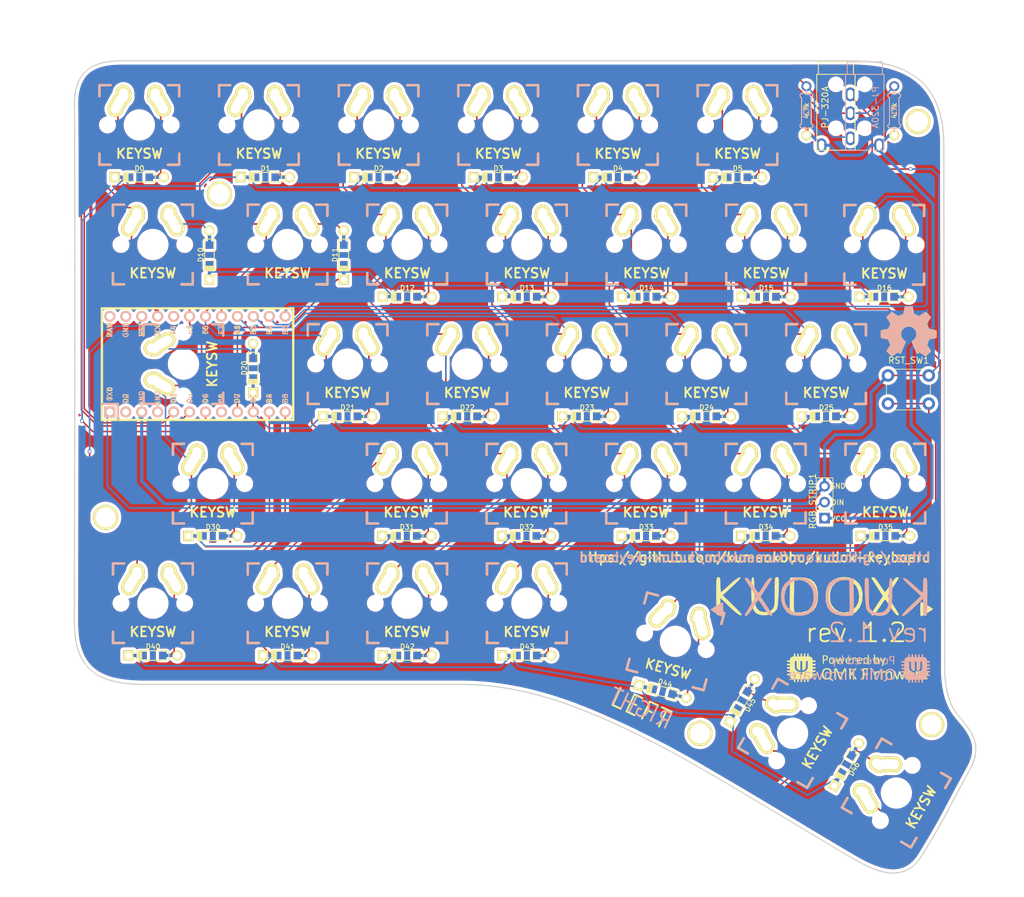
<source format=kicad_pcb>
(kicad_pcb (version 20171130) (host pcbnew "(6.0.0-rc1-dev-1469-g932b9a334)")
  (title_block (title "Kudox keyboard PCB") (date 2019-10-01) (rev 1.1) (comment 1 "designed by x1 and inken") (comment 2 https://github.com/kumaokobo/kudox-keyboard))
  (layers (0 F.Cu signal) (31 B.Cu signal) (34 B.Paste user) (35 F.Paste user) (36 B.SilkS user) (37 F.SilkS user) (38 B.Mask user) (39 F.Mask user) (44 Edge.Cuts user))
  (net 0 "")
  (net 1 "Net-(D0-Pad2)")
  (net 2 row0)
  (net 3 "Net-(D1-Pad2)")
  (net 4 "Net-(D2-Pad2)")
  (net 5 "Net-(D3-Pad2)")
  (net 6 "Net-(D4-Pad2)")
  (net 7 "Net-(D5-Pad2)")
  (net 8 "Net-(D10-Pad2)")
  (net 9 row1)
  (net 10 "Net-(D11-Pad2)")
  (net 11 "Net-(D12-Pad2)")
  (net 12 "Net-(D13-Pad2)")
  (net 13 "Net-(D14-Pad2)")
  (net 14 "Net-(D15-Pad2)")
  (net 15 "Net-(D16-Pad2)")
  (net 16 "Net-(D20-Pad2)")
  (net 17 row2)
  (net 18 "Net-(D21-Pad2)")
  (net 19 "Net-(D22-Pad2)")
  (net 20 "Net-(D23-Pad2)")
  (net 21 "Net-(D24-Pad2)")
  (net 22 "Net-(D25-Pad2)")
  (net 23 "Net-(D30-Pad2)")
  (net 24 row3)
  (net 25 "Net-(D31-Pad2)")
  (net 26 "Net-(D32-Pad2)")
  (net 27 "Net-(D33-Pad2)")
  (net 28 "Net-(D34-Pad2)")
  (net 29 "Net-(D35-Pad2)")
  (net 30 "Net-(D40-Pad2)")
  (net 31 row4)
  (net 32 "Net-(D41-Pad2)")
  (net 33 "Net-(D42-Pad2)")
  (net 34 "Net-(D43-Pad2)")
  (net 35 "Net-(D44-Pad2)")
  (net 36 "Net-(D45-Pad2)")
  (net 37 "Net-(D46-Pad2)")
  (net 38 col0)
  (net 39 col1)
  (net 40 col2)
  (net 41 col3)
  (net 42 col4)
  (net 43 col5)
  (net 44 col6)
  (net 45 VCC)
  (net 46 SDA)
  (net 47 SCL)
  (net 48 rgb_data)
  (net 49 GND)
  (net 50 RST)
  (net 51 "Net-(U1-Pad2)")
  (net 52 "Net-(U1-Pad8)")
  (net 53 "Net-(U1-Pad20)")
  (net 54 "Net-(U1-Pad24)")
  (module kudox_footprints:Mx_Alps_100-dualside (layer F.Cu) (at 103.83 118.11)
    (fp_text reference K30 hide)
    (fp_text value KEYSW (at 0 4.572) (layer F.SilkS) (effects (font (size 1.524 1.524) (thickness 0.3048))))
    (pad 1 thru_hole oval (at -2.52 -4.79 3.9) (size 2.5 3.08) (drill oval 1.5 2.08) (layers *.Cu *.Mask F.SilkS) (net 38 col0))
    (pad 2 thru_hole oval (at 3.405 -3.27 29.05) (size 2.5 4.17) (drill oval 1.5 3.17) (layers *.Cu *.Mask F.SilkS) (net 23 "Net-(D30-Pad2)"))
    (pad HOLE np_thru_hole circle (at 0 0) (size 3.9878 3.9878) (drill 3.9878) (layers *.Cu))
    (pad HOLE np_thru_hole circle (at -5.08 0) (size 1.7018 1.7018) (drill 1.7018) (layers *.Cu))
    (pad HOLE np_thru_hole circle (at 5.08 0) (size 1.7018 1.7018) (drill 1.7018) (layers *.Cu))
    (pad 1 thru_hole oval (at -3.405 -3.27 330.95) (size 2.5 4.17) (drill oval 1.5 3.17) (layers *.Cu *.Mask F.SilkS) (net 38 col0))
    (pad 2 thru_hole oval (at 2.52 -4.79 356.1) (size 2.5 3.08) (drill oval 1.5 2.08) (layers *.Cu *.Mask F.SilkS) (net 23 "Net-(D30-Pad2)"))
  )
  (module kudox_footprints:Pin_Header_Straight_1x03_Pitch2.54mm (layer F.Cu) (at 201.3 123.6 180)
    (fp_text reference RGB_STRIP1 (at 1.9 2.7 270) (layer F.SilkS))
    (fp_text value Conn_01x03)
    (fp_text user GND (at -2.1 5.1 180) (layer F.SilkS) (effects (font (size 0.8 0.8))))
    (fp_text user DIN (at -2.1 2.5 180) (layer F.SilkS) (effects (font (size 0.8 0.8))))
    (fp_text user VCC (at -2.2 -0.1 180) (layer F.SilkS) (effects (font (size 0.8 0.8))))
    (pad 1 thru_hole rect (at 0 0 180) (size 1.7 1.7) (drill 1) (layers *.Cu *.Mask) (net 45 VCC))
    (pad 2 thru_hole oval (at 0 2.54 180) (size 1.7 1.7) (drill 1) (layers *.Cu *.Mask) (net 48 rgb_data))
    (pad 3 thru_hole oval (at 0 5.08 180) (size 1.7 1.7) (drill 1) (layers *.Cu *.Mask) (net 49 GND))
  )
  (module kudox_footprints:TRRS-PJ-320A-dual (layer F.Cu) (at 205.4 52.86)
    (fp_text reference TRRS1)
    (fp_text value Audio-Jack-4)
    (fp_text user PJ-320A (at 4 5.25 270) (layer B.SilkS) (effects (justify mirror)))
    (fp_text user PJ-320A (at -4 5.25 90) (layer F.SilkS))
    (pad "" np_thru_hole circle (at 2.3 8.6) (size 1.5 1.5) (drill 1.5) (layers *.Cu *.Mask))
    (pad "" np_thru_hole circle (at 2.3 1.6) (size 1.5 1.5) (drill 1.5) (layers *.Cu *.Mask))
    (pad 1 thru_hole oval (at 4.6 11.3) (size 1.6 2.2) (drill oval 0.9 1.5) (layers *.Cu *.Mask) (net 45 VCC))
    (pad 1 thru_hole oval (at -4.6 11.3) (size 1.6 2.2) (drill oval 0.9 1.5) (layers *.Cu *.Mask) (net 45 VCC))
    (pad 2 thru_hole oval (at 0 10.2) (size 1.6 2.2) (drill oval 0.9 1.5) (layers *.Cu *.Mask) (net 47 SCL))
    (pad 4 thru_hole oval (at 0 3.2) (size 1.6 2.2) (drill oval 0.9 1.5) (layers *.Cu *.Mask) (net 49 GND))
    (pad "" np_thru_hole circle (at -2.3 8.6) (size 1.5 1.5) (drill 1.5) (layers *.Cu *.Mask))
    (pad "" np_thru_hole circle (at -2.3 1.6) (size 1.5 1.5) (drill 1.5) (layers *.Cu *.Mask))
    (pad 3 thru_hole oval (at 0 6.2) (size 1.6 2.2) (drill oval 0.9 1.5) (layers *.Cu *.Mask) (net 46 SDA))
  )
  (module kudox_footprints:Mx_Alps_100-dualside (layer F.Cu) (at 99.15 99.05 90)
    (fp_text reference K20 hide)
    (fp_text value KEYSW (at 0 4.572 90) (layer F.SilkS) (effects (font (size 1.524 1.524) (thickness 0.3048))))
    (pad 1 thru_hole oval (at -2.52 -4.79 93.9) (size 2.5 3.08) (drill oval 1.5 2.08) (layers *.Cu *.Mask F.SilkS) (net 38 col0))
    (pad 2 thru_hole oval (at 3.405 -3.27 119.05) (size 2.5 4.17) (drill oval 1.5 3.17) (layers *.Cu *.Mask F.SilkS) (net 16 "Net-(D20-Pad2)"))
    (pad HOLE np_thru_hole circle (at 0 0 90) (size 3.9878 3.9878) (drill 3.9878) (layers *.Cu))
    (pad HOLE np_thru_hole circle (at -5.08 0 90) (size 1.7018 1.7018) (drill 1.7018) (layers *.Cu))
    (pad HOLE np_thru_hole circle (at 5.08 0 90) (size 1.7018 1.7018) (drill 1.7018) (layers *.Cu))
    (pad 1 thru_hole oval (at -3.405 -3.27 60.95) (size 2.5 4.17) (drill oval 1.5 3.17) (layers *.Cu *.Mask F.SilkS) (net 38 col0))
    (pad 2 thru_hole oval (at 2.52 -4.79 86.1) (size 2.5 3.08) (drill oval 1.5 2.08) (layers *.Cu *.Mask F.SilkS) (net 16 "Net-(D20-Pad2)"))
  )
  (module kudox_footprints:ArduinoProMicro (layer F.Cu) (at 101.4 99.06)
    (fp_text reference U1 hide)
    (fp_text value ProMicro hide)
    (fp_text user D2 (at -11.43 5.461 -90) (layer B.SilkS) (effects (font (size 0.8 0.8)) (justify mirror)))
    (fp_text user D0 (at -1.27 5.461 -90) (layer B.SilkS) (effects (font (size 0.8 0.8)) (justify mirror)))
    (fp_text user D1 (at -3.81 5.461 -90) (layer B.SilkS) (effects (font (size 0.8 0.8)) (justify mirror)))
    (fp_text user GND (at -6.35 5.461 -90) (layer B.SilkS) (effects (font (size 0.8 0.8)) (justify mirror)))
    (fp_text user GND (at -8.89 5.461 -90) (layer B.SilkS) (effects (font (size 0.8 0.8)) (justify mirror)))
    (fp_text user D4 (at 1.27 5.461 -90) (layer B.SilkS) (effects (font (size 0.8 0.8)) (justify mirror)))
    (fp_text user C6 (at 3.81 5.461 -90) (layer B.SilkS) (effects (font (size 0.8 0.8)) (justify mirror)))
    (fp_text user D7 (at 6.35 5.461 -90) (layer B.SilkS) (effects (font (size 0.8 0.8)) (justify mirror)))
    (fp_text user E6 (at 8.89 5.461 -90) (layer B.SilkS) (effects (font (size 0.8 0.8)) (justify mirror)))
    (fp_text user B4 (at 11.43 5.461 -90) (layer B.SilkS) (effects (font (size 0.8 0.8)) (justify mirror)))
    (fp_text user B5 (at 13.97 5.461 -90) (layer B.SilkS) (effects (font (size 0.8 0.8)) (justify mirror)))
    (fp_text user B6 (at 13.97 -5.461 -90) (layer B.SilkS) (effects (font (size 0.8 0.8)) (justify mirror)))
    (fp_text user B2 (at 11.43 -5.461 -90) (layer F.SilkS) (effects (font (size 0.8 0.8))))
    (fp_text user B3 (at 8.89 -5.461 -90) (layer B.SilkS) (effects (font (size 0.8 0.8)) (justify mirror)))
    (fp_text user B1 (at 6.35 -5.461 -90) (layer B.SilkS) (effects (font (size 0.8 0.8)) (justify mirror)))
    (fp_text user F7 (at 3.81 -5.461 -90) (layer F.SilkS) (effects (font (size 0.8 0.8))))
    (fp_text user F6 (at 1.27 -5.461 -90) (layer F.SilkS) (effects (font (size 0.8 0.8))))
    (fp_text user F5 (at -1.27 -5.461 -90) (layer F.SilkS) (effects (font (size 0.8 0.8))))
    (fp_text user F4 (at -3.81 -5.461 -90) (layer B.SilkS) (effects (font (size 0.8 0.8)) (justify mirror)))
    (fp_text user VCC (at -6.35 -5.461 -90) (layer B.SilkS) (effects (font (size 0.8 0.8)) (justify mirror)))
    (fp_text user RST (at -8.89 -5.461 -90) (layer B.SilkS) (effects (font (size 0.8 0.8)) (justify mirror)))
    (fp_text user GND (at -11.43 -5.461 -90) (layer B.SilkS) (effects (font (size 0.8 0.8)) (justify mirror)))
    (fp_text user RAW (at -13.97 -5.461 -90) (layer B.SilkS) (effects (font (size 0.8 0.8)) (justify mirror)))
    (fp_text user RAW (at -13.97 -5.461 -90) (layer F.SilkS) (effects (font (size 0.8 0.8))))
    (fp_text user GND (at -11.43 -5.461 -90) (layer F.SilkS) (effects (font (size 0.8 0.8))))
    (fp_text user RST (at -8.89 -5.461 -90) (layer F.SilkS) (effects (font (size 0.8 0.8))))
    (fp_text user VCC (at -6.35 -5.461 -90) (layer F.SilkS) (effects (font (size 0.8 0.8))))
    (fp_text user F4 (at -3.81 -5.461 -90) (layer F.SilkS) (effects (font (size 0.8 0.8))))
    (fp_text user F5 (at -1.27 -5.461 -90) (layer B.SilkS) (effects (font (size 0.8 0.8)) (justify mirror)))
    (fp_text user F6 (at 1.27 -5.461 -90) (layer B.SilkS) (effects (font (size 0.8 0.8)) (justify mirror)))
    (fp_text user F7 (at 3.81 -5.461 -90) (layer B.SilkS) (effects (font (size 0.8 0.8)) (justify mirror)))
    (fp_text user B1 (at 6.35 -5.461 -90) (layer F.SilkS) (effects (font (size 0.8 0.8))))
    (fp_text user B3 (at 8.89 -5.461 -90) (layer F.SilkS) (effects (font (size 0.8 0.8))))
    (fp_text user B2 (at 11.43 -5.461 -90) (layer B.SilkS) (effects (font (size 0.8 0.8)) (justify mirror)))
    (fp_text user B6 (at 13.97 -5.461 -90) (layer F.SilkS) (effects (font (size 0.8 0.8))))
    (fp_text user B5 (at 13.97 5.461 -90) (layer F.SilkS) (effects (font (size 0.8 0.8))))
    (fp_text user B4 (at 11.43 5.461 -90) (layer F.SilkS) (effects (font (size 0.8 0.8))))
    (fp_text user E6 (at 8.89 5.461 -90) (layer F.SilkS) (effects (font (size 0.8 0.8))))
    (fp_text user D7 (at 6.35 5.461 -90) (layer F.SilkS) (effects (font (size 0.8 0.8))))
    (fp_text user C6 (at 3.81 5.461 -90) (layer F.SilkS) (effects (font (size 0.8 0.8))))
    (fp_text user D4 (at 1.27 5.461 -90) (layer F.SilkS) (effects (font (size 0.8 0.8))))
    (fp_text user GND (at -8.89 5.461 -90) (layer F.SilkS) (effects (font (size 0.8 0.8))))
    (fp_text user GND (at -6.35 5.461 -90) (layer F.SilkS) (effects (font (size 0.8 0.8))))
    (fp_text user D1 (at -3.81 5.461 -90) (layer F.SilkS) (effects (font (size 0.8 0.8))))
    (fp_text user D0 (at -1.27 5.461 -90) (layer F.SilkS) (effects (font (size 0.8 0.8))))
    (fp_text user D2 (at -11.43 5.461 -90) (layer F.SilkS) (effects (font (size 0.8 0.8))))
    (fp_text user TX0 (at -13.97 4.826 -90) (layer B.SilkS) (effects (font (size 0.8 0.8)) (justify mirror)))
    (fp_text user TX0 (at -13.97 4.699 -90) (layer F.SilkS) (effects (font (size 0.8 0.8))))
    (pad 1 thru_hole rect (at -13.97 7.62) (size 1.7526 1.7526) (drill 1.0922) (layers *.Cu *.SilkS *.Mask) (net 48 rgb_data))
    (pad 2 thru_hole circle (at -11.43 7.62) (size 1.7526 1.7526) (drill 1.0922) (layers *.Cu *.SilkS *.Mask) (net 51 "Net-(U1-Pad2)"))
    (pad 3 thru_hole circle (at -8.89 7.62) (size 1.7526 1.7526) (drill 1.0922) (layers *.Cu *.SilkS *.Mask) (net 49 GND))
    (pad 4 thru_hole circle (at -6.35 7.62) (size 1.7526 1.7526) (drill 1.0922) (layers *.Cu *.SilkS *.Mask) (net 49 GND))
    (pad 5 thru_hole circle (at -3.81 7.62) (size 1.7526 1.7526) (drill 1.0922) (layers *.Cu *.SilkS *.Mask) (net 46 SDA))
    (pad 6 thru_hole circle (at -1.27 7.62) (size 1.7526 1.7526) (drill 1.0922) (layers *.Cu *.SilkS *.Mask) (net 47 SCL))
    (pad 7 thru_hole circle (at 1.27 7.62) (size 1.7526 1.7526) (drill 1.0922) (layers *.Cu *.SilkS *.Mask) (net 2 row0))
    (pad 8 thru_hole circle (at 3.81 7.62) (size 1.7526 1.7526) (drill 1.0922) (layers *.Cu *.SilkS *.Mask) (net 52 "Net-(U1-Pad8)"))
    (pad 9 thru_hole circle (at 6.35 7.62) (size 1.7526 1.7526) (drill 1.0922) (layers *.Cu *.SilkS *.Mask) (net 9 row1))
    (pad 10 thru_hole circle (at 8.89 7.62) (size 1.7526 1.7526) (drill 1.0922) (layers *.Cu *.SilkS *.Mask) (net 17 row2))
    (pad 11 thru_hole circle (at 11.43 7.62) (size 1.7526 1.7526) (drill 1.0922) (layers *.Cu *.SilkS *.Mask) (net 24 row3))
    (pad 13 thru_hole circle (at 13.97 -7.62) (size 1.7526 1.7526) (drill 1.0922) (layers *.Cu *.SilkS *.Mask) (net 44 col6))
    (pad 14 thru_hole circle (at 11.43 -7.62) (size 1.7526 1.7526) (drill 1.0922) (layers *.Cu *.SilkS *.Mask) (net 43 col5))
    (pad 15 thru_hole circle (at 8.89 -7.62) (size 1.7526 1.7526) (drill 1.0922) (layers *.Cu *.SilkS *.Mask) (net 42 col4))
    (pad 16 thru_hole circle (at 6.35 -7.62) (size 1.7526 1.7526) (drill 1.0922) (layers *.Cu *.SilkS *.Mask) (net 41 col3))
    (pad 17 thru_hole circle (at 3.81 -7.62) (size 1.7526 1.7526) (drill 1.0922) (layers *.Cu *.SilkS *.Mask) (net 40 col2))
    (pad 18 thru_hole circle (at 1.27 -7.62) (size 1.7526 1.7526) (drill 1.0922) (layers *.Cu *.SilkS *.Mask) (net 39 col1))
    (pad 19 thru_hole circle (at -1.27 -7.62) (size 1.7526 1.7526) (drill 1.0922) (layers *.Cu *.SilkS *.Mask) (net 38 col0))
    (pad 20 thru_hole circle (at -3.81 -7.62) (size 1.7526 1.7526) (drill 1.0922) (layers *.Cu *.SilkS *.Mask) (net 53 "Net-(U1-Pad20)"))
    (pad 21 thru_hole circle (at -6.35 -7.62) (size 1.7526 1.7526) (drill 1.0922) (layers *.Cu *.SilkS *.Mask) (net 45 VCC))
    (pad 22 thru_hole circle (at -8.89 -7.62) (size 1.7526 1.7526) (drill 1.0922) (layers *.Cu *.SilkS *.Mask) (net 50 RST))
    (pad 23 thru_hole circle (at -11.43 -7.62) (size 1.7526 1.7526) (drill 1.0922) (layers *.Cu *.SilkS *.Mask) (net 49 GND))
    (pad 12 thru_hole circle (at 13.97 7.62) (size 1.7526 1.7526) (drill 1.0922) (layers *.Cu *.SilkS *.Mask) (net 31 row4))
    (pad 24 thru_hole circle (at -13.97 -7.62) (size 1.7526 1.7526) (drill 1.0922) (layers *.Cu *.SilkS *.Mask) (net 54 "Net-(U1-Pad24)"))
  )
  (module kudox_footprints:Mx_Alps_100-dualside (layer F.Cu) (at 134.8 79.99)
    (fp_text reference K12 hide)
    (fp_text value KEYSW (at 0 4.572) (layer F.SilkS) (effects (font (size 1.524 1.524) (thickness 0.3048))))
    (pad 1 thru_hole oval (at -2.52 -4.79 3.9) (size 2.5 3.08) (drill oval 1.5 2.08) (layers *.Cu *.Mask F.SilkS) (net 40 col2))
    (pad 2 thru_hole oval (at 3.405 -3.27 29.05) (size 2.5 4.17) (drill oval 1.5 3.17) (layers *.Cu *.Mask F.SilkS) (net 11 "Net-(D12-Pad2)"))
    (pad HOLE np_thru_hole circle (at 0 0) (size 3.9878 3.9878) (drill 3.9878) (layers *.Cu))
    (pad HOLE np_thru_hole circle (at -5.08 0) (size 1.7018 1.7018) (drill 1.7018) (layers *.Cu))
    (pad HOLE np_thru_hole circle (at 5.08 0) (size 1.7018 1.7018) (drill 1.7018) (layers *.Cu))
    (pad 1 thru_hole oval (at -3.405 -3.27 330.95) (size 2.5 4.17) (drill oval 1.5 3.17) (layers *.Cu *.Mask F.SilkS) (net 40 col2))
    (pad 2 thru_hole oval (at 2.52 -4.79 356.1) (size 2.5 3.08) (drill oval 1.5 2.08) (layers *.Cu *.Mask F.SilkS) (net 11 "Net-(D12-Pad2)"))
  )
  (module kudox_footprints:Mx_Alps_100-dualside (layer F.Cu) (at 115.74 79.99)
    (fp_text reference K11 hide)
    (fp_text value KEYSW (at 0 4.572) (layer F.SilkS) (effects (font (size 1.524 1.524) (thickness 0.3048))))
    (pad 1 thru_hole oval (at -2.52 -4.79 3.9) (size 2.5 3.08) (drill oval 1.5 2.08) (layers *.Cu *.Mask F.SilkS) (net 39 col1))
    (pad 2 thru_hole oval (at 3.405 -3.27 29.05) (size 2.5 4.17) (drill oval 1.5 3.17) (layers *.Cu *.Mask F.SilkS) (net 10 "Net-(D11-Pad2)"))
    (pad HOLE np_thru_hole circle (at 0 0) (size 3.9878 3.9878) (drill 3.9878) (layers *.Cu))
    (pad HOLE np_thru_hole circle (at -5.08 0) (size 1.7018 1.7018) (drill 1.7018) (layers *.Cu))
    (pad HOLE np_thru_hole circle (at 5.08 0) (size 1.7018 1.7018) (drill 1.7018) (layers *.Cu))
    (pad 1 thru_hole oval (at -3.405 -3.27 330.95) (size 2.5 4.17) (drill oval 1.5 3.17) (layers *.Cu *.Mask F.SilkS) (net 39 col1))
    (pad 2 thru_hole oval (at 2.52 -4.79 356.1) (size 2.5 3.08) (drill oval 1.5 2.08) (layers *.Cu *.Mask F.SilkS) (net 10 "Net-(D11-Pad2)"))
  )
  (module kudox_footprints:Diode-dual (layer F.Cu) (at 103.3 81.66 270)
    (fp_text reference D10 (at -0.0254 1.4 90) (layer F.SilkS) (effects (font (size 0.8 0.8))))
    (fp_text value D hide)
    (pad 2 smd rect (at -2.7 0 270) (size 2.5 0.5) (layers B.Cu) (net 8 "Net-(D10-Pad2)"))
    (pad 2 smd rect (at -1.575 0 270) (size 1.2 1.2) (layers B.Cu B.Paste B.Mask) (net 8 "Net-(D10-Pad2)"))
    (pad 1 smd rect (at 1.575 0 270) (size 1.2 1.2) (layers B.Cu B.Paste B.Mask) (net 9 row1))
    (pad 1 smd rect (at 2.7 0 270) (size 2.5 0.5) (layers B.Cu) (net 9 row1))
    (pad 1 smd rect (at 1.575 0 270) (size 1.2 1.2) (layers F.Cu F.Paste F.Mask) (net 9 row1))
    (pad 2 smd rect (at -1.575 0 270) (size 1.2 1.2) (layers F.Cu F.Paste F.Mask) (net 8 "Net-(D10-Pad2)"))
    (pad 2 thru_hole circle (at -3.9 0 270) (size 1.6 1.6) (drill 1) (layers *.Cu *.Mask F.SilkS) (net 8 "Net-(D10-Pad2)"))
    (pad 1 thru_hole rect (at 3.9 0 270) (size 1.6 1.6) (drill 1) (layers *.Cu *.Mask F.SilkS) (net 9 row1))
    (pad 2 smd rect (at -2.7 0 270) (size 2.5 0.5) (layers F.Cu) (net 8 "Net-(D10-Pad2)"))
    (pad 1 smd rect (at 2.7 0 270) (size 2.5 0.5) (layers F.Cu) (net 9 row1))
  )
  (module kudox_footprints:Mx_Alps_100-dualside (layer F.Cu) (at 212.73 167.42 60)
    (fp_text reference K46 hide)
    (fp_text value KEYSW (at 0 4.572 60) (layer F.SilkS) (effects (font (size 1.524 1.524) (thickness 0.3048))))
    (pad 1 thru_hole oval (at -2.52 -4.79 63.9) (size 2.5 3.08) (drill oval 1.5 2.08) (layers *.Cu *.Mask F.SilkS) (net 44 col6))
    (pad 2 thru_hole oval (at 3.405 -3.27 89.05) (size 2.5 4.17) (drill oval 1.5 3.17) (layers *.Cu *.Mask F.SilkS) (net 37 "Net-(D46-Pad2)"))
    (pad HOLE np_thru_hole circle (at 0 0 60) (size 3.9878 3.9878) (drill 3.9878) (layers *.Cu))
    (pad HOLE np_thru_hole circle (at -5.08 0 60) (size 1.7018 1.7018) (drill 1.7018) (layers *.Cu))
    (pad HOLE np_thru_hole circle (at 5.08 0 60) (size 1.7018 1.7018) (drill 1.7018) (layers *.Cu))
    (pad 1 thru_hole oval (at -3.405 -3.27 30.95) (size 2.5 4.17) (drill oval 1.5 3.17) (layers *.Cu *.Mask F.SilkS) (net 44 col6))
    (pad 2 thru_hole oval (at 2.52 -4.79 56.1) (size 2.5 3.08) (drill oval 1.5 2.08) (layers *.Cu *.Mask F.SilkS) (net 37 "Net-(D46-Pad2)"))
  )
  (module kudox_footprints:Mx_Alps_100-dualside (layer F.Cu) (at 196.2 157.9 60)
    (fp_text reference K45 hide)
    (fp_text value KEYSW (at 0 4.572 60) (layer F.SilkS) (effects (font (size 1.524 1.524) (thickness 0.3048))))
    (pad 1 thru_hole oval (at -2.52 -4.79 63.9) (size 2.5 3.08) (drill oval 1.5 2.08) (layers *.Cu *.Mask F.SilkS) (net 43 col5))
    (pad 2 thru_hole oval (at 3.405 -3.27 89.05) (size 2.5 4.17) (drill oval 1.5 3.17) (layers *.Cu *.Mask F.SilkS) (net 36 "Net-(D45-Pad2)"))
    (pad HOLE np_thru_hole circle (at 0 0 60) (size 3.9878 3.9878) (drill 3.9878) (layers *.Cu))
    (pad HOLE np_thru_hole circle (at -5.08 0 60) (size 1.7018 1.7018) (drill 1.7018) (layers *.Cu))
    (pad HOLE np_thru_hole circle (at 5.08 0 60) (size 1.7018 1.7018) (drill 1.7018) (layers *.Cu))
    (pad 1 thru_hole oval (at -3.405 -3.27 30.95) (size 2.5 4.17) (drill oval 1.5 3.17) (layers *.Cu *.Mask F.SilkS) (net 43 col5))
    (pad 2 thru_hole oval (at 2.52 -4.79 56.1) (size 2.5 3.08) (drill oval 1.5 2.08) (layers *.Cu *.Mask F.SilkS) (net 36 "Net-(D45-Pad2)"))
  )
  (module kudox_footprints:Mx_Alps_100-dualside (layer F.Cu) (at 177.53 143.25 345)
    (fp_text reference K44 hide)
    (fp_text value KEYSW (at 0 4.572 165) (layer F.SilkS) (effects (font (size 1.524 1.524) (thickness 0.3048))))
    (pad 1 thru_hole oval (at -2.52 -4.79 348.9) (size 2.5 3.08) (drill oval 1.5 2.08) (layers *.Cu *.Mask F.SilkS) (net 42 col4))
    (pad 2 thru_hole oval (at 3.405 -3.27 14.05) (size 2.5 4.17) (drill oval 1.5 3.17) (layers *.Cu *.Mask F.SilkS) (net 35 "Net-(D44-Pad2)"))
    (pad HOLE np_thru_hole circle (at 0 0 345) (size 3.9878 3.9878) (drill 3.9878) (layers *.Cu))
    (pad HOLE np_thru_hole circle (at -5.08 0 345) (size 1.7018 1.7018) (drill 1.7018) (layers *.Cu))
    (pad HOLE np_thru_hole circle (at 5.08 0 345) (size 1.7018 1.7018) (drill 1.7018) (layers *.Cu))
    (pad 1 thru_hole oval (at -3.405 -3.27 315.95) (size 2.5 4.17) (drill oval 1.5 3.17) (layers *.Cu *.Mask F.SilkS) (net 42 col4))
    (pad 2 thru_hole oval (at 2.52 -4.79 341.1) (size 2.5 3.08) (drill oval 1.5 2.08) (layers *.Cu *.Mask F.SilkS) (net 35 "Net-(D44-Pad2)"))
  )
  (module kudox_footprints:Mx_Alps_100-dualside (layer F.Cu) (at 153.86 137.17)
    (fp_text reference K43 hide)
    (fp_text value KEYSW (at 0 4.572) (layer F.SilkS) (effects (font (size 1.524 1.524) (thickness 0.3048))))
    (pad 1 thru_hole oval (at -2.52 -4.79 3.9) (size 2.5 3.08) (drill oval 1.5 2.08) (layers *.Cu *.Mask F.SilkS) (net 41 col3))
    (pad 2 thru_hole oval (at 3.405 -3.27 29.05) (size 2.5 4.17) (drill oval 1.5 3.17) (layers *.Cu *.Mask F.SilkS) (net 34 "Net-(D43-Pad2)"))
    (pad HOLE np_thru_hole circle (at 0 0) (size 3.9878 3.9878) (drill 3.9878) (layers *.Cu))
    (pad HOLE np_thru_hole circle (at -5.08 0) (size 1.7018 1.7018) (drill 1.7018) (layers *.Cu))
    (pad HOLE np_thru_hole circle (at 5.08 0) (size 1.7018 1.7018) (drill 1.7018) (layers *.Cu))
    (pad 1 thru_hole oval (at -3.405 -3.27 330.95) (size 2.5 4.17) (drill oval 1.5 3.17) (layers *.Cu *.Mask F.SilkS) (net 41 col3))
    (pad 2 thru_hole oval (at 2.52 -4.79 356.1) (size 2.5 3.08) (drill oval 1.5 2.08) (layers *.Cu *.Mask F.SilkS) (net 34 "Net-(D43-Pad2)"))
  )
  (module kudox_footprints:Mx_Alps_100-dualside (layer F.Cu) (at 134.8 137.17)
    (fp_text reference K42 hide)
    (fp_text value KEYSW (at 0 4.572) (layer F.SilkS) (effects (font (size 1.524 1.524) (thickness 0.3048))))
    (pad 1 thru_hole oval (at -2.52 -4.79 3.9) (size 2.5 3.08) (drill oval 1.5 2.08) (layers *.Cu *.Mask F.SilkS) (net 40 col2))
    (pad 2 thru_hole oval (at 3.405 -3.27 29.05) (size 2.5 4.17) (drill oval 1.5 3.17) (layers *.Cu *.Mask F.SilkS) (net 33 "Net-(D42-Pad2)"))
    (pad HOLE np_thru_hole circle (at 0 0) (size 3.9878 3.9878) (drill 3.9878) (layers *.Cu))
    (pad HOLE np_thru_hole circle (at -5.08 0) (size 1.7018 1.7018) (drill 1.7018) (layers *.Cu))
    (pad HOLE np_thru_hole circle (at 5.08 0) (size 1.7018 1.7018) (drill 1.7018) (layers *.Cu))
    (pad 1 thru_hole oval (at -3.405 -3.27 330.95) (size 2.5 4.17) (drill oval 1.5 3.17) (layers *.Cu *.Mask F.SilkS) (net 40 col2))
    (pad 2 thru_hole oval (at 2.52 -4.79 356.1) (size 2.5 3.08) (drill oval 1.5 2.08) (layers *.Cu *.Mask F.SilkS) (net 33 "Net-(D42-Pad2)"))
  )
  (module kudox_footprints:Mx_Alps_100-dualside (layer F.Cu) (at 115.74 137.17)
    (fp_text reference K41 hide)
    (fp_text value KEYSW (at 0 4.572) (layer F.SilkS) (effects (font (size 1.524 1.524) (thickness 0.3048))))
    (pad 1 thru_hole oval (at -2.52 -4.79 3.9) (size 2.5 3.08) (drill oval 1.5 2.08) (layers *.Cu *.Mask F.SilkS) (net 39 col1))
    (pad 2 thru_hole oval (at 3.405 -3.27 29.05) (size 2.5 4.17) (drill oval 1.5 3.17) (layers *.Cu *.Mask F.SilkS) (net 32 "Net-(D41-Pad2)"))
    (pad HOLE np_thru_hole circle (at 0 0) (size 3.9878 3.9878) (drill 3.9878) (layers *.Cu))
    (pad HOLE np_thru_hole circle (at -5.08 0) (size 1.7018 1.7018) (drill 1.7018) (layers *.Cu))
    (pad HOLE np_thru_hole circle (at 5.08 0) (size 1.7018 1.7018) (drill 1.7018) (layers *.Cu))
    (pad 1 thru_hole oval (at -3.405 -3.27 330.95) (size 2.5 4.17) (drill oval 1.5 3.17) (layers *.Cu *.Mask F.SilkS) (net 39 col1))
    (pad 2 thru_hole oval (at 2.52 -4.79 356.1) (size 2.5 3.08) (drill oval 1.5 2.08) (layers *.Cu *.Mask F.SilkS) (net 32 "Net-(D41-Pad2)"))
  )
  (module kudox_footprints:Mx_Alps_100-dualside (layer F.Cu) (at 94.28 137.17)
    (fp_text reference K40 hide)
    (fp_text value KEYSW (at 0 4.572) (layer F.SilkS) (effects (font (size 1.524 1.524) (thickness 0.3048))))
    (pad 1 thru_hole oval (at -2.52 -4.79 3.9) (size 2.5 3.08) (drill oval 1.5 2.08) (layers *.Cu *.Mask F.SilkS) (net 38 col0))
    (pad 2 thru_hole oval (at 3.405 -3.27 29.05) (size 2.5 4.17) (drill oval 1.5 3.17) (layers *.Cu *.Mask F.SilkS) (net 30 "Net-(D40-Pad2)"))
    (pad HOLE np_thru_hole circle (at 0 0) (size 3.9878 3.9878) (drill 3.9878) (layers *.Cu))
    (pad HOLE np_thru_hole circle (at -5.08 0) (size 1.7018 1.7018) (drill 1.7018) (layers *.Cu))
    (pad HOLE np_thru_hole circle (at 5.08 0) (size 1.7018 1.7018) (drill 1.7018) (layers *.Cu))
    (pad 1 thru_hole oval (at -3.405 -3.27 330.95) (size 2.5 4.17) (drill oval 1.5 3.17) (layers *.Cu *.Mask F.SilkS) (net 38 col0))
    (pad 2 thru_hole oval (at 2.52 -4.79 356.1) (size 2.5 3.08) (drill oval 1.5 2.08) (layers *.Cu *.Mask F.SilkS) (net 30 "Net-(D40-Pad2)"))
  )
  (module kudox_footprints:Mx_Alps_100-dualside (layer F.Cu) (at 210.98 118.1)
    (fp_text reference K35 hide)
    (fp_text value KEYSW (at 0 4.572) (layer F.SilkS) (effects (font (size 1.524 1.524) (thickness 0.3048))))
    (pad 1 thru_hole oval (at -2.52 -4.79 3.9) (size 2.5 3.08) (drill oval 1.5 2.08) (layers *.Cu *.Mask F.SilkS) (net 43 col5))
    (pad 2 thru_hole oval (at 3.405 -3.27 29.05) (size 2.5 4.17) (drill oval 1.5 3.17) (layers *.Cu *.Mask F.SilkS) (net 29 "Net-(D35-Pad2)"))
    (pad HOLE np_thru_hole circle (at 0 0) (size 3.9878 3.9878) (drill 3.9878) (layers *.Cu))
    (pad HOLE np_thru_hole circle (at -5.08 0) (size 1.7018 1.7018) (drill 1.7018) (layers *.Cu))
    (pad HOLE np_thru_hole circle (at 5.08 0) (size 1.7018 1.7018) (drill 1.7018) (layers *.Cu))
    (pad 1 thru_hole oval (at -3.405 -3.27 330.95) (size 2.5 4.17) (drill oval 1.5 3.17) (layers *.Cu *.Mask F.SilkS) (net 43 col5))
    (pad 2 thru_hole oval (at 2.52 -4.79 356.1) (size 2.5 3.08) (drill oval 1.5 2.08) (layers *.Cu *.Mask F.SilkS) (net 29 "Net-(D35-Pad2)"))
  )
  (module kudox_footprints:Mx_Alps_100-dualside (layer F.Cu) (at 191.92 118.11)
    (fp_text reference K34 hide)
    (fp_text value KEYSW (at 0 4.572) (layer F.SilkS) (effects (font (size 1.524 1.524) (thickness 0.3048))))
    (pad 1 thru_hole oval (at -2.52 -4.79 3.9) (size 2.5 3.08) (drill oval 1.5 2.08) (layers *.Cu *.Mask F.SilkS) (net 42 col4))
    (pad 2 thru_hole oval (at 3.405 -3.27 29.05) (size 2.5 4.17) (drill oval 1.5 3.17) (layers *.Cu *.Mask F.SilkS) (net 28 "Net-(D34-Pad2)"))
    (pad HOLE np_thru_hole circle (at 0 0) (size 3.9878 3.9878) (drill 3.9878) (layers *.Cu))
    (pad HOLE np_thru_hole circle (at -5.08 0) (size 1.7018 1.7018) (drill 1.7018) (layers *.Cu))
    (pad HOLE np_thru_hole circle (at 5.08 0) (size 1.7018 1.7018) (drill 1.7018) (layers *.Cu))
    (pad 1 thru_hole oval (at -3.405 -3.27 330.95) (size 2.5 4.17) (drill oval 1.5 3.17) (layers *.Cu *.Mask F.SilkS) (net 42 col4))
    (pad 2 thru_hole oval (at 2.52 -4.79 356.1) (size 2.5 3.08) (drill oval 1.5 2.08) (layers *.Cu *.Mask F.SilkS) (net 28 "Net-(D34-Pad2)"))
  )
  (module kudox_footprints:Mx_Alps_100-dualside (layer F.Cu) (at 172.86 118.11)
    (fp_text reference K33 hide)
    (fp_text value KEYSW (at 0 4.572) (layer F.SilkS) (effects (font (size 1.524 1.524) (thickness 0.3048))))
    (pad 1 thru_hole oval (at -2.52 -4.79 3.9) (size 2.5 3.08) (drill oval 1.5 2.08) (layers *.Cu *.Mask F.SilkS) (net 41 col3))
    (pad 2 thru_hole oval (at 3.405 -3.27 29.05) (size 2.5 4.17) (drill oval 1.5 3.17) (layers *.Cu *.Mask F.SilkS) (net 27 "Net-(D33-Pad2)"))
    (pad HOLE np_thru_hole circle (at 0 0) (size 3.9878 3.9878) (drill 3.9878) (layers *.Cu))
    (pad HOLE np_thru_hole circle (at -5.08 0) (size 1.7018 1.7018) (drill 1.7018) (layers *.Cu))
    (pad HOLE np_thru_hole circle (at 5.08 0) (size 1.7018 1.7018) (drill 1.7018) (layers *.Cu))
    (pad 1 thru_hole oval (at -3.405 -3.27 330.95) (size 2.5 4.17) (drill oval 1.5 3.17) (layers *.Cu *.Mask F.SilkS) (net 41 col3))
    (pad 2 thru_hole oval (at 2.52 -4.79 356.1) (size 2.5 3.08) (drill oval 1.5 2.08) (layers *.Cu *.Mask F.SilkS) (net 27 "Net-(D33-Pad2)"))
  )
  (module kudox_footprints:Mx_Alps_100-dualside (layer F.Cu) (at 153.8 118.11)
    (fp_text reference K32 hide)
    (fp_text value KEYSW (at 0 4.572) (layer F.SilkS) (effects (font (size 1.524 1.524) (thickness 0.3048))))
    (pad 1 thru_hole oval (at -2.52 -4.79 3.9) (size 2.5 3.08) (drill oval 1.5 2.08) (layers *.Cu *.Mask F.SilkS) (net 40 col2))
    (pad 2 thru_hole oval (at 3.405 -3.27 29.05) (size 2.5 4.17) (drill oval 1.5 3.17) (layers *.Cu *.Mask F.SilkS) (net 26 "Net-(D32-Pad2)"))
    (pad HOLE np_thru_hole circle (at 0 0) (size 3.9878 3.9878) (drill 3.9878) (layers *.Cu))
    (pad HOLE np_thru_hole circle (at -5.08 0) (size 1.7018 1.7018) (drill 1.7018) (layers *.Cu))
    (pad HOLE np_thru_hole circle (at 5.08 0) (size 1.7018 1.7018) (drill 1.7018) (layers *.Cu))
    (pad 1 thru_hole oval (at -3.405 -3.27 330.95) (size 2.5 4.17) (drill oval 1.5 3.17) (layers *.Cu *.Mask F.SilkS) (net 40 col2))
    (pad 2 thru_hole oval (at 2.52 -4.79 356.1) (size 2.5 3.08) (drill oval 1.5 2.08) (layers *.Cu *.Mask F.SilkS) (net 26 "Net-(D32-Pad2)"))
  )
  (module kudox_footprints:Mx_Alps_100-dualside (layer F.Cu) (at 134.74 118.11)
    (fp_text reference K31 hide)
    (fp_text value KEYSW (at 0 4.572) (layer F.SilkS) (effects (font (size 1.524 1.524) (thickness 0.3048))))
    (pad 1 thru_hole oval (at -2.52 -4.79 3.9) (size 2.5 3.08) (drill oval 1.5 2.08) (layers *.Cu *.Mask F.SilkS) (net 39 col1))
    (pad 2 thru_hole oval (at 3.405 -3.27 29.05) (size 2.5 4.17) (drill oval 1.5 3.17) (layers *.Cu *.Mask F.SilkS) (net 25 "Net-(D31-Pad2)"))
    (pad HOLE np_thru_hole circle (at 0 0) (size 3.9878 3.9878) (drill 3.9878) (layers *.Cu))
    (pad HOLE np_thru_hole circle (at -5.08 0) (size 1.7018 1.7018) (drill 1.7018) (layers *.Cu))
    (pad HOLE np_thru_hole circle (at 5.08 0) (size 1.7018 1.7018) (drill 1.7018) (layers *.Cu))
    (pad 1 thru_hole oval (at -3.405 -3.27 330.95) (size 2.5 4.17) (drill oval 1.5 3.17) (layers *.Cu *.Mask F.SilkS) (net 39 col1))
    (pad 2 thru_hole oval (at 2.52 -4.79 356.1) (size 2.5 3.08) (drill oval 1.5 2.08) (layers *.Cu *.Mask F.SilkS) (net 25 "Net-(D31-Pad2)"))
  )
  (module kudox_footprints:Mx_Alps_100-dualside (layer F.Cu) (at 201.54 99.05)
    (fp_text reference K25 hide)
    (fp_text value KEYSW (at 0 4.572) (layer F.SilkS) (effects (font (size 1.524 1.524) (thickness 0.3048))))
    (pad 1 thru_hole oval (at -2.52 -4.79 3.9) (size 2.5 3.08) (drill oval 1.5 2.08) (layers *.Cu *.Mask F.SilkS) (net 43 col5))
    (pad 2 thru_hole oval (at 3.405 -3.27 29.05) (size 2.5 4.17) (drill oval 1.5 3.17) (layers *.Cu *.Mask F.SilkS) (net 22 "Net-(D25-Pad2)"))
    (pad HOLE np_thru_hole circle (at 0 0) (size 3.9878 3.9878) (drill 3.9878) (layers *.Cu))
    (pad HOLE np_thru_hole circle (at -5.08 0) (size 1.7018 1.7018) (drill 1.7018) (layers *.Cu))
    (pad HOLE np_thru_hole circle (at 5.08 0) (size 1.7018 1.7018) (drill 1.7018) (layers *.Cu))
    (pad 1 thru_hole oval (at -3.405 -3.27 330.95) (size 2.5 4.17) (drill oval 1.5 3.17) (layers *.Cu *.Mask F.SilkS) (net 43 col5))
    (pad 2 thru_hole oval (at 2.52 -4.79 356.1) (size 2.5 3.08) (drill oval 1.5 2.08) (layers *.Cu *.Mask F.SilkS) (net 22 "Net-(D25-Pad2)"))
  )
  (module kudox_footprints:Mx_Alps_100-dualside (layer F.Cu) (at 182.48 99.05)
    (fp_text reference K24 hide)
    (fp_text value KEYSW (at 0 4.572) (layer F.SilkS) (effects (font (size 1.524 1.524) (thickness 0.3048))))
    (pad 1 thru_hole oval (at -2.52 -4.79 3.9) (size 2.5 3.08) (drill oval 1.5 2.08) (layers *.Cu *.Mask F.SilkS) (net 42 col4))
    (pad 2 thru_hole oval (at 3.405 -3.27 29.05) (size 2.5 4.17) (drill oval 1.5 3.17) (layers *.Cu *.Mask F.SilkS) (net 21 "Net-(D24-Pad2)"))
    (pad HOLE np_thru_hole circle (at 0 0) (size 3.9878 3.9878) (drill 3.9878) (layers *.Cu))
    (pad HOLE np_thru_hole circle (at -5.08 0) (size 1.7018 1.7018) (drill 1.7018) (layers *.Cu))
    (pad HOLE np_thru_hole circle (at 5.08 0) (size 1.7018 1.7018) (drill 1.7018) (layers *.Cu))
    (pad 1 thru_hole oval (at -3.405 -3.27 330.95) (size 2.5 4.17) (drill oval 1.5 3.17) (layers *.Cu *.Mask F.SilkS) (net 42 col4))
    (pad 2 thru_hole oval (at 2.52 -4.79 356.1) (size 2.5 3.08) (drill oval 1.5 2.08) (layers *.Cu *.Mask F.SilkS) (net 21 "Net-(D24-Pad2)"))
  )
  (module kudox_footprints:Mx_Alps_100-dualside (layer F.Cu) (at 163.42 99.05)
    (fp_text reference K23 hide)
    (fp_text value KEYSW (at 0 4.572) (layer F.SilkS) (effects (font (size 1.524 1.524) (thickness 0.3048))))
    (pad 1 thru_hole oval (at -2.52 -4.79 3.9) (size 2.5 3.08) (drill oval 1.5 2.08) (layers *.Cu *.Mask F.SilkS) (net 41 col3))
    (pad 2 thru_hole oval (at 3.405 -3.27 29.05) (size 2.5 4.17) (drill oval 1.5 3.17) (layers *.Cu *.Mask F.SilkS) (net 20 "Net-(D23-Pad2)"))
    (pad HOLE np_thru_hole circle (at 0 0) (size 3.9878 3.9878) (drill 3.9878) (layers *.Cu))
    (pad HOLE np_thru_hole circle (at -5.08 0) (size 1.7018 1.7018) (drill 1.7018) (layers *.Cu))
    (pad HOLE np_thru_hole circle (at 5.08 0) (size 1.7018 1.7018) (drill 1.7018) (layers *.Cu))
    (pad 1 thru_hole oval (at -3.405 -3.27 330.95) (size 2.5 4.17) (drill oval 1.5 3.17) (layers *.Cu *.Mask F.SilkS) (net 41 col3))
    (pad 2 thru_hole oval (at 2.52 -4.79 356.1) (size 2.5 3.08) (drill oval 1.5 2.08) (layers *.Cu *.Mask F.SilkS) (net 20 "Net-(D23-Pad2)"))
  )
  (module kudox_footprints:Mx_Alps_100-dualside (layer F.Cu) (at 144.36 99.05)
    (fp_text reference K22 hide)
    (fp_text value KEYSW (at 0 4.572) (layer F.SilkS) (effects (font (size 1.524 1.524) (thickness 0.3048))))
    (pad 1 thru_hole oval (at -2.52 -4.79 3.9) (size 2.5 3.08) (drill oval 1.5 2.08) (layers *.Cu *.Mask F.SilkS) (net 40 col2))
    (pad 2 thru_hole oval (at 3.405 -3.27 29.05) (size 2.5 4.17) (drill oval 1.5 3.17) (layers *.Cu *.Mask F.SilkS) (net 19 "Net-(D22-Pad2)"))
    (pad HOLE np_thru_hole circle (at 0 0) (size 3.9878 3.9878) (drill 3.9878) (layers *.Cu))
    (pad HOLE np_thru_hole circle (at -5.08 0) (size 1.7018 1.7018) (drill 1.7018) (layers *.Cu))
    (pad HOLE np_thru_hole circle (at 5.08 0) (size 1.7018 1.7018) (drill 1.7018) (layers *.Cu))
    (pad 1 thru_hole oval (at -3.405 -3.27 330.95) (size 2.5 4.17) (drill oval 1.5 3.17) (layers *.Cu *.Mask F.SilkS) (net 40 col2))
    (pad 2 thru_hole oval (at 2.52 -4.79 356.1) (size 2.5 3.08) (drill oval 1.5 2.08) (layers *.Cu *.Mask F.SilkS) (net 19 "Net-(D22-Pad2)"))
  )
  (module kudox_footprints:Mx_Alps_100-dualside (layer F.Cu) (at 125.3 99.05)
    (fp_text reference K21 hide)
    (fp_text value KEYSW (at 0 4.572) (layer F.SilkS) (effects (font (size 1.524 1.524) (thickness 0.3048))))
    (pad 1 thru_hole oval (at -2.52 -4.79 3.9) (size 2.5 3.08) (drill oval 1.5 2.08) (layers *.Cu *.Mask F.SilkS) (net 39 col1))
    (pad 2 thru_hole oval (at 3.405 -3.27 29.05) (size 2.5 4.17) (drill oval 1.5 3.17) (layers *.Cu *.Mask F.SilkS) (net 18 "Net-(D21-Pad2)"))
    (pad HOLE np_thru_hole circle (at 0 0) (size 3.9878 3.9878) (drill 3.9878) (layers *.Cu))
    (pad HOLE np_thru_hole circle (at -5.08 0) (size 1.7018 1.7018) (drill 1.7018) (layers *.Cu))
    (pad HOLE np_thru_hole circle (at 5.08 0) (size 1.7018 1.7018) (drill 1.7018) (layers *.Cu))
    (pad 1 thru_hole oval (at -3.405 -3.27 330.95) (size 2.5 4.17) (drill oval 1.5 3.17) (layers *.Cu *.Mask F.SilkS) (net 39 col1))
    (pad 2 thru_hole oval (at 2.52 -4.79 356.1) (size 2.5 3.08) (drill oval 1.5 2.08) (layers *.Cu *.Mask F.SilkS) (net 18 "Net-(D21-Pad2)"))
  )
  (module kudox_footprints:Mx_Alps_100-dualside (layer F.Cu) (at 210.8 80.04)
    (fp_text reference K16 hide)
    (fp_text value KEYSW (at 0 4.572) (layer F.SilkS) (effects (font (size 1.524 1.524) (thickness 0.3048))))
    (pad 1 thru_hole oval (at -2.52 -4.79 3.9) (size 2.5 3.08) (drill oval 1.5 2.08) (layers *.Cu *.Mask F.SilkS) (net 44 col6))
    (pad 2 thru_hole oval (at 3.405 -3.27 29.05) (size 2.5 4.17) (drill oval 1.5 3.17) (layers *.Cu *.Mask F.SilkS) (net 15 "Net-(D16-Pad2)"))
    (pad HOLE np_thru_hole circle (at 0 0) (size 3.9878 3.9878) (drill 3.9878) (layers *.Cu))
    (pad HOLE np_thru_hole circle (at -5.08 0) (size 1.7018 1.7018) (drill 1.7018) (layers *.Cu))
    (pad HOLE np_thru_hole circle (at 5.08 0) (size 1.7018 1.7018) (drill 1.7018) (layers *.Cu))
    (pad 1 thru_hole oval (at -3.405 -3.27 330.95) (size 2.5 4.17) (drill oval 1.5 3.17) (layers *.Cu *.Mask F.SilkS) (net 44 col6))
    (pad 2 thru_hole oval (at 2.52 -4.79 356.1) (size 2.5 3.08) (drill oval 1.5 2.08) (layers *.Cu *.Mask F.SilkS) (net 15 "Net-(D16-Pad2)"))
  )
  (module kudox_footprints:Mx_Alps_100-dualside (layer F.Cu) (at 191.98 79.99)
    (fp_text reference K15 hide)
    (fp_text value KEYSW (at 0 4.572) (layer F.SilkS) (effects (font (size 1.524 1.524) (thickness 0.3048))))
    (pad 1 thru_hole oval (at -2.52 -4.79 3.9) (size 2.5 3.08) (drill oval 1.5 2.08) (layers *.Cu *.Mask F.SilkS) (net 43 col5))
    (pad 2 thru_hole oval (at 3.405 -3.27 29.05) (size 2.5 4.17) (drill oval 1.5 3.17) (layers *.Cu *.Mask F.SilkS) (net 14 "Net-(D15-Pad2)"))
    (pad HOLE np_thru_hole circle (at 0 0) (size 3.9878 3.9878) (drill 3.9878) (layers *.Cu))
    (pad HOLE np_thru_hole circle (at -5.08 0) (size 1.7018 1.7018) (drill 1.7018) (layers *.Cu))
    (pad HOLE np_thru_hole circle (at 5.08 0) (size 1.7018 1.7018) (drill 1.7018) (layers *.Cu))
    (pad 1 thru_hole oval (at -3.405 -3.27 330.95) (size 2.5 4.17) (drill oval 1.5 3.17) (layers *.Cu *.Mask F.SilkS) (net 43 col5))
    (pad 2 thru_hole oval (at 2.52 -4.79 356.1) (size 2.5 3.08) (drill oval 1.5 2.08) (layers *.Cu *.Mask F.SilkS) (net 14 "Net-(D15-Pad2)"))
  )
  (module kudox_footprints:Mx_Alps_100-dualside (layer F.Cu) (at 172.92 79.99)
    (fp_text reference K14 hide)
    (fp_text value KEYSW (at 0 4.572) (layer F.SilkS) (effects (font (size 1.524 1.524) (thickness 0.3048))))
    (pad 1 thru_hole oval (at -2.52 -4.79 3.9) (size 2.5 3.08) (drill oval 1.5 2.08) (layers *.Cu *.Mask F.SilkS) (net 42 col4))
    (pad 2 thru_hole oval (at 3.405 -3.27 29.05) (size 2.5 4.17) (drill oval 1.5 3.17) (layers *.Cu *.Mask F.SilkS) (net 13 "Net-(D14-Pad2)"))
    (pad HOLE np_thru_hole circle (at 0 0) (size 3.9878 3.9878) (drill 3.9878) (layers *.Cu))
    (pad HOLE np_thru_hole circle (at -5.08 0) (size 1.7018 1.7018) (drill 1.7018) (layers *.Cu))
    (pad HOLE np_thru_hole circle (at 5.08 0) (size 1.7018 1.7018) (drill 1.7018) (layers *.Cu))
    (pad 1 thru_hole oval (at -3.405 -3.27 330.95) (size 2.5 4.17) (drill oval 1.5 3.17) (layers *.Cu *.Mask F.SilkS) (net 42 col4))
    (pad 2 thru_hole oval (at 2.52 -4.79 356.1) (size 2.5 3.08) (drill oval 1.5 2.08) (layers *.Cu *.Mask F.SilkS) (net 13 "Net-(D14-Pad2)"))
  )
  (module kudox_footprints:Mx_Alps_100-dualside (layer F.Cu) (at 153.86 79.99)
    (fp_text reference K13 hide)
    (fp_text value KEYSW (at 0 4.572) (layer F.SilkS) (effects (font (size 1.524 1.524) (thickness 0.3048))))
    (pad 1 thru_hole oval (at -2.52 -4.79 3.9) (size 2.5 3.08) (drill oval 1.5 2.08) (layers *.Cu *.Mask F.SilkS) (net 41 col3))
    (pad 2 thru_hole oval (at 3.405 -3.27 29.05) (size 2.5 4.17) (drill oval 1.5 3.17) (layers *.Cu *.Mask F.SilkS) (net 12 "Net-(D13-Pad2)"))
    (pad HOLE np_thru_hole circle (at 0 0) (size 3.9878 3.9878) (drill 3.9878) (layers *.Cu))
    (pad HOLE np_thru_hole circle (at -5.08 0) (size 1.7018 1.7018) (drill 1.7018) (layers *.Cu))
    (pad HOLE np_thru_hole circle (at 5.08 0) (size 1.7018 1.7018) (drill 1.7018) (layers *.Cu))
    (pad 1 thru_hole oval (at -3.405 -3.27 330.95) (size 2.5 4.17) (drill oval 1.5 3.17) (layers *.Cu *.Mask F.SilkS) (net 41 col3))
    (pad 2 thru_hole oval (at 2.52 -4.79 356.1) (size 2.5 3.08) (drill oval 1.5 2.08) (layers *.Cu *.Mask F.SilkS) (net 12 "Net-(D13-Pad2)"))
  )
  (module kudox_footprints:Mx_Alps_100-dualside (layer F.Cu) (at 94.27 79.99)
    (fp_text reference K10 hide)
    (fp_text value KEYSW (at 0 4.572) (layer F.SilkS) (effects (font (size 1.524 1.524) (thickness 0.3048))))
    (pad 1 thru_hole oval (at -2.52 -4.79 3.9) (size 2.5 3.08) (drill oval 1.5 2.08) (layers *.Cu *.Mask F.SilkS) (net 38 col0))
    (pad 2 thru_hole oval (at 3.405 -3.27 29.05) (size 2.5 4.17) (drill oval 1.5 3.17) (layers *.Cu *.Mask F.SilkS) (net 8 "Net-(D10-Pad2)"))
    (pad HOLE np_thru_hole circle (at 0 0) (size 3.9878 3.9878) (drill 3.9878) (layers *.Cu))
    (pad HOLE np_thru_hole circle (at -5.08 0) (size 1.7018 1.7018) (drill 1.7018) (layers *.Cu))
    (pad HOLE np_thru_hole circle (at 5.08 0) (size 1.7018 1.7018) (drill 1.7018) (layers *.Cu))
    (pad 1 thru_hole oval (at -3.405 -3.27 330.95) (size 2.5 4.17) (drill oval 1.5 3.17) (layers *.Cu *.Mask F.SilkS) (net 38 col0))
    (pad 2 thru_hole oval (at 2.52 -4.79 356.1) (size 2.5 3.08) (drill oval 1.5 2.08) (layers *.Cu *.Mask F.SilkS) (net 8 "Net-(D10-Pad2)"))
  )
  (module kudox_footprints:Mx_Alps_100-dualside (layer F.Cu) (at 187.42 60.93)
    (fp_text reference K5 hide)
    (fp_text value KEYSW (at 0 4.572) (layer F.SilkS) (effects (font (size 1.524 1.524) (thickness 0.3048))))
    (pad 1 thru_hole oval (at -2.52 -4.79 3.9) (size 2.5 3.08) (drill oval 1.5 2.08) (layers *.Cu *.Mask F.SilkS) (net 43 col5))
    (pad 2 thru_hole oval (at 3.405 -3.27 29.05) (size 2.5 4.17) (drill oval 1.5 3.17) (layers *.Cu *.Mask F.SilkS) (net 7 "Net-(D5-Pad2)"))
    (pad HOLE np_thru_hole circle (at 0 0) (size 3.9878 3.9878) (drill 3.9878) (layers *.Cu))
    (pad HOLE np_thru_hole circle (at -5.08 0) (size 1.7018 1.7018) (drill 1.7018) (layers *.Cu))
    (pad HOLE np_thru_hole circle (at 5.08 0) (size 1.7018 1.7018) (drill 1.7018) (layers *.Cu))
    (pad 1 thru_hole oval (at -3.405 -3.27 330.95) (size 2.5 4.17) (drill oval 1.5 3.17) (layers *.Cu *.Mask F.SilkS) (net 43 col5))
    (pad 2 thru_hole oval (at 2.52 -4.79 356.1) (size 2.5 3.08) (drill oval 1.5 2.08) (layers *.Cu *.Mask F.SilkS) (net 7 "Net-(D5-Pad2)"))
  )
  (module kudox_footprints:Mx_Alps_100-dualside (layer F.Cu) (at 168.36 60.93)
    (fp_text reference K4 hide)
    (fp_text value KEYSW (at 0 4.572) (layer F.SilkS) (effects (font (size 1.524 1.524) (thickness 0.3048))))
    (pad 1 thru_hole oval (at -2.52 -4.79 3.9) (size 2.5 3.08) (drill oval 1.5 2.08) (layers *.Cu *.Mask F.SilkS) (net 42 col4))
    (pad 2 thru_hole oval (at 3.405 -3.27 29.05) (size 2.5 4.17) (drill oval 1.5 3.17) (layers *.Cu *.Mask F.SilkS) (net 6 "Net-(D4-Pad2)"))
    (pad HOLE np_thru_hole circle (at 0 0) (size 3.9878 3.9878) (drill 3.9878) (layers *.Cu))
    (pad HOLE np_thru_hole circle (at -5.08 0) (size 1.7018 1.7018) (drill 1.7018) (layers *.Cu))
    (pad HOLE np_thru_hole circle (at 5.08 0) (size 1.7018 1.7018) (drill 1.7018) (layers *.Cu))
    (pad 1 thru_hole oval (at -3.405 -3.27 330.95) (size 2.5 4.17) (drill oval 1.5 3.17) (layers *.Cu *.Mask F.SilkS) (net 42 col4))
    (pad 2 thru_hole oval (at 2.52 -4.79 356.1) (size 2.5 3.08) (drill oval 1.5 2.08) (layers *.Cu *.Mask F.SilkS) (net 6 "Net-(D4-Pad2)"))
  )
  (module kudox_footprints:Mx_Alps_100-dualside (layer F.Cu) (at 149.3 60.93)
    (fp_text reference K3 hide)
    (fp_text value KEYSW (at 0 4.572) (layer F.SilkS) (effects (font (size 1.524 1.524) (thickness 0.3048))))
    (pad 1 thru_hole oval (at -2.52 -4.79 3.9) (size 2.5 3.08) (drill oval 1.5 2.08) (layers *.Cu *.Mask F.SilkS) (net 41 col3))
    (pad 2 thru_hole oval (at 3.405 -3.27 29.05) (size 2.5 4.17) (drill oval 1.5 3.17) (layers *.Cu *.Mask F.SilkS) (net 5 "Net-(D3-Pad2)"))
    (pad HOLE np_thru_hole circle (at 0 0) (size 3.9878 3.9878) (drill 3.9878) (layers *.Cu))
    (pad HOLE np_thru_hole circle (at -5.08 0) (size 1.7018 1.7018) (drill 1.7018) (layers *.Cu))
    (pad HOLE np_thru_hole circle (at 5.08 0) (size 1.7018 1.7018) (drill 1.7018) (layers *.Cu))
    (pad 1 thru_hole oval (at -3.405 -3.27 330.95) (size 2.5 4.17) (drill oval 1.5 3.17) (layers *.Cu *.Mask F.SilkS) (net 41 col3))
    (pad 2 thru_hole oval (at 2.52 -4.79 356.1) (size 2.5 3.08) (drill oval 1.5 2.08) (layers *.Cu *.Mask F.SilkS) (net 5 "Net-(D3-Pad2)"))
  )
  (module kudox_footprints:Mx_Alps_100-dualside (layer F.Cu) (at 130.24 60.93)
    (fp_text reference K2 hide)
    (fp_text value KEYSW (at 0 4.572) (layer F.SilkS) (effects (font (size 1.524 1.524) (thickness 0.3048))))
    (pad 1 thru_hole oval (at -2.52 -4.79 3.9) (size 2.5 3.08) (drill oval 1.5 2.08) (layers *.Cu *.Mask F.SilkS) (net 40 col2))
    (pad 2 thru_hole oval (at 3.405 -3.27 29.05) (size 2.5 4.17) (drill oval 1.5 3.17) (layers *.Cu *.Mask F.SilkS) (net 4 "Net-(D2-Pad2)"))
    (pad HOLE np_thru_hole circle (at 0 0) (size 3.9878 3.9878) (drill 3.9878) (layers *.Cu))
    (pad HOLE np_thru_hole circle (at -5.08 0) (size 1.7018 1.7018) (drill 1.7018) (layers *.Cu))
    (pad HOLE np_thru_hole circle (at 5.08 0) (size 1.7018 1.7018) (drill 1.7018) (layers *.Cu))
    (pad 1 thru_hole oval (at -3.405 -3.27 330.95) (size 2.5 4.17) (drill oval 1.5 3.17) (layers *.Cu *.Mask F.SilkS) (net 40 col2))
    (pad 2 thru_hole oval (at 2.52 -4.79 356.1) (size 2.5 3.08) (drill oval 1.5 2.08) (layers *.Cu *.Mask F.SilkS) (net 4 "Net-(D2-Pad2)"))
  )
  (module kudox_footprints:Mx_Alps_100-dualside (layer F.Cu) (at 111.18 60.93)
    (fp_text reference K1 hide)
    (fp_text value KEYSW (at 0 4.572) (layer F.SilkS) (effects (font (size 1.524 1.524) (thickness 0.3048))))
    (pad 1 thru_hole oval (at -2.52 -4.79 3.9) (size 2.5 3.08) (drill oval 1.5 2.08) (layers *.Cu *.Mask F.SilkS) (net 39 col1))
    (pad 2 thru_hole oval (at 3.405 -3.27 29.05) (size 2.5 4.17) (drill oval 1.5 3.17) (layers *.Cu *.Mask F.SilkS) (net 3 "Net-(D1-Pad2)"))
    (pad HOLE np_thru_hole circle (at 0 0) (size 3.9878 3.9878) (drill 3.9878) (layers *.Cu))
    (pad HOLE np_thru_hole circle (at -5.08 0) (size 1.7018 1.7018) (drill 1.7018) (layers *.Cu))
    (pad HOLE np_thru_hole circle (at 5.08 0) (size 1.7018 1.7018) (drill 1.7018) (layers *.Cu))
    (pad 1 thru_hole oval (at -3.405 -3.27 330.95) (size 2.5 4.17) (drill oval 1.5 3.17) (layers *.Cu *.Mask F.SilkS) (net 39 col1))
    (pad 2 thru_hole oval (at 2.52 -4.79 356.1) (size 2.5 3.08) (drill oval 1.5 2.08) (layers *.Cu *.Mask F.SilkS) (net 3 "Net-(D1-Pad2)"))
  )
  (module kudox_footprints:Mx_Alps_100-dualside (layer F.Cu) (at 92.12 60.93)
    (fp_text reference K0 hide)
    (fp_text value KEYSW (at 0 4.572) (layer F.SilkS) (effects (font (size 1.524 1.524) (thickness 0.3048))))
    (pad 1 thru_hole oval (at -2.52 -4.79 3.9) (size 2.5 3.08) (drill oval 1.5 2.08) (layers *.Cu *.Mask F.SilkS) (net 38 col0))
    (pad 2 thru_hole oval (at 3.405 -3.27 29.05) (size 2.5 4.17) (drill oval 1.5 3.17) (layers *.Cu *.Mask F.SilkS) (net 1 "Net-(D0-Pad2)"))
    (pad HOLE np_thru_hole circle (at 0 0) (size 3.9878 3.9878) (drill 3.9878) (layers *.Cu))
    (pad HOLE np_thru_hole circle (at -5.08 0) (size 1.7018 1.7018) (drill 1.7018) (layers *.Cu))
    (pad HOLE np_thru_hole circle (at 5.08 0) (size 1.7018 1.7018) (drill 1.7018) (layers *.Cu))
    (pad 1 thru_hole oval (at -3.405 -3.27 330.95) (size 2.5 4.17) (drill oval 1.5 3.17) (layers *.Cu *.Mask F.SilkS) (net 38 col0))
    (pad 2 thru_hole oval (at 2.52 -4.79 356.1) (size 2.5 3.08) (drill oval 1.5 2.08) (layers *.Cu *.Mask F.SilkS) (net 1 "Net-(D0-Pad2)"))
  )
  (module Buttons_Switches_ThroughHole:SW_PUSH_6mm_h4.3mm (layer F.Cu) (at 217.9 105.36 180)
    (fp_text reference RST_SW1 (at 3.2 6.9) (layer F.SilkS))
    (fp_text value SW_PUSH)
    (pad 2 thru_hole circle (at 0 4.5 270) (size 2 2) (drill 1.1) (layers *.Cu *.Mask) (net 49 GND))
    (pad 1 thru_hole circle (at 0 0 270) (size 2 2) (drill 1.1) (layers *.Cu *.Mask) (net 50 RST))
    (pad 2 thru_hole circle (at 6.5 4.5 270) (size 2 2) (drill 1.1) (layers *.Cu *.Mask) (net 49 GND))
    (pad 1 thru_hole circle (at 6.5 0 270) (size 2 2) (drill 1.1) (layers *.Cu *.Mask) (net 50 RST))
  )
  (module Symbols:OSHW-Symbol_8.9x8mm_SilkScreen (layer B.Cu) (at 214.7 93.86 180)
    (fp_text reference REF*** hide)
    (fp_text value OSHW-Logo2_14.6x12mm_SilkScreen hide)
  )
  (module kudox_footprints:kudox-logo (layer B.Cu) (at 200.4 136.16 180)
    (fp_text reference G*** hide)
    (fp_text value LOGO hide)
  )
  (module kudox_footprints:kudox-logo (layer F.Cu) (at 201.3 136.06)
    (fp_text reference G*** hide)
    (fp_text value LOGO hide)
  )
  (module keyboard_parts:HOLE_M3 (layer F.Cu) (at 181.44 157.92)
    (fp_text reference HOLE_M3 hide)
    (fp_text value VAL** hide)
    (pad 1 thru_hole circle (at 0 0) (size 4 4) (drill 3.2) (layers *.Cu *.Mask F.SilkS))
  )
  (module keyboard_parts:HOLE_M3 (layer F.Cu) (at 218.35 156.52)
    (fp_text reference HOLE_M3 hide)
    (fp_text value VAL** hide)
    (pad 1 thru_hole circle (at 0 0) (size 4 4) (drill 3.2) (layers *.Cu *.Mask F.SilkS))
  )
  (module keyboard_parts:HOLE_M3 (layer F.Cu) (at 104.89 71.93)
    (fp_text reference HOLE_M3 hide)
    (fp_text value VAL** hide)
    (pad 1 thru_hole circle (at 0 0) (size 4 4) (drill 3.2) (layers *.Cu *.Mask F.SilkS))
  )
  (module keyboard_parts:HOLE_M3 (layer F.Cu) (at 86.75 123.49)
    (fp_text reference HOLE_M3 hide)
    (fp_text value VAL** hide)
    (pad 1 thru_hole circle (at 0 0) (size 4 4) (drill 3.2) (layers *.Cu *.Mask F.SilkS))
  )
  (module keyboard_parts:HOLE_M3 (layer F.Cu) (at 216.19 60.38)
    (fp_text reference HOLE_M3 hide)
    (fp_text value VAL** hide)
    (pad 1 thru_hole circle (at 0 0) (size 4 4) (drill 3.2) (layers *.Cu *.Mask F.SilkS))
  )
  (module Symbols:OSHW-Symbol_8.9x8mm_SilkScreen (layer F.Cu) (at 214.7 93.86)
    (fp_text reference -3 hide)
    (fp_text value OSHW-Logo2_14.6x12mm_SilkScreen hide)
  )
  (module myparts:qmk-badge (layer F.Cu) (at 206.6 147.46)
    (fp_text reference G*** hide)
    (fp_text value LOGO hide)
  )
  (module myparts:qmk-badge (layer B.Cu) (at 206.8 147.56 180)
    (fp_text reference G*** hide)
    (fp_text value LOGO hide)
  )
  (module kudox_footprints:Resistor-Compact (layer F.Cu) (at 198.4 58.66 90)
    (fp_text reference R2 (at 0 0 90) (layer B.SilkS) (effects (font (size 0.8 0.8)) (justify mirror)))
    (fp_text value 4.7k (at 0 0 90) (layer F.SilkS) (effects (font (size 0.8 0.8))))
    (pad 2 thru_hole circle (at -3.9 0 90) (size 1.6 1.6) (drill 1) (layers *.Cu *.Mask F.SilkS) (net 45 VCC))
    (pad 1 thru_hole circle (at 3.9 0 90) (size 1.6 1.6) (drill 1) (layers *.Cu *.Mask) (net 47 SCL))
  )
  (module kudox_footprints:Resistor-Compact (layer F.Cu) (at 212.4 58.66 90)
    (fp_text reference R1 (at 0 0 90) (layer B.SilkS) (effects (font (size 0.8 0.8)) (justify mirror)))
    (fp_text value 4.7k (at 0 0 90) (layer F.SilkS) (effects (font (size 0.8 0.8))))
    (pad 2 thru_hole circle (at -3.9 0 90) (size 1.6 1.6) (drill 1) (layers *.Cu *.Mask F.SilkS) (net 45 VCC))
    (pad 1 thru_hole circle (at 3.9 0 90) (size 1.6 1.6) (drill 1) (layers *.Cu *.Mask) (net 46 SDA))
  )
  (module kudox_footprints:Diode-dual (layer F.Cu) (at 204.8 162.86 240)
    (fp_text reference D46 (at 0.049519 -1.41423 60) (layer F.SilkS) (effects (font (size 0.8 0.8))))
    (fp_text value D hide)
    (pad 2 smd rect (at -2.7 0 240) (size 2.5 0.5) (layers B.Cu) (net 37 "Net-(D46-Pad2)"))
    (pad 2 smd rect (at -1.575 0 240) (size 1.2 1.2) (layers B.Cu B.Paste B.Mask) (net 37 "Net-(D46-Pad2)"))
    (pad 1 smd rect (at 1.575 0 240) (size 1.2 1.2) (layers B.Cu B.Paste B.Mask) (net 31 row4))
    (pad 1 smd rect (at 2.7 0 240) (size 2.5 0.5) (layers B.Cu) (net 31 row4))
    (pad 1 smd rect (at 1.575 0 240) (size 1.2 1.2) (layers F.Cu F.Paste F.Mask) (net 31 row4))
    (pad 2 smd rect (at -1.575 0 240) (size 1.2 1.2) (layers F.Cu F.Paste F.Mask) (net 37 "Net-(D46-Pad2)"))
    (pad 2 thru_hole circle (at -3.9 0 240) (size 1.6 1.6) (drill 1) (layers *.Cu *.Mask F.SilkS) (net 37 "Net-(D46-Pad2)"))
    (pad 1 thru_hole rect (at 3.9 0 240) (size 1.6 1.6) (drill 1) (layers *.Cu *.Mask F.SilkS) (net 31 row4))
    (pad 2 smd rect (at -2.7 0 240) (size 2.5 0.5) (layers F.Cu) (net 37 "Net-(D46-Pad2)"))
    (pad 1 smd rect (at 2.7 0 240) (size 2.5 0.5) (layers F.Cu) (net 31 row4))
  )
  (module kudox_footprints:Diode-dual (layer F.Cu) (at 188.2 152.66 240)
    (fp_text reference D45 (at 0.024519 -1.457532 60) (layer F.SilkS) (effects (font (size 0.8 0.8))))
    (fp_text value D hide)
    (pad 2 smd rect (at -2.7 0 240) (size 2.5 0.5) (layers B.Cu) (net 36 "Net-(D45-Pad2)"))
    (pad 2 smd rect (at -1.575 0 240) (size 1.2 1.2) (layers B.Cu B.Paste B.Mask) (net 36 "Net-(D45-Pad2)"))
    (pad 1 smd rect (at 1.575 0 240) (size 1.2 1.2) (layers B.Cu B.Paste B.Mask) (net 31 row4))
    (pad 1 smd rect (at 2.7 0 240) (size 2.5 0.5) (layers B.Cu) (net 31 row4))
    (pad 1 smd rect (at 1.575 0 240) (size 1.2 1.2) (layers F.Cu F.Paste F.Mask) (net 31 row4))
    (pad 2 smd rect (at -1.575 0 240) (size 1.2 1.2) (layers F.Cu F.Paste F.Mask) (net 36 "Net-(D45-Pad2)"))
    (pad 2 thru_hole circle (at -3.9 0 240) (size 1.6 1.6) (drill 1) (layers *.Cu *.Mask F.SilkS) (net 36 "Net-(D45-Pad2)"))
    (pad 1 thru_hole rect (at 3.9 0 240) (size 1.6 1.6) (drill 1) (layers *.Cu *.Mask F.SilkS) (net 31 row4))
    (pad 2 smd rect (at -2.7 0 240) (size 2.5 0.5) (layers F.Cu) (net 36 "Net-(D45-Pad2)"))
    (pad 1 smd rect (at 2.7 0 240) (size 2.5 0.5) (layers F.Cu) (net 31 row4))
  )
  (module kudox_footprints:Diode-dual (layer F.Cu) (at 175.5 151.26 165)
    (fp_text reference D44 (at -0.0254 1.4 165) (layer F.SilkS) (effects (font (size 0.8 0.8))))
    (fp_text value D hide)
    (pad 2 smd rect (at -2.7 0 165) (size 2.5 0.5) (layers B.Cu) (net 35 "Net-(D44-Pad2)"))
    (pad 2 smd rect (at -1.575 0 165) (size 1.2 1.2) (layers B.Cu B.Paste B.Mask) (net 35 "Net-(D44-Pad2)"))
    (pad 1 smd rect (at 1.575 0 165) (size 1.2 1.2) (layers B.Cu B.Paste B.Mask) (net 31 row4))
    (pad 1 smd rect (at 2.7 0 165) (size 2.5 0.5) (layers B.Cu) (net 31 row4))
    (pad 1 smd rect (at 1.575 0 165) (size 1.2 1.2) (layers F.Cu F.Paste F.Mask) (net 31 row4))
    (pad 2 smd rect (at -1.575 0 165) (size 1.2 1.2) (layers F.Cu F.Paste F.Mask) (net 35 "Net-(D44-Pad2)"))
    (pad 2 thru_hole circle (at -3.9 0 165) (size 1.6 1.6) (drill 1) (layers *.Cu *.Mask F.SilkS) (net 35 "Net-(D44-Pad2)"))
    (pad 1 thru_hole rect (at 3.9 0 165) (size 1.6 1.6) (drill 1) (layers *.Cu *.Mask F.SilkS) (net 31 row4))
    (pad 2 smd rect (at -2.7 0 165) (size 2.5 0.5) (layers F.Cu) (net 35 "Net-(D44-Pad2)"))
    (pad 1 smd rect (at 2.7 0 165) (size 2.5 0.5) (layers F.Cu) (net 31 row4))
  )
  (module kudox_footprints:Diode-dual (layer F.Cu) (at 153.86 145.5 180)
    (fp_text reference D43 (at -0.0254 1.4) (layer F.SilkS) (effects (font (size 0.8 0.8))))
    (fp_text value D hide)
    (pad 2 smd rect (at -2.7 0 180) (size 2.5 0.5) (layers B.Cu) (net 34 "Net-(D43-Pad2)"))
    (pad 2 smd rect (at -1.575 0 180) (size 1.2 1.2) (layers B.Cu B.Paste B.Mask) (net 34 "Net-(D43-Pad2)"))
    (pad 1 smd rect (at 1.575 0 180) (size 1.2 1.2) (layers B.Cu B.Paste B.Mask) (net 31 row4))
    (pad 1 smd rect (at 2.7 0 180) (size 2.5 0.5) (layers B.Cu) (net 31 row4))
    (pad 1 smd rect (at 1.575 0 180) (size 1.2 1.2) (layers F.Cu F.Paste F.Mask) (net 31 row4))
    (pad 2 smd rect (at -1.575 0 180) (size 1.2 1.2) (layers F.Cu F.Paste F.Mask) (net 34 "Net-(D43-Pad2)"))
    (pad 2 thru_hole circle (at -3.9 0 180) (size 1.6 1.6) (drill 1) (layers *.Cu *.Mask F.SilkS) (net 34 "Net-(D43-Pad2)"))
    (pad 1 thru_hole rect (at 3.9 0 180) (size 1.6 1.6) (drill 1) (layers *.Cu *.Mask F.SilkS) (net 31 row4))
    (pad 2 smd rect (at -2.7 0 180) (size 2.5 0.5) (layers F.Cu) (net 34 "Net-(D43-Pad2)"))
    (pad 1 smd rect (at 2.7 0 180) (size 2.5 0.5) (layers F.Cu) (net 31 row4))
  )
  (module kudox_footprints:Diode-dual (layer F.Cu) (at 134.8 145.5 180)
    (fp_text reference D42 (at -0.0254 1.4) (layer F.SilkS) (effects (font (size 0.8 0.8))))
    (fp_text value D hide)
    (pad 2 smd rect (at -2.7 0 180) (size 2.5 0.5) (layers B.Cu) (net 33 "Net-(D42-Pad2)"))
    (pad 2 smd rect (at -1.575 0 180) (size 1.2 1.2) (layers B.Cu B.Paste B.Mask) (net 33 "Net-(D42-Pad2)"))
    (pad 1 smd rect (at 1.575 0 180) (size 1.2 1.2) (layers B.Cu B.Paste B.Mask) (net 31 row4))
    (pad 1 smd rect (at 2.7 0 180) (size 2.5 0.5) (layers B.Cu) (net 31 row4))
    (pad 1 smd rect (at 1.575 0 180) (size 1.2 1.2) (layers F.Cu F.Paste F.Mask) (net 31 row4))
    (pad 2 smd rect (at -1.575 0 180) (size 1.2 1.2) (layers F.Cu F.Paste F.Mask) (net 33 "Net-(D42-Pad2)"))
    (pad 2 thru_hole circle (at -3.9 0 180) (size 1.6 1.6) (drill 1) (layers *.Cu *.Mask F.SilkS) (net 33 "Net-(D42-Pad2)"))
    (pad 1 thru_hole rect (at 3.9 0 180) (size 1.6 1.6) (drill 1) (layers *.Cu *.Mask F.SilkS) (net 31 row4))
    (pad 2 smd rect (at -2.7 0 180) (size 2.5 0.5) (layers F.Cu) (net 33 "Net-(D42-Pad2)"))
    (pad 1 smd rect (at 2.7 0 180) (size 2.5 0.5) (layers F.Cu) (net 31 row4))
  )
  (module kudox_footprints:Diode-dual (layer F.Cu) (at 115.74 145.5 180)
    (fp_text reference D41 (at -0.0254 1.4) (layer F.SilkS) (effects (font (size 0.8 0.8))))
    (fp_text value D hide)
    (pad 2 smd rect (at -2.7 0 180) (size 2.5 0.5) (layers B.Cu) (net 32 "Net-(D41-Pad2)"))
    (pad 2 smd rect (at -1.575 0 180) (size 1.2 1.2) (layers B.Cu B.Paste B.Mask) (net 32 "Net-(D41-Pad2)"))
    (pad 1 smd rect (at 1.575 0 180) (size 1.2 1.2) (layers B.Cu B.Paste B.Mask) (net 31 row4))
    (pad 1 smd rect (at 2.7 0 180) (size 2.5 0.5) (layers B.Cu) (net 31 row4))
    (pad 1 smd rect (at 1.575 0 180) (size 1.2 1.2) (layers F.Cu F.Paste F.Mask) (net 31 row4))
    (pad 2 smd rect (at -1.575 0 180) (size 1.2 1.2) (layers F.Cu F.Paste F.Mask) (net 32 "Net-(D41-Pad2)"))
    (pad 2 thru_hole circle (at -3.9 0 180) (size 1.6 1.6) (drill 1) (layers *.Cu *.Mask F.SilkS) (net 32 "Net-(D41-Pad2)"))
    (pad 1 thru_hole rect (at 3.9 0 180) (size 1.6 1.6) (drill 1) (layers *.Cu *.Mask F.SilkS) (net 31 row4))
    (pad 2 smd rect (at -2.7 0 180) (size 2.5 0.5) (layers F.Cu) (net 32 "Net-(D41-Pad2)"))
    (pad 1 smd rect (at 2.7 0 180) (size 2.5 0.5) (layers F.Cu) (net 31 row4))
  )
  (module kudox_footprints:Diode-dual (layer F.Cu) (at 94.28 145.5 180)
    (fp_text reference D40 (at -0.0254 1.4) (layer F.SilkS) (effects (font (size 0.8 0.8))))
    (fp_text value D hide)
    (pad 2 smd rect (at -2.7 0 180) (size 2.5 0.5) (layers B.Cu) (net 30 "Net-(D40-Pad2)"))
    (pad 2 smd rect (at -1.575 0 180) (size 1.2 1.2) (layers B.Cu B.Paste B.Mask) (net 30 "Net-(D40-Pad2)"))
    (pad 1 smd rect (at 1.575 0 180) (size 1.2 1.2) (layers B.Cu B.Paste B.Mask) (net 31 row4))
    (pad 1 smd rect (at 2.7 0 180) (size 2.5 0.5) (layers B.Cu) (net 31 row4))
    (pad 1 smd rect (at 1.575 0 180) (size 1.2 1.2) (layers F.Cu F.Paste F.Mask) (net 31 row4))
    (pad 2 smd rect (at -1.575 0 180) (size 1.2 1.2) (layers F.Cu F.Paste F.Mask) (net 30 "Net-(D40-Pad2)"))
    (pad 2 thru_hole circle (at -3.9 0 180) (size 1.6 1.6) (drill 1) (layers *.Cu *.Mask F.SilkS) (net 30 "Net-(D40-Pad2)"))
    (pad 1 thru_hole rect (at 3.9 0 180) (size 1.6 1.6) (drill 1) (layers *.Cu *.Mask F.SilkS) (net 31 row4))
    (pad 2 smd rect (at -2.7 0 180) (size 2.5 0.5) (layers F.Cu) (net 30 "Net-(D40-Pad2)"))
    (pad 1 smd rect (at 2.7 0 180) (size 2.5 0.5) (layers F.Cu) (net 31 row4))
  )
  (module kudox_footprints:Diode-dual (layer F.Cu) (at 210.98 126.44 180)
    (fp_text reference D35 (at -0.0254 1.4) (layer F.SilkS) (effects (font (size 0.8 0.8))))
    (fp_text value D hide)
    (pad 2 smd rect (at -2.7 0 180) (size 2.5 0.5) (layers B.Cu) (net 29 "Net-(D35-Pad2)"))
    (pad 2 smd rect (at -1.575 0 180) (size 1.2 1.2) (layers B.Cu B.Paste B.Mask) (net 29 "Net-(D35-Pad2)"))
    (pad 1 smd rect (at 1.575 0 180) (size 1.2 1.2) (layers B.Cu B.Paste B.Mask) (net 24 row3))
    (pad 1 smd rect (at 2.7 0 180) (size 2.5 0.5) (layers B.Cu) (net 24 row3))
    (pad 1 smd rect (at 1.575 0 180) (size 1.2 1.2) (layers F.Cu F.Paste F.Mask) (net 24 row3))
    (pad 2 smd rect (at -1.575 0 180) (size 1.2 1.2) (layers F.Cu F.Paste F.Mask) (net 29 "Net-(D35-Pad2)"))
    (pad 2 thru_hole circle (at -3.9 0 180) (size 1.6 1.6) (drill 1) (layers *.Cu *.Mask F.SilkS) (net 29 "Net-(D35-Pad2)"))
    (pad 1 thru_hole rect (at 3.9 0 180) (size 1.6 1.6) (drill 1) (layers *.Cu *.Mask F.SilkS) (net 24 row3))
    (pad 2 smd rect (at -2.7 0 180) (size 2.5 0.5) (layers F.Cu) (net 29 "Net-(D35-Pad2)"))
    (pad 1 smd rect (at 2.7 0 180) (size 2.5 0.5) (layers F.Cu) (net 24 row3))
  )
  (module kudox_footprints:Diode-dual (layer F.Cu) (at 191.92 126.44 180)
    (fp_text reference D34 (at -0.0254 1.4) (layer F.SilkS) (effects (font (size 0.8 0.8))))
    (fp_text value D hide)
    (pad 2 smd rect (at -2.7 0 180) (size 2.5 0.5) (layers B.Cu) (net 28 "Net-(D34-Pad2)"))
    (pad 2 smd rect (at -1.575 0 180) (size 1.2 1.2) (layers B.Cu B.Paste B.Mask) (net 28 "Net-(D34-Pad2)"))
    (pad 1 smd rect (at 1.575 0 180) (size 1.2 1.2) (layers B.Cu B.Paste B.Mask) (net 24 row3))
    (pad 1 smd rect (at 2.7 0 180) (size 2.5 0.5) (layers B.Cu) (net 24 row3))
    (pad 1 smd rect (at 1.575 0 180) (size 1.2 1.2) (layers F.Cu F.Paste F.Mask) (net 24 row3))
    (pad 2 smd rect (at -1.575 0 180) (size 1.2 1.2) (layers F.Cu F.Paste F.Mask) (net 28 "Net-(D34-Pad2)"))
    (pad 2 thru_hole circle (at -3.9 0 180) (size 1.6 1.6) (drill 1) (layers *.Cu *.Mask F.SilkS) (net 28 "Net-(D34-Pad2)"))
    (pad 1 thru_hole rect (at 3.9 0 180) (size 1.6 1.6) (drill 1) (layers *.Cu *.Mask F.SilkS) (net 24 row3))
    (pad 2 smd rect (at -2.7 0 180) (size 2.5 0.5) (layers F.Cu) (net 28 "Net-(D34-Pad2)"))
    (pad 1 smd rect (at 2.7 0 180) (size 2.5 0.5) (layers F.Cu) (net 24 row3))
  )
  (module kudox_footprints:Diode-dual (layer F.Cu) (at 172.86 126.44 180)
    (fp_text reference D33 (at -0.0254 1.4) (layer F.SilkS) (effects (font (size 0.8 0.8))))
    (fp_text value D hide)
    (pad 2 smd rect (at -2.7 0 180) (size 2.5 0.5) (layers B.Cu) (net 27 "Net-(D33-Pad2)"))
    (pad 2 smd rect (at -1.575 0 180) (size 1.2 1.2) (layers B.Cu B.Paste B.Mask) (net 27 "Net-(D33-Pad2)"))
    (pad 1 smd rect (at 1.575 0 180) (size 1.2 1.2) (layers B.Cu B.Paste B.Mask) (net 24 row3))
    (pad 1 smd rect (at 2.7 0 180) (size 2.5 0.5) (layers B.Cu) (net 24 row3))
    (pad 1 smd rect (at 1.575 0 180) (size 1.2 1.2) (layers F.Cu F.Paste F.Mask) (net 24 row3))
    (pad 2 smd rect (at -1.575 0 180) (size 1.2 1.2) (layers F.Cu F.Paste F.Mask) (net 27 "Net-(D33-Pad2)"))
    (pad 2 thru_hole circle (at -3.9 0 180) (size 1.6 1.6) (drill 1) (layers *.Cu *.Mask F.SilkS) (net 27 "Net-(D33-Pad2)"))
    (pad 1 thru_hole rect (at 3.9 0 180) (size 1.6 1.6) (drill 1) (layers *.Cu *.Mask F.SilkS) (net 24 row3))
    (pad 2 smd rect (at -2.7 0 180) (size 2.5 0.5) (layers F.Cu) (net 27 "Net-(D33-Pad2)"))
    (pad 1 smd rect (at 2.7 0 180) (size 2.5 0.5) (layers F.Cu) (net 24 row3))
  )
  (module kudox_footprints:Diode-dual (layer F.Cu) (at 153.8 126.44 180)
    (fp_text reference D32 (at -0.0254 1.4) (layer F.SilkS) (effects (font (size 0.8 0.8))))
    (fp_text value D hide)
    (pad 2 smd rect (at -2.7 0 180) (size 2.5 0.5) (layers B.Cu) (net 26 "Net-(D32-Pad2)"))
    (pad 2 smd rect (at -1.575 0 180) (size 1.2 1.2) (layers B.Cu B.Paste B.Mask) (net 26 "Net-(D32-Pad2)"))
    (pad 1 smd rect (at 1.575 0 180) (size 1.2 1.2) (layers B.Cu B.Paste B.Mask) (net 24 row3))
    (pad 1 smd rect (at 2.7 0 180) (size 2.5 0.5) (layers B.Cu) (net 24 row3))
    (pad 1 smd rect (at 1.575 0 180) (size 1.2 1.2) (layers F.Cu F.Paste F.Mask) (net 24 row3))
    (pad 2 smd rect (at -1.575 0 180) (size 1.2 1.2) (layers F.Cu F.Paste F.Mask) (net 26 "Net-(D32-Pad2)"))
    (pad 2 thru_hole circle (at -3.9 0 180) (size 1.6 1.6) (drill 1) (layers *.Cu *.Mask F.SilkS) (net 26 "Net-(D32-Pad2)"))
    (pad 1 thru_hole rect (at 3.9 0 180) (size 1.6 1.6) (drill 1) (layers *.Cu *.Mask F.SilkS) (net 24 row3))
    (pad 2 smd rect (at -2.7 0 180) (size 2.5 0.5) (layers F.Cu) (net 26 "Net-(D32-Pad2)"))
    (pad 1 smd rect (at 2.7 0 180) (size 2.5 0.5) (layers F.Cu) (net 24 row3))
  )
  (module kudox_footprints:Diode-dual (layer F.Cu) (at 134.74 126.44 180)
    (fp_text reference D31 (at -0.0254 1.4) (layer F.SilkS) (effects (font (size 0.8 0.8))))
    (fp_text value D hide)
    (pad 2 smd rect (at -2.7 0 180) (size 2.5 0.5) (layers B.Cu) (net 25 "Net-(D31-Pad2)"))
    (pad 2 smd rect (at -1.575 0 180) (size 1.2 1.2) (layers B.Cu B.Paste B.Mask) (net 25 "Net-(D31-Pad2)"))
    (pad 1 smd rect (at 1.575 0 180) (size 1.2 1.2) (layers B.Cu B.Paste B.Mask) (net 24 row3))
    (pad 1 smd rect (at 2.7 0 180) (size 2.5 0.5) (layers B.Cu) (net 24 row3))
    (pad 1 smd rect (at 1.575 0 180) (size 1.2 1.2) (layers F.Cu F.Paste F.Mask) (net 24 row3))
    (pad 2 smd rect (at -1.575 0 180) (size 1.2 1.2) (layers F.Cu F.Paste F.Mask) (net 25 "Net-(D31-Pad2)"))
    (pad 2 thru_hole circle (at -3.9 0 180) (size 1.6 1.6) (drill 1) (layers *.Cu *.Mask F.SilkS) (net 25 "Net-(D31-Pad2)"))
    (pad 1 thru_hole rect (at 3.9 0 180) (size 1.6 1.6) (drill 1) (layers *.Cu *.Mask F.SilkS) (net 24 row3))
    (pad 2 smd rect (at -2.7 0 180) (size 2.5 0.5) (layers F.Cu) (net 25 "Net-(D31-Pad2)"))
    (pad 1 smd rect (at 2.7 0 180) (size 2.5 0.5) (layers F.Cu) (net 24 row3))
  )
  (module kudox_footprints:Diode-dual (layer F.Cu) (at 103.83 126.44 180)
    (fp_text reference D30 (at -0.0254 1.4) (layer F.SilkS) (effects (font (size 0.8 0.8))))
    (fp_text value D hide)
    (pad 2 smd rect (at -2.7 0 180) (size 2.5 0.5) (layers B.Cu) (net 23 "Net-(D30-Pad2)"))
    (pad 2 smd rect (at -1.575 0 180) (size 1.2 1.2) (layers B.Cu B.Paste B.Mask) (net 23 "Net-(D30-Pad2)"))
    (pad 1 smd rect (at 1.575 0 180) (size 1.2 1.2) (layers B.Cu B.Paste B.Mask) (net 24 row3))
    (pad 1 smd rect (at 2.7 0 180) (size 2.5 0.5) (layers B.Cu) (net 24 row3))
    (pad 1 smd rect (at 1.575 0 180) (size 1.2 1.2) (layers F.Cu F.Paste F.Mask) (net 24 row3))
    (pad 2 smd rect (at -1.575 0 180) (size 1.2 1.2) (layers F.Cu F.Paste F.Mask) (net 23 "Net-(D30-Pad2)"))
    (pad 2 thru_hole circle (at -3.9 0 180) (size 1.6 1.6) (drill 1) (layers *.Cu *.Mask F.SilkS) (net 23 "Net-(D30-Pad2)"))
    (pad 1 thru_hole rect (at 3.9 0 180) (size 1.6 1.6) (drill 1) (layers *.Cu *.Mask F.SilkS) (net 24 row3))
    (pad 2 smd rect (at -2.7 0 180) (size 2.5 0.5) (layers F.Cu) (net 23 "Net-(D30-Pad2)"))
    (pad 1 smd rect (at 2.7 0 180) (size 2.5 0.5) (layers F.Cu) (net 24 row3))
  )
  (module kudox_footprints:Diode-dual (layer F.Cu) (at 201.54 107.38 180)
    (fp_text reference D25 (at -0.0254 1.4) (layer F.SilkS) (effects (font (size 0.8 0.8))))
    (fp_text value D hide)
    (pad 2 smd rect (at -2.7 0 180) (size 2.5 0.5) (layers B.Cu) (net 22 "Net-(D25-Pad2)"))
    (pad 2 smd rect (at -1.575 0 180) (size 1.2 1.2) (layers B.Cu B.Paste B.Mask) (net 22 "Net-(D25-Pad2)"))
    (pad 1 smd rect (at 1.575 0 180) (size 1.2 1.2) (layers B.Cu B.Paste B.Mask) (net 17 row2))
    (pad 1 smd rect (at 2.7 0 180) (size 2.5 0.5) (layers B.Cu) (net 17 row2))
    (pad 1 smd rect (at 1.575 0 180) (size 1.2 1.2) (layers F.Cu F.Paste F.Mask) (net 17 row2))
    (pad 2 smd rect (at -1.575 0 180) (size 1.2 1.2) (layers F.Cu F.Paste F.Mask) (net 22 "Net-(D25-Pad2)"))
    (pad 2 thru_hole circle (at -3.9 0 180) (size 1.6 1.6) (drill 1) (layers *.Cu *.Mask F.SilkS) (net 22 "Net-(D25-Pad2)"))
    (pad 1 thru_hole rect (at 3.9 0 180) (size 1.6 1.6) (drill 1) (layers *.Cu *.Mask F.SilkS) (net 17 row2))
    (pad 2 smd rect (at -2.7 0 180) (size 2.5 0.5) (layers F.Cu) (net 22 "Net-(D25-Pad2)"))
    (pad 1 smd rect (at 2.7 0 180) (size 2.5 0.5) (layers F.Cu) (net 17 row2))
  )
  (module kudox_footprints:Diode-dual (layer F.Cu) (at 182.48 107.38 180)
    (fp_text reference D24 (at -0.0254 1.4) (layer F.SilkS) (effects (font (size 0.8 0.8))))
    (fp_text value D hide)
    (pad 2 smd rect (at -2.7 0 180) (size 2.5 0.5) (layers B.Cu) (net 21 "Net-(D24-Pad2)"))
    (pad 2 smd rect (at -1.575 0 180) (size 1.2 1.2) (layers B.Cu B.Paste B.Mask) (net 21 "Net-(D24-Pad2)"))
    (pad 1 smd rect (at 1.575 0 180) (size 1.2 1.2) (layers B.Cu B.Paste B.Mask) (net 17 row2))
    (pad 1 smd rect (at 2.7 0 180) (size 2.5 0.5) (layers B.Cu) (net 17 row2))
    (pad 1 smd rect (at 1.575 0 180) (size 1.2 1.2) (layers F.Cu F.Paste F.Mask) (net 17 row2))
    (pad 2 smd rect (at -1.575 0 180) (size 1.2 1.2) (layers F.Cu F.Paste F.Mask) (net 21 "Net-(D24-Pad2)"))
    (pad 2 thru_hole circle (at -3.9 0 180) (size 1.6 1.6) (drill 1) (layers *.Cu *.Mask F.SilkS) (net 21 "Net-(D24-Pad2)"))
    (pad 1 thru_hole rect (at 3.9 0 180) (size 1.6 1.6) (drill 1) (layers *.Cu *.Mask F.SilkS) (net 17 row2))
    (pad 2 smd rect (at -2.7 0 180) (size 2.5 0.5) (layers F.Cu) (net 21 "Net-(D24-Pad2)"))
    (pad 1 smd rect (at 2.7 0 180) (size 2.5 0.5) (layers F.Cu) (net 17 row2))
  )
  (module kudox_footprints:Diode-dual (layer F.Cu) (at 163.42 107.38 180)
    (fp_text reference D23 (at -0.0254 1.4) (layer F.SilkS) (effects (font (size 0.8 0.8))))
    (fp_text value D hide)
    (pad 2 smd rect (at -2.7 0 180) (size 2.5 0.5) (layers B.Cu) (net 20 "Net-(D23-Pad2)"))
    (pad 2 smd rect (at -1.575 0 180) (size 1.2 1.2) (layers B.Cu B.Paste B.Mask) (net 20 "Net-(D23-Pad2)"))
    (pad 1 smd rect (at 1.575 0 180) (size 1.2 1.2) (layers B.Cu B.Paste B.Mask) (net 17 row2))
    (pad 1 smd rect (at 2.7 0 180) (size 2.5 0.5) (layers B.Cu) (net 17 row2))
    (pad 1 smd rect (at 1.575 0 180) (size 1.2 1.2) (layers F.Cu F.Paste F.Mask) (net 17 row2))
    (pad 2 smd rect (at -1.575 0 180) (size 1.2 1.2) (layers F.Cu F.Paste F.Mask) (net 20 "Net-(D23-Pad2)"))
    (pad 2 thru_hole circle (at -3.9 0 180) (size 1.6 1.6) (drill 1) (layers *.Cu *.Mask F.SilkS) (net 20 "Net-(D23-Pad2)"))
    (pad 1 thru_hole rect (at 3.9 0 180) (size 1.6 1.6) (drill 1) (layers *.Cu *.Mask F.SilkS) (net 17 row2))
    (pad 2 smd rect (at -2.7 0 180) (size 2.5 0.5) (layers F.Cu) (net 20 "Net-(D23-Pad2)"))
    (pad 1 smd rect (at 2.7 0 180) (size 2.5 0.5) (layers F.Cu) (net 17 row2))
  )
  (module kudox_footprints:Diode-dual (layer F.Cu) (at 144.36 107.38 180)
    (fp_text reference D22 (at -0.0254 1.4) (layer F.SilkS) (effects (font (size 0.8 0.8))))
    (fp_text value D hide)
    (pad 2 smd rect (at -2.7 0 180) (size 2.5 0.5) (layers B.Cu) (net 19 "Net-(D22-Pad2)"))
    (pad 2 smd rect (at -1.575 0 180) (size 1.2 1.2) (layers B.Cu B.Paste B.Mask) (net 19 "Net-(D22-Pad2)"))
    (pad 1 smd rect (at 1.575 0 180) (size 1.2 1.2) (layers B.Cu B.Paste B.Mask) (net 17 row2))
    (pad 1 smd rect (at 2.7 0 180) (size 2.5 0.5) (layers B.Cu) (net 17 row2))
    (pad 1 smd rect (at 1.575 0 180) (size 1.2 1.2) (layers F.Cu F.Paste F.Mask) (net 17 row2))
    (pad 2 smd rect (at -1.575 0 180) (size 1.2 1.2) (layers F.Cu F.Paste F.Mask) (net 19 "Net-(D22-Pad2)"))
    (pad 2 thru_hole circle (at -3.9 0 180) (size 1.6 1.6) (drill 1) (layers *.Cu *.Mask F.SilkS) (net 19 "Net-(D22-Pad2)"))
    (pad 1 thru_hole rect (at 3.9 0 180) (size 1.6 1.6) (drill 1) (layers *.Cu *.Mask F.SilkS) (net 17 row2))
    (pad 2 smd rect (at -2.7 0 180) (size 2.5 0.5) (layers F.Cu) (net 19 "Net-(D22-Pad2)"))
    (pad 1 smd rect (at 2.7 0 180) (size 2.5 0.5) (layers F.Cu) (net 17 row2))
  )
  (module kudox_footprints:Diode-dual (layer F.Cu) (at 125.3 107.38 180)
    (fp_text reference D21 (at -0.0254 1.4) (layer F.SilkS) (effects (font (size 0.8 0.8))))
    (fp_text value D hide)
    (pad 2 smd rect (at -2.7 0 180) (size 2.5 0.5) (layers B.Cu) (net 18 "Net-(D21-Pad2)"))
    (pad 2 smd rect (at -1.575 0 180) (size 1.2 1.2) (layers B.Cu B.Paste B.Mask) (net 18 "Net-(D21-Pad2)"))
    (pad 1 smd rect (at 1.575 0 180) (size 1.2 1.2) (layers B.Cu B.Paste B.Mask) (net 17 row2))
    (pad 1 smd rect (at 2.7 0 180) (size 2.5 0.5) (layers B.Cu) (net 17 row2))
    (pad 1 smd rect (at 1.575 0 180) (size 1.2 1.2) (layers F.Cu F.Paste F.Mask) (net 17 row2))
    (pad 2 smd rect (at -1.575 0 180) (size 1.2 1.2) (layers F.Cu F.Paste F.Mask) (net 18 "Net-(D21-Pad2)"))
    (pad 2 thru_hole circle (at -3.9 0 180) (size 1.6 1.6) (drill 1) (layers *.Cu *.Mask F.SilkS) (net 18 "Net-(D21-Pad2)"))
    (pad 1 thru_hole rect (at 3.9 0 180) (size 1.6 1.6) (drill 1) (layers *.Cu *.Mask F.SilkS) (net 17 row2))
    (pad 2 smd rect (at -2.7 0 180) (size 2.5 0.5) (layers F.Cu) (net 18 "Net-(D21-Pad2)"))
    (pad 1 smd rect (at 2.7 0 180) (size 2.5 0.5) (layers F.Cu) (net 17 row2))
  )
  (module kudox_footprints:Diode-dual (layer F.Cu) (at 110.25 99.7 270)
    (fp_text reference D20 (at -0.0254 1.4 90) (layer F.SilkS) (effects (font (size 0.8 0.8))))
    (fp_text value D hide)
    (pad 2 smd rect (at -2.7 0 270) (size 2.5 0.5) (layers B.Cu) (net 16 "Net-(D20-Pad2)"))
    (pad 2 smd rect (at -1.575 0 270) (size 1.2 1.2) (layers B.Cu B.Paste B.Mask) (net 16 "Net-(D20-Pad2)"))
    (pad 1 smd rect (at 1.575 0 270) (size 1.2 1.2) (layers B.Cu B.Paste B.Mask) (net 17 row2))
    (pad 1 smd rect (at 2.7 0 270) (size 2.5 0.5) (layers B.Cu) (net 17 row2))
    (pad 1 smd rect (at 1.575 0 270) (size 1.2 1.2) (layers F.Cu F.Paste F.Mask) (net 17 row2))
    (pad 2 smd rect (at -1.575 0 270) (size 1.2 1.2) (layers F.Cu F.Paste F.Mask) (net 16 "Net-(D20-Pad2)"))
    (pad 2 thru_hole circle (at -3.9 0 270) (size 1.6 1.6) (drill 1) (layers *.Cu *.Mask F.SilkS) (net 16 "Net-(D20-Pad2)"))
    (pad 1 thru_hole rect (at 3.9 0 270) (size 1.6 1.6) (drill 1) (layers *.Cu *.Mask F.SilkS) (net 17 row2))
    (pad 2 smd rect (at -2.7 0 270) (size 2.5 0.5) (layers F.Cu) (net 16 "Net-(D20-Pad2)"))
    (pad 1 smd rect (at 2.7 0 270) (size 2.5 0.5) (layers F.Cu) (net 17 row2))
  )
  (module kudox_footprints:Diode-dual (layer F.Cu) (at 210.8 88.32 180)
    (fp_text reference D16 (at -0.0254 1.4) (layer F.SilkS) (effects (font (size 0.8 0.8))))
    (fp_text value D hide)
    (pad 2 smd rect (at -2.7 0 180) (size 2.5 0.5) (layers B.Cu) (net 15 "Net-(D16-Pad2)"))
    (pad 2 smd rect (at -1.575 0 180) (size 1.2 1.2) (layers B.Cu B.Paste B.Mask) (net 15 "Net-(D16-Pad2)"))
    (pad 1 smd rect (at 1.575 0 180) (size 1.2 1.2) (layers B.Cu B.Paste B.Mask) (net 9 row1))
    (pad 1 smd rect (at 2.7 0 180) (size 2.5 0.5) (layers B.Cu) (net 9 row1))
    (pad 1 smd rect (at 1.575 0 180) (size 1.2 1.2) (layers F.Cu F.Paste F.Mask) (net 9 row1))
    (pad 2 smd rect (at -1.575 0 180) (size 1.2 1.2) (layers F.Cu F.Paste F.Mask) (net 15 "Net-(D16-Pad2)"))
    (pad 2 thru_hole circle (at -3.9 0 180) (size 1.6 1.6) (drill 1) (layers *.Cu *.Mask F.SilkS) (net 15 "Net-(D16-Pad2)"))
    (pad 1 thru_hole rect (at 3.9 0 180) (size 1.6 1.6) (drill 1) (layers *.Cu *.Mask F.SilkS) (net 9 row1))
    (pad 2 smd rect (at -2.7 0 180) (size 2.5 0.5) (layers F.Cu) (net 15 "Net-(D16-Pad2)"))
    (pad 1 smd rect (at 2.7 0 180) (size 2.5 0.5) (layers F.Cu) (net 9 row1))
  )
  (module kudox_footprints:Diode-dual (layer F.Cu) (at 191.98 88.32 180)
    (fp_text reference D15 (at -0.0254 1.4) (layer F.SilkS) (effects (font (size 0.8 0.8))))
    (fp_text value D hide)
    (pad 2 smd rect (at -2.7 0 180) (size 2.5 0.5) (layers B.Cu) (net 14 "Net-(D15-Pad2)"))
    (pad 2 smd rect (at -1.575 0 180) (size 1.2 1.2) (layers B.Cu B.Paste B.Mask) (net 14 "Net-(D15-Pad2)"))
    (pad 1 smd rect (at 1.575 0 180) (size 1.2 1.2) (layers B.Cu B.Paste B.Mask) (net 9 row1))
    (pad 1 smd rect (at 2.7 0 180) (size 2.5 0.5) (layers B.Cu) (net 9 row1))
    (pad 1 smd rect (at 1.575 0 180) (size 1.2 1.2) (layers F.Cu F.Paste F.Mask) (net 9 row1))
    (pad 2 smd rect (at -1.575 0 180) (size 1.2 1.2) (layers F.Cu F.Paste F.Mask) (net 14 "Net-(D15-Pad2)"))
    (pad 2 thru_hole circle (at -3.9 0 180) (size 1.6 1.6) (drill 1) (layers *.Cu *.Mask F.SilkS) (net 14 "Net-(D15-Pad2)"))
    (pad 1 thru_hole rect (at 3.9 0 180) (size 1.6 1.6) (drill 1) (layers *.Cu *.Mask F.SilkS) (net 9 row1))
    (pad 2 smd rect (at -2.7 0 180) (size 2.5 0.5) (layers F.Cu) (net 14 "Net-(D15-Pad2)"))
    (pad 1 smd rect (at 2.7 0 180) (size 2.5 0.5) (layers F.Cu) (net 9 row1))
  )
  (module kudox_footprints:Diode-dual (layer F.Cu) (at 172.92 88.32 180)
    (fp_text reference D14 (at -0.0254 1.4) (layer F.SilkS) (effects (font (size 0.8 0.8))))
    (fp_text value D hide)
    (pad 2 smd rect (at -2.7 0 180) (size 2.5 0.5) (layers B.Cu) (net 13 "Net-(D14-Pad2)"))
    (pad 2 smd rect (at -1.575 0 180) (size 1.2 1.2) (layers B.Cu B.Paste B.Mask) (net 13 "Net-(D14-Pad2)"))
    (pad 1 smd rect (at 1.575 0 180) (size 1.2 1.2) (layers B.Cu B.Paste B.Mask) (net 9 row1))
    (pad 1 smd rect (at 2.7 0 180) (size 2.5 0.5) (layers B.Cu) (net 9 row1))
    (pad 1 smd rect (at 1.575 0 180) (size 1.2 1.2) (layers F.Cu F.Paste F.Mask) (net 9 row1))
    (pad 2 smd rect (at -1.575 0 180) (size 1.2 1.2) (layers F.Cu F.Paste F.Mask) (net 13 "Net-(D14-Pad2)"))
    (pad 2 thru_hole circle (at -3.9 0 180) (size 1.6 1.6) (drill 1) (layers *.Cu *.Mask F.SilkS) (net 13 "Net-(D14-Pad2)"))
    (pad 1 thru_hole rect (at 3.9 0 180) (size 1.6 1.6) (drill 1) (layers *.Cu *.Mask F.SilkS) (net 9 row1))
    (pad 2 smd rect (at -2.7 0 180) (size 2.5 0.5) (layers F.Cu) (net 13 "Net-(D14-Pad2)"))
    (pad 1 smd rect (at 2.7 0 180) (size 2.5 0.5) (layers F.Cu) (net 9 row1))
  )
  (module kudox_footprints:Diode-dual (layer F.Cu) (at 153.86 88.32 180)
    (fp_text reference D13 (at -0.0254 1.4) (layer F.SilkS) (effects (font (size 0.8 0.8))))
    (fp_text value D hide)
    (pad 2 smd rect (at -2.7 0 180) (size 2.5 0.5) (layers B.Cu) (net 12 "Net-(D13-Pad2)"))
    (pad 2 smd rect (at -1.575 0 180) (size 1.2 1.2) (layers B.Cu B.Paste B.Mask) (net 12 "Net-(D13-Pad2)"))
    (pad 1 smd rect (at 1.575 0 180) (size 1.2 1.2) (layers B.Cu B.Paste B.Mask) (net 9 row1))
    (pad 1 smd rect (at 2.7 0 180) (size 2.5 0.5) (layers B.Cu) (net 9 row1))
    (pad 1 smd rect (at 1.575 0 180) (size 1.2 1.2) (layers F.Cu F.Paste F.Mask) (net 9 row1))
    (pad 2 smd rect (at -1.575 0 180) (size 1.2 1.2) (layers F.Cu F.Paste F.Mask) (net 12 "Net-(D13-Pad2)"))
    (pad 2 thru_hole circle (at -3.9 0 180) (size 1.6 1.6) (drill 1) (layers *.Cu *.Mask F.SilkS) (net 12 "Net-(D13-Pad2)"))
    (pad 1 thru_hole rect (at 3.9 0 180) (size 1.6 1.6) (drill 1) (layers *.Cu *.Mask F.SilkS) (net 9 row1))
    (pad 2 smd rect (at -2.7 0 180) (size 2.5 0.5) (layers F.Cu) (net 12 "Net-(D13-Pad2)"))
    (pad 1 smd rect (at 2.7 0 180) (size 2.5 0.5) (layers F.Cu) (net 9 row1))
  )
  (module kudox_footprints:Diode-dual (layer F.Cu) (at 134.8 88.32 180)
    (fp_text reference D12 (at -0.0254 1.4) (layer F.SilkS) (effects (font (size 0.8 0.8))))
    (fp_text value D hide)
    (pad 2 smd rect (at -2.7 0 180) (size 2.5 0.5) (layers B.Cu) (net 11 "Net-(D12-Pad2)"))
    (pad 2 smd rect (at -1.575 0 180) (size 1.2 1.2) (layers B.Cu B.Paste B.Mask) (net 11 "Net-(D12-Pad2)"))
    (pad 1 smd rect (at 1.575 0 180) (size 1.2 1.2) (layers B.Cu B.Paste B.Mask) (net 9 row1))
    (pad 1 smd rect (at 2.7 0 180) (size 2.5 0.5) (layers B.Cu) (net 9 row1))
    (pad 1 smd rect (at 1.575 0 180) (size 1.2 1.2) (layers F.Cu F.Paste F.Mask) (net 9 row1))
    (pad 2 smd rect (at -1.575 0 180) (size 1.2 1.2) (layers F.Cu F.Paste F.Mask) (net 11 "Net-(D12-Pad2)"))
    (pad 2 thru_hole circle (at -3.9 0 180) (size 1.6 1.6) (drill 1) (layers *.Cu *.Mask F.SilkS) (net 11 "Net-(D12-Pad2)"))
    (pad 1 thru_hole rect (at 3.9 0 180) (size 1.6 1.6) (drill 1) (layers *.Cu *.Mask F.SilkS) (net 9 row1))
    (pad 2 smd rect (at -2.7 0 180) (size 2.5 0.5) (layers F.Cu) (net 11 "Net-(D12-Pad2)"))
    (pad 1 smd rect (at 2.7 0 180) (size 2.5 0.5) (layers F.Cu) (net 9 row1))
  )
  (module kudox_footprints:Diode-dual (layer F.Cu) (at 124.7 81.66 270)
    (fp_text reference D11 (at -0.0254 1.4 90) (layer F.SilkS) (effects (font (size 0.8 0.8))))
    (fp_text value D hide)
    (pad 2 smd rect (at -2.7 0 270) (size 2.5 0.5) (layers B.Cu) (net 10 "Net-(D11-Pad2)"))
    (pad 2 smd rect (at -1.575 0 270) (size 1.2 1.2) (layers B.Cu B.Paste B.Mask) (net 10 "Net-(D11-Pad2)"))
    (pad 1 smd rect (at 1.575 0 270) (size 1.2 1.2) (layers B.Cu B.Paste B.Mask) (net 9 row1))
    (pad 1 smd rect (at 2.7 0 270) (size 2.5 0.5) (layers B.Cu) (net 9 row1))
    (pad 1 smd rect (at 1.575 0 270) (size 1.2 1.2) (layers F.Cu F.Paste F.Mask) (net 9 row1))
    (pad 2 smd rect (at -1.575 0 270) (size 1.2 1.2) (layers F.Cu F.Paste F.Mask) (net 10 "Net-(D11-Pad2)"))
    (pad 2 thru_hole circle (at -3.9 0 270) (size 1.6 1.6) (drill 1) (layers *.Cu *.Mask F.SilkS) (net 10 "Net-(D11-Pad2)"))
    (pad 1 thru_hole rect (at 3.9 0 270) (size 1.6 1.6) (drill 1) (layers *.Cu *.Mask F.SilkS) (net 9 row1))
    (pad 2 smd rect (at -2.7 0 270) (size 2.5 0.5) (layers F.Cu) (net 10 "Net-(D11-Pad2)"))
    (pad 1 smd rect (at 2.7 0 270) (size 2.5 0.5) (layers F.Cu) (net 9 row1))
  )
  (module kudox_footprints:Diode-dual (layer F.Cu) (at 187.42 69.26 180)
    (fp_text reference D5 (at -0.0254 1.4) (layer F.SilkS) (effects (font (size 0.8 0.8))))
    (fp_text value D hide)
    (pad 2 smd rect (at -2.7 0 180) (size 2.5 0.5) (layers B.Cu) (net 7 "Net-(D5-Pad2)"))
    (pad 2 smd rect (at -1.575 0 180) (size 1.2 1.2) (layers B.Cu B.Paste B.Mask) (net 7 "Net-(D5-Pad2)"))
    (pad 1 smd rect (at 1.575 0 180) (size 1.2 1.2) (layers B.Cu B.Paste B.Mask) (net 2 row0))
    (pad 1 smd rect (at 2.7 0 180) (size 2.5 0.5) (layers B.Cu) (net 2 row0))
    (pad 1 smd rect (at 1.575 0 180) (size 1.2 1.2) (layers F.Cu F.Paste F.Mask) (net 2 row0))
    (pad 2 smd rect (at -1.575 0 180) (size 1.2 1.2) (layers F.Cu F.Paste F.Mask) (net 7 "Net-(D5-Pad2)"))
    (pad 2 thru_hole circle (at -3.9 0 180) (size 1.6 1.6) (drill 1) (layers *.Cu *.Mask F.SilkS) (net 7 "Net-(D5-Pad2)"))
    (pad 1 thru_hole rect (at 3.9 0 180) (size 1.6 1.6) (drill 1) (layers *.Cu *.Mask F.SilkS) (net 2 row0))
    (pad 2 smd rect (at -2.7 0 180) (size 2.5 0.5) (layers F.Cu) (net 7 "Net-(D5-Pad2)"))
    (pad 1 smd rect (at 2.7 0 180) (size 2.5 0.5) (layers F.Cu) (net 2 row0))
  )
  (module kudox_footprints:Diode-dual (layer F.Cu) (at 168.36 69.26 180)
    (fp_text reference D4 (at -0.0254 1.4) (layer F.SilkS) (effects (font (size 0.8 0.8))))
    (fp_text value D hide)
    (pad 2 smd rect (at -2.7 0 180) (size 2.5 0.5) (layers B.Cu) (net 6 "Net-(D4-Pad2)"))
    (pad 2 smd rect (at -1.575 0 180) (size 1.2 1.2) (layers B.Cu B.Paste B.Mask) (net 6 "Net-(D4-Pad2)"))
    (pad 1 smd rect (at 1.575 0 180) (size 1.2 1.2) (layers B.Cu B.Paste B.Mask) (net 2 row0))
    (pad 1 smd rect (at 2.7 0 180) (size 2.5 0.5) (layers B.Cu) (net 2 row0))
    (pad 1 smd rect (at 1.575 0 180) (size 1.2 1.2) (layers F.Cu F.Paste F.Mask) (net 2 row0))
    (pad 2 smd rect (at -1.575 0 180) (size 1.2 1.2) (layers F.Cu F.Paste F.Mask) (net 6 "Net-(D4-Pad2)"))
    (pad 2 thru_hole circle (at -3.9 0 180) (size 1.6 1.6) (drill 1) (layers *.Cu *.Mask F.SilkS) (net 6 "Net-(D4-Pad2)"))
    (pad 1 thru_hole rect (at 3.9 0 180) (size 1.6 1.6) (drill 1) (layers *.Cu *.Mask F.SilkS) (net 2 row0))
    (pad 2 smd rect (at -2.7 0 180) (size 2.5 0.5) (layers F.Cu) (net 6 "Net-(D4-Pad2)"))
    (pad 1 smd rect (at 2.7 0 180) (size 2.5 0.5) (layers F.Cu) (net 2 row0))
  )
  (module kudox_footprints:Diode-dual (layer F.Cu) (at 149.3 69.26 180)
    (fp_text reference D3 (at -0.0254 1.4) (layer F.SilkS) (effects (font (size 0.8 0.8))))
    (fp_text value D hide)
    (pad 2 smd rect (at -2.7 0 180) (size 2.5 0.5) (layers B.Cu) (net 5 "Net-(D3-Pad2)"))
    (pad 2 smd rect (at -1.575 0 180) (size 1.2 1.2) (layers B.Cu B.Paste B.Mask) (net 5 "Net-(D3-Pad2)"))
    (pad 1 smd rect (at 1.575 0 180) (size 1.2 1.2) (layers B.Cu B.Paste B.Mask) (net 2 row0))
    (pad 1 smd rect (at 2.7 0 180) (size 2.5 0.5) (layers B.Cu) (net 2 row0))
    (pad 1 smd rect (at 1.575 0 180) (size 1.2 1.2) (layers F.Cu F.Paste F.Mask) (net 2 row0))
    (pad 2 smd rect (at -1.575 0 180) (size 1.2 1.2) (layers F.Cu F.Paste F.Mask) (net 5 "Net-(D3-Pad2)"))
    (pad 2 thru_hole circle (at -3.9 0 180) (size 1.6 1.6) (drill 1) (layers *.Cu *.Mask F.SilkS) (net 5 "Net-(D3-Pad2)"))
    (pad 1 thru_hole rect (at 3.9 0 180) (size 1.6 1.6) (drill 1) (layers *.Cu *.Mask F.SilkS) (net 2 row0))
    (pad 2 smd rect (at -2.7 0 180) (size 2.5 0.5) (layers F.Cu) (net 5 "Net-(D3-Pad2)"))
    (pad 1 smd rect (at 2.7 0 180) (size 2.5 0.5) (layers F.Cu) (net 2 row0))
  )
  (module kudox_footprints:Diode-dual (layer F.Cu) (at 130.24 69.26 180)
    (fp_text reference D2 (at -0.0254 1.4) (layer F.SilkS) (effects (font (size 0.8 0.8))))
    (fp_text value D hide)
    (pad 2 smd rect (at -2.7 0 180) (size 2.5 0.5) (layers B.Cu) (net 4 "Net-(D2-Pad2)"))
    (pad 2 smd rect (at -1.575 0 180) (size 1.2 1.2) (layers B.Cu B.Paste B.Mask) (net 4 "Net-(D2-Pad2)"))
    (pad 1 smd rect (at 1.575 0 180) (size 1.2 1.2) (layers B.Cu B.Paste B.Mask) (net 2 row0))
    (pad 1 smd rect (at 2.7 0 180) (size 2.5 0.5) (layers B.Cu) (net 2 row0))
    (pad 1 smd rect (at 1.575 0 180) (size 1.2 1.2) (layers F.Cu F.Paste F.Mask) (net 2 row0))
    (pad 2 smd rect (at -1.575 0 180) (size 1.2 1.2) (layers F.Cu F.Paste F.Mask) (net 4 "Net-(D2-Pad2)"))
    (pad 2 thru_hole circle (at -3.9 0 180) (size 1.6 1.6) (drill 1) (layers *.Cu *.Mask F.SilkS) (net 4 "Net-(D2-Pad2)"))
    (pad 1 thru_hole rect (at 3.9 0 180) (size 1.6 1.6) (drill 1) (layers *.Cu *.Mask F.SilkS) (net 2 row0))
    (pad 2 smd rect (at -2.7 0 180) (size 2.5 0.5) (layers F.Cu) (net 4 "Net-(D2-Pad2)"))
    (pad 1 smd rect (at 2.7 0 180) (size 2.5 0.5) (layers F.Cu) (net 2 row0))
  )
  (module kudox_footprints:Diode-dual (layer F.Cu) (at 112.2 69.26 180)
    (fp_text reference D1 (at -0.0254 1.4) (layer F.SilkS) (effects (font (size 0.8 0.8))))
    (fp_text value D hide)
    (pad 2 smd rect (at -2.7 0 180) (size 2.5 0.5) (layers B.Cu) (net 3 "Net-(D1-Pad2)"))
    (pad 2 smd rect (at -1.575 0 180) (size 1.2 1.2) (layers B.Cu B.Paste B.Mask) (net 3 "Net-(D1-Pad2)"))
    (pad 1 smd rect (at 1.575 0 180) (size 1.2 1.2) (layers B.Cu B.Paste B.Mask) (net 2 row0))
    (pad 1 smd rect (at 2.7 0 180) (size 2.5 0.5) (layers B.Cu) (net 2 row0))
    (pad 1 smd rect (at 1.575 0 180) (size 1.2 1.2) (layers F.Cu F.Paste F.Mask) (net 2 row0))
    (pad 2 smd rect (at -1.575 0 180) (size 1.2 1.2) (layers F.Cu F.Paste F.Mask) (net 3 "Net-(D1-Pad2)"))
    (pad 2 thru_hole circle (at -3.9 0 180) (size 1.6 1.6) (drill 1) (layers *.Cu *.Mask F.SilkS) (net 3 "Net-(D1-Pad2)"))
    (pad 1 thru_hole rect (at 3.9 0 180) (size 1.6 1.6) (drill 1) (layers *.Cu *.Mask F.SilkS) (net 2 row0))
    (pad 2 smd rect (at -2.7 0 180) (size 2.5 0.5) (layers F.Cu) (net 3 "Net-(D1-Pad2)"))
    (pad 1 smd rect (at 2.7 0 180) (size 2.5 0.5) (layers F.Cu) (net 2 row0))
  )
  (module kudox_footprints:Diode-dual (layer F.Cu) (at 92.12 69.26 180)
    (fp_text reference D0 (at -0.0254 1.4) (layer F.SilkS) (effects (font (size 0.8 0.8))))
    (fp_text value D hide)
    (pad 2 smd rect (at -2.7 0 180) (size 2.5 0.5) (layers B.Cu) (net 1 "Net-(D0-Pad2)"))
    (pad 2 smd rect (at -1.575 0 180) (size 1.2 1.2) (layers B.Cu B.Paste B.Mask) (net 1 "Net-(D0-Pad2)"))
    (pad 1 smd rect (at 1.575 0 180) (size 1.2 1.2) (layers B.Cu B.Paste B.Mask) (net 2 row0))
    (pad 1 smd rect (at 2.7 0 180) (size 2.5 0.5) (layers B.Cu) (net 2 row0))
    (pad 1 smd rect (at 1.575 0 180) (size 1.2 1.2) (layers F.Cu F.Paste F.Mask) (net 2 row0))
    (pad 2 smd rect (at -1.575 0 180) (size 1.2 1.2) (layers F.Cu F.Paste F.Mask) (net 1 "Net-(D0-Pad2)"))
    (pad 2 thru_hole circle (at -3.9 0 180) (size 1.6 1.6) (drill 1) (layers *.Cu *.Mask F.SilkS) (net 1 "Net-(D0-Pad2)"))
    (pad 1 thru_hole rect (at 3.9 0 180) (size 1.6 1.6) (drill 1) (layers *.Cu *.Mask F.SilkS) (net 2 row0))
    (pad 2 smd rect (at -2.7 0 180) (size 2.5 0.5) (layers F.Cu) (net 1 "Net-(D0-Pad2)"))
    (pad 1 smd rect (at 2.7 0 180) (size 2.5 0.5) (layers F.Cu) (net 2 row0))
  )
  (gr_text "rev 1.2" (at 209.9 141.86) (layer B.SilkS) (effects (font (size 3 3) (thickness 0.3)) (justify mirror)))
  (gr_text "rev 1.2" (at 206.3 141.86) (layer F.SilkS) (effects (font (size 3 3) (thickness 0.3))))
  (gr_curve (pts (xy 88.695678 50.715371) (xy 89.124801 50.700242) (xy 89.533036 50.699453) (xy 89.905313 50.699453)) (layer Edge.Cuts) (width 0.2))
  (gr_curve (pts (xy 87.360717 50.817332) (xy 87.816544 50.75997) (xy 88.266555 50.730501) (xy 88.695678 50.715371)) (layer Edge.Cuts) (width 0.2))
  (gr_curve (pts (xy 85.990855 51.086645) (xy 86.443245 50.959947) (xy 86.904889 50.874694) (xy 87.360717 50.817332)) (layer Edge.Cuts) (width 0.2))
  (gr_curve (pts (xy 84.676517 51.60462) (xy 85.095328 51.381484) (xy 85.538465 51.213342) (xy 85.990855 51.086645)) (layer Edge.Cuts) (width 0.2))
  (gr_curve (pts (xy 83.508129 52.452568) (xy 83.863219 52.105889) (xy 84.257706 51.827757) (xy 84.676517 51.60462)) (layer Edge.Cuts) (width 0.2))
  (gr_curve (pts (xy 82.576115 53.711799) (xy 82.837343 53.214474) (xy 83.153038 52.799248) (xy 83.508129 52.452568)) (layer Edge.Cuts) (width 0.2))
  (gr_curve (pts (xy 81.970901 55.463622) (xy 82.108125 54.788548) (xy 82.314887 54.209124) (xy 82.576115 53.711799)) (layer Edge.Cuts) (width 0.2))
  (gr_curve (pts (xy 81.782912 57.789347) (xy 81.76599 56.90942) (xy 81.833677 56.138696) (xy 81.970901 55.463622)) (layer Edge.Cuts) (width 0.2))
  (gr_curve (pts (xy 81.821948 62.79916) (xy 81.812589 60.406387) (xy 81.799834 58.669273) (xy 81.782912 57.789347)) (layer Edge.Cuts) (width 0.2))
  (gr_curve (pts (xy 81.840602 71.742927) (xy 81.837268 68.240364) (xy 81.831306 65.191932) (xy 81.821948 62.79916)) (layer Edge.Cuts) (width 0.2))
  (gr_curve (pts (xy 81.843488 83.41148) (xy 81.844641 79.202183) (xy 81.843935 75.24549) (xy 81.840602 71.742927)) (layer Edge.Cuts) (width 0.2))
  (gr_curve (pts (xy 81.835221 96.595652) (xy 81.839323 92.082677) (xy 81.842335 87.620777) (xy 81.843488 83.41148)) (layer Edge.Cuts) (width 0.2))
  (gr_curve (pts (xy 81.820416 110.086274) (xy 81.825928 105.672677) (xy 81.831119 101.108627) (xy 81.835221 96.595652)) (layer Edge.Cuts) (width 0.2))
  (gr_curve (pts (xy 81.803686 122.674178) (xy 81.809071 118.763015) (xy 81.814904 114.499871) (xy 81.820416 110.086274)) (layer Edge.Cuts) (width 0.2))
  (gr_curve (pts (xy 81.789647 133.150195) (xy 81.793365 130.144523) (xy 81.798302 126.585341) (xy 81.803686 122.674178)) (layer Edge.Cuts) (width 0.2))
  (gr_curve (pts (xy 81.782912 140.305158) (xy 81.783427 138.608031) (xy 81.785928 136.155868) (xy 81.789647 133.150195)) (layer Edge.Cuts) (width 0.2))
  (gr_curve (pts (xy 82.008087 143.143769) (xy 81.859852 142.30005) (xy 81.782593 141.357518) (xy 81.782912 140.305158)) (layer Edge.Cuts) (width 0.2))
  (gr_curve (pts (xy 82.659115 145.389499) (xy 82.375532 144.732393) (xy 82.156322 143.987488) (xy 82.008087 143.143769)) (layer Edge.Cuts) (width 0.2))
  (gr_curve (pts (xy 83.69638 147.108429) (xy 83.290654 146.61591) (xy 82.942698 146.046604) (xy 82.659115 145.389499)) (layer Edge.Cuts) (width 0.2))
  (gr_curve (pts (xy 85.080263 148.366643) (xy 84.565601 148.016682) (xy 84.102105 147.600949) (xy 83.69638 147.108429)) (layer Edge.Cuts) (width 0.2))
  (gr_curve (pts (xy 86.771149 149.230223) (xy 86.160756 149.000793) (xy 85.594926 148.716604) (xy 85.080263 148.366643)) (layer Edge.Cuts) (width 0.2))
  (gr_curve (pts (xy 88.72942 149.765249) (xy 88.036501 149.634323) (xy 87.381543 149.459652) (xy 86.771149 149.230223)) (layer Edge.Cuts) (width 0.2))
  (gr_curve (pts (xy 90.915458 150.037805) (xy 90.153219 149.983356) (xy 89.422339 149.896175) (xy 88.72942 149.765249)) (layer Edge.Cuts) (width 0.2))
  (gr_curve (pts (xy 93.289646 150.113972) (xy 92.471294 150.113972) (xy 91.677697 150.092254) (xy 90.915458 150.037805)) (layer Edge.Cuts) (width 0.2))
  (gr_curve (pts (xy 97.64059 150.113972) (xy 95.975922 150.113972) (xy 94.508007 150.113972) (xy 93.289646 150.113972)) (layer Edge.Cuts) (width 0.2))
  (gr_curve (pts (xy 103.172045 150.113972) (xy 101.166677 150.113972) (xy 99.305258 150.113972) (xy 97.64059 150.113972)) (layer Edge.Cuts) (width 0.2))
  (gr_curve (pts (xy 109.567189 150.113972) (xy 107.326729 150.113972) (xy 105.177413 150.113972) (xy 103.172045 150.113972)) (layer Edge.Cuts) (width 0.2))
  (gr_curve (pts (xy 116.509201 150.113972) (xy 114.139255 150.113972) (xy 111.80765 150.113972) (xy 109.567189 150.113972)) (layer Edge.Cuts) (width 0.2))
  (gr_curve (pts (xy 123.681259 150.113972) (xy 121.287435 150.113972) (xy 118.879148 150.113972) (xy 116.509201 150.113972)) (layer Edge.Cuts) (width 0.2))
  (gr_curve (pts (xy 130.766542 150.113972) (xy 128.454446 150.113972) (xy 126.075084 150.113972) (xy 123.681259 150.113972)) (layer Edge.Cuts) (width 0.2))
  (gr_curve (pts (xy 137.448226 150.113972) (xy 135.323467 150.113972) (xy 133.078637 150.113972) (xy 130.766542 150.113972)) (layer Edge.Cuts) (width 0.2))
  (gr_curve (pts (xy 143.409491 150.113972) (xy 141.577675 150.113972) (xy 139.572986 150.113972) (xy 137.448226 150.113972)) (layer Edge.Cuts) (width 0.2))
  (gr_curve (pts (xy 147.712815 150.33141) (xy 146.299265 150.189713) (xy 144.865054 150.113972) (xy 143.409491 150.113972)) (layer Edge.Cuts) (width 0.2))
  (gr_curve (pts (xy 151.892168 150.944583) (xy 150.519253 150.68076) (xy 149.126365 150.473107) (xy 147.712815 150.33141)) (layer Edge.Cuts) (width 0.2))
  (gr_curve (pts (xy 155.951685 151.894778) (xy 154.618026 151.528399) (xy 153.265084 151.208406) (xy 151.892168 150.944583)) (layer Edge.Cuts) (width 0.2))
  (gr_curve (pts (xy 159.8955 153.123281) (xy 158.599719 152.673919) (xy 157.285344 152.261156) (xy 155.951685 151.894778)) (layer Edge.Cuts) (width 0.2))
  (gr_curve (pts (xy 163.727747 154.57138) (xy 162.468467 154.058605) (xy 161.191281 153.572643) (xy 159.8955 153.123281)) (layer Edge.Cuts) (width 0.2))
  (gr_curve (pts (xy 167.452562 156.180363) (xy 166.228403 155.623745) (xy 164.987028 155.084156) (xy 163.727747 154.57138)) (layer Edge.Cuts) (width 0.2))
  (gr_curve (pts (xy 171.074078 157.891515) (xy 169.883663 157.310626) (xy 168.676721 156.73698) (xy 167.452562 156.180363)) (layer Edge.Cuts) (width 0.2))
  (gr_curve (pts (xy 174.596431 159.646125) (xy 173.438381 159.060536) (xy 172.264493 158.472404) (xy 171.074078 157.891515)) (layer Edge.Cuts) (width 0.2))
  (gr_curve (pts (xy 177.712692 161.303104) (xy 176.552789 160.664516) (xy 175.50189 160.103987) (xy 174.596431 159.646125)) (layer Edge.Cuts) (width 0.2))
  (gr_curve (pts (xy 181.482981 163.428434) (xy 180.141504 162.658337) (xy 178.872596 161.941691) (xy 177.712692 161.303104)) (layer Edge.Cuts) (width 0.2))
  (gr_curve (pts (xy 185.68869 165.874466) (xy 184.238507 165.022077) (xy 182.824459 164.19853) (xy 181.482981 163.428434)) (layer Edge.Cuts) (width 0.2))
  (gr_curve (pts (xy 190.11121 168.493553) (xy 188.625191 167.608087) (xy 187.138873 166.726855) (xy 185.68869 165.874466)) (layer Edge.Cuts) (width 0.2))
  (gr_curve (pts (xy 194.531932 171.138045) (xy 193.082947 170.268719) (xy 191.597228 169.379018) (xy 190.11121 168.493553)) (layer Edge.Cuts) (width 0.2))
  (gr_curve (pts (xy 198.73225 173.660295) (xy 197.393168 172.856324) (xy 195.980917 172.007371) (xy 194.531932 171.138045)) (layer Edge.Cuts) (width 0.2))
  (gr_curve (pts (xy 202.493555 175.912655) (xy 201.337245 175.223255) (xy 200.071332 174.464266) (xy 198.73225 173.660295)) (layer Edge.Cuts) (width 0.2))
  (gr_curve (pts (xy 205.597238 177.747476) (xy 204.69657 177.221864) (xy 203.649864 176.602054) (xy 202.493555 175.912655)) (layer Edge.Cuts) (width 0.2))
  (gr_curve (pts (xy 206.964365 178.516261) (xy 206.492665 178.264164) (xy 206.034935 178.002907) (xy 205.597238 177.747476)) (layer Edge.Cuts) (width 0.2))
  (gr_curve (pts (xy 208.415312 179.230088) (xy 207.921734 179.011295) (xy 207.436064 178.768358) (xy 206.964365 178.516261)) (layer Edge.Cuts) (width 0.2))
  (gr_curve (pts (xy 209.913706 179.799048) (xy 209.410375 179.643529) (xy 208.90889 179.448881) (xy 208.415312 179.230088)) (layer Edge.Cuts) (width 0.2))
  (gr_curve (pts (xy 211.42317 180.133231) (xy 210.922212 180.070956) (xy 210.417036 179.954567) (xy 209.913706 179.799048)) (layer Edge.Cuts) (width 0.2))
  (gr_curve (pts (xy 212.907332 180.142729) (xy 212.42087 180.203667) (xy 211.924129 180.195506) (xy 211.42317 180.133231)) (layer Edge.Cuts) (width 0.2))
  (gr_curve (pts (xy 214.329816 179.737632) (xy 213.869976 179.951753) (xy 213.393794 180.081791) (xy 212.907332 180.142729)) (layer Edge.Cuts) (width 0.2))
  (gr_curve (pts (xy 215.654248 178.82803) (xy 215.233154 179.225305) (xy 214.789656 179.52351) (xy 214.329816 179.737632)) (layer Edge.Cuts) (width 0.2))
  (gr_curve (pts (xy 216.844252 177.324016) (xy 216.47403 177.934413) (xy 216.075341 178.430756) (xy 215.654248 178.82803)) (layer Edge.Cuts) (width 0.2))
  (gr_curve (pts (xy 218.079824 175.275462) (xy 217.729717 175.86061) (xy 217.324776 176.531757) (xy 216.844252 177.324016)) (layer Edge.Cuts) (width 0.2))
  (gr_curve (pts (xy 218.986401 173.742903) (xy 218.725207 174.191166) (xy 218.429932 174.690315) (xy 218.079824 175.275462)) (layer Edge.Cuts) (width 0.2))
  (gr_curve (pts (xy 219.688492 172.515661) (xy 219.474709 172.897264) (xy 219.247595 173.29464) (xy 218.986401 173.742903)) (layer Edge.Cuts) (width 0.2))
  (gr_curve (pts (xy 220.310607 171.383062) (xy 220.10273 171.76823) (xy 219.902276 172.134059) (xy 219.688492 172.515661)) (layer Edge.Cuts) (width 0.2))
  (gr_curve (pts (xy 220.977254 170.134428) (xy 220.733782 170.593387) (xy 220.518483 170.997894) (xy 220.310607 171.383062)) (layer Edge.Cuts) (width 0.2))
  (gr_curve (pts (xy 221.812943 168.559085) (xy 221.492372 169.162059) (xy 221.220726 169.675469) (xy 220.977254 170.134428)) (layer Edge.Cuts) (width 0.2))
  (gr_curve (pts (xy 222.942184 166.446356) (xy 222.503011 167.263571) (xy 222.133514 167.95611) (xy 221.812943 168.559085)) (layer Edge.Cuts) (width 0.2))
  (gr_curve (pts (xy 224.489485 163.585565) (xy 223.890207 164.687247) (xy 223.381357 165.62914) (xy 222.942184 166.446356)) (layer Edge.Cuts) (width 0.2))
  (gr_curve (pts (xy 225.202051 161.851866) (xy 225.057103 162.391617) (xy 224.82564 162.967594) (xy 224.489485 163.585565)) (layer Edge.Cuts) (width 0.2))
  (gr_curve (pts (xy 225.395537 160.335522) (xy 225.405435 160.80859) (xy 225.347 161.312115) (xy 225.202051 161.851866)) (layer Edge.Cuts) (width 0.2))
  (gr_curve (pts (xy 225.179018 159.001923) (xy 225.307405 159.419844) (xy 225.385638 159.862454) (xy 225.395537 160.335522)) (layer Edge.Cuts) (width 0.2))
  (gr_curve (pts (xy 224.661574 157.816458) (xy 224.87209 158.190769) (xy 225.050631 158.584001) (xy 225.179018 159.001923)) (layer Edge.Cuts) (width 0.2))
  (gr_curve (pts (xy 223.952282 156.744518) (xy 224.208568 157.086756) (xy 224.451058 157.442147) (xy 224.661574 157.816458)) (layer Edge.Cuts) (width 0.2))
  (gr_curve (pts (xy 223.160219 155.751493) (xy 223.425915 156.073194) (xy 223.695996 156.40228) (xy 223.952282 156.744518)) (layer Edge.Cuts) (width 0.2))
  (gr_curve (pts (xy 222.394463 154.802773) (xy 222.633211 155.115474) (xy 222.894523 155.429792) (xy 223.160219 155.751493)) (layer Edge.Cuts) (width 0.2))
  (gr_curve (pts (xy 221.764093 153.863749) (xy 221.939532 154.178986) (xy 222.155716 154.490072) (xy 222.394463 154.802773)) (layer Edge.Cuts) (width 0.2))
  (gr_curve (pts (xy 221.588218 153.532319) (xy 221.653861 153.663277) (xy 221.713552 153.772934) (xy 221.764093 153.863749)) (layer Edge.Cuts) (width 0.2))
  (gr_curve (pts (xy 221.376631 153.073091) (xy 221.45098 153.249105) (xy 221.522575 153.401362) (xy 221.588218 153.532319)) (layer Edge.Cuts) (width 0.2))
  (gr_curve (pts (xy 221.148517 152.471319) (xy 221.225178 152.697305) (xy 221.302281 152.897076) (xy 221.376631 153.073091)) (layer Edge.Cuts) (width 0.2))
  (gr_curve (pts (xy 220.923062 151.712263) (xy 220.995639 151.993134) (xy 221.071856 152.245334) (xy 221.148517 152.471319)) (layer Edge.Cuts) (width 0.2))
  (gr_curve (pts (xy 220.719451 150.781177) (xy 220.781549 151.121849) (xy 220.850485 151.431391) (xy 220.923062 151.712263)) (layer Edge.Cuts) (width 0.2))
  (gr_curve (pts (xy 220.55687 149.663321) (xy 220.602094 150.068706) (xy 220.657353 150.440506) (xy 220.719451 150.781177)) (layer Edge.Cuts) (width 0.2))
  (gr_curve (pts (xy 220.454505 148.34395) (xy 220.476459 148.818964) (xy 220.511647 149.257935) (xy 220.55687 149.663321)) (layer Edge.Cuts) (width 0.2))
  (gr_curve (pts (xy 220.431542 146.808321) (xy 220.423831 147.357878) (xy 220.432551 147.868935) (xy 220.454505 148.34395)) (layer Edge.Cuts) (width 0.2))
  (gr_curve (pts (xy 220.439333 142.730304) (xy 220.439991 144.932767) (xy 220.437691 146.370063) (xy 220.431542 146.808321)) (layer Edge.Cuts) (width 0.2))
  (gr_curve (pts (xy 220.429375 134.061279) (xy 220.435059 137.56021) (xy 220.438675 140.527841) (xy 220.439333 142.730304)) (layer Edge.Cuts) (width 0.2))
  (gr_curve (pts (xy 220.407008 122.204456) (xy 220.415938 126.532118) (xy 220.423691 130.562349) (xy 220.429375 134.061279)) (layer Edge.Cuts) (width 0.2))
  (gr_curve (pts (xy 220.377574 108.563045) (xy 220.387969 113.251701) (xy 220.398078 117.876794) (xy 220.407008 122.204456)) (layer Edge.Cuts) (width 0.2))
  (gr_curve (pts (xy 220.346413 94.540257) (xy 220.356494 99.12217) (xy 220.367178 103.874389) (xy 220.377574 108.563045)) (layer Edge.Cuts) (width 0.2))
  (gr_curve (pts (xy 220.318869 81.539302) (xy 220.326854 85.546736) (xy 220.336333 89.958344) (xy 220.346413 94.540257)) (layer Edge.Cuts) (width 0.2))
  (gr_curve (pts (xy 220.300281 70.963392) (xy 220.304391 73.928609) (xy 220.310883 77.531869) (xy 220.318869 81.539302)) (layer Edge.Cuts) (width 0.2))
  (gr_curve (pts (xy 220.295992 64.215737) (xy 220.294445 65.671001) (xy 220.296172 67.998175) (xy 220.300281 70.963392)) (layer Edge.Cuts) (width 0.2))
  (gr_curve (pts (xy 219.982085 60.429541) (xy 220.188777 61.562322) (xy 220.297475 62.820181) (xy 220.295992 64.215737)) (layer Edge.Cuts) (width 0.2))
  (gr_curve (pts (xy 219.080213 57.393816) (xy 219.470707 58.289058) (xy 219.775393 59.296761) (xy 219.982085 60.429541)) (layer Edge.Cuts) (width 0.2))
  (gr_curve (pts (xy 217.663498 55.032848) (xy 218.213419 55.71579) (xy 218.68972 56.498573) (xy 219.080213 57.393816)) (layer Edge.Cuts) (width 0.2))
  (gr_curve (pts (xy 215.805059 53.270926) (xy 216.490034 53.766805) (xy 217.113576 54.349906) (xy 217.663498 55.032848)) (layer Edge.Cuts) (width 0.2))
  (gr_curve (pts (xy 213.578018 52.032338) (xy 214.373674 52.366391) (xy 215.120083 52.775048) (xy 215.805059 53.270926)) (layer Edge.Cuts) (width 0.2))
  (gr_curve (pts (xy 211.055495 51.241371) (xy 211.937458 51.438836) (xy 212.782361 51.698285) (xy 213.578018 52.032338)) (layer Edge.Cuts) (width 0.2))
  (gr_curve (pts (xy 208.310611 50.822314) (xy 209.254508 50.908427) (xy 210.173531 51.043907) (xy 211.055495 51.241371)) (layer Edge.Cuts) (width 0.2))
  (gr_curve (pts (xy 205.416487 50.699453) (xy 206.397944 50.699453) (xy 207.366714 50.7362) (xy 208.310611 50.822314)) (layer Edge.Cuts) (width 0.2))
  (gr_curve (pts (xy 198.482007 50.699453) (xy 202.001952 50.699453) (xy 204.435031 50.699453) (xy 205.416487 50.699453)) (layer Edge.Cuts) (width 0.2))
  (gr_curve (pts (xy 185.026331 50.699453) (xy 190.355251 50.699453) (xy 194.962062 50.699453) (xy 198.482007 50.699453)) (layer Edge.Cuts) (width 0.2))
  (gr_curve (pts (xy 167.237997 50.699453) (xy 173.64638 50.699453) (xy 179.69741 50.699453) (xy 185.026331 50.699453)) (layer Edge.Cuts) (width 0.2))
  (gr_curve (pts (xy 147.305545 50.699453) (xy 154.063878 50.699453) (xy 160.829614 50.699453) (xy 167.237997 50.699453)) (layer Edge.Cuts) (width 0.2))
  (gr_curve (pts (xy 127.417512 50.699453) (xy 133.796283 50.699453) (xy 140.547212 50.699453) (xy 147.305545 50.699453)) (layer Edge.Cuts) (width 0.2))
  (gr_curve (pts (xy 109.762437 50.699453) (xy 115.032132 50.699453) (xy 121.038742 50.699453) (xy 127.417512 50.699453)) (layer Edge.Cuts) (width 0.2))
  (gr_curve (pts (xy 96.528858 50.699453) (xy 99.959964 50.699453) (xy 104.492743 50.699453) (xy 109.762437 50.699453)) (layer Edge.Cuts) (width 0.2))
  (gr_curve (pts (xy 89.905313 50.699453) (xy 90.768318 50.699453) (xy 93.097752 50.699453) (xy 96.528858 50.699453)) (layer Edge.Cuts) (width 0.2))
  (gr_text https://github.com/kumaokobo/kudox-keyboard (at 190.2 129.86) (layer B.SilkS) (effects (font (size 1.5 1.5) (thickness 0.3)) (justify mirror)))
  (gr_text https://github.com/kumaokobo/kudox-keyboard (at 190.2 129.86) (layer F.SilkS) (effects (font (size 1.5 1.5) (thickness 0.3))))
  (gr_text RIGHT (at 172 153.96 335) (layer B.SilkS) (effects (font (size 2.5 2.5) (thickness 0.3)) (justify mirror)))
  (gr_text LEFT (at 172 153.96 335) (layer F.SilkS) (effects (font (size 3 3) (thickness 0.3))))
  (segment (start 94.64 56.775) (end 95.525 57.66) (width 0.25) (layer F.Cu) (net 1))
  (segment (start 94.64 56.14) (end 94.64 56.775) (width 0.25) (layer F.Cu) (net 1))
  (segment (start 95.525 68.555) (end 94.82 69.26) (width 0.25) (layer F.Cu) (net 1))
  (segment (start 95.525 57.66) (end 95.525 68.555) (width 0.25) (layer F.Cu) (net 1))
  (segment (start 108 69.26) (end 109.5 69.26) (width 0.25) (layer B.Cu) (net 2))
  (segment (start 103.3 69.26) (end 108 69.26) (width 0.25) (layer B.Cu) (net 2))
  (segment (start 90.67 70.66) (end 101.9 70.66) (width 0.25) (layer B.Cu) (net 2))
  (segment (start 89.27 69.26) (end 90.67 70.66) (width 0.25) (layer B.Cu) (net 2))
  (segment (start 101.9 70.66) (end 103.3 69.26) (width 0.25) (layer B.Cu) (net 2))
  (segment (start 88.22 69.26) (end 89.27 69.26) (width 0.25) (layer B.Cu) (net 2))
  (segment (start 127.815 69.26) (end 128.665 69.26) (width 0.25) (layer B.Cu) (net 2))
  (segment (start 110.95 70.86) (end 126.215 70.86) (width 0.25) (layer B.Cu) (net 2))
  (segment (start 109.35 69.26) (end 110.95 70.86) (width 0.25) (layer B.Cu) (net 2))
  (segment (start 126.215 70.86) (end 127.815 69.26) (width 0.25) (layer B.Cu) (net 2))
  (segment (start 108.3 69.26) (end 109.35 69.26) (width 0.25) (layer B.Cu) (net 2))
  (segment (start 145.175 70.96) (end 146.875 69.26) (width 0.25) (layer B.Cu) (net 2))
  (segment (start 129.09 70.96) (end 145.175 70.96) (width 0.25) (layer B.Cu) (net 2))
  (segment (start 146.875 69.26) (end 147.725 69.26) (width 0.25) (layer B.Cu) (net 2))
  (segment (start 127.39 69.26) (end 129.09 70.96) (width 0.25) (layer B.Cu) (net 2))
  (segment (start 126.34 69.26) (end 127.39 69.26) (width 0.25) (layer B.Cu) (net 2))
  (segment (start 165.935 69.26) (end 166.785 69.26) (width 0.25) (layer B.Cu) (net 2))
  (segment (start 164.235 70.96) (end 165.935 69.26) (width 0.25) (layer B.Cu) (net 2))
  (segment (start 148.15 70.96) (end 164.235 70.96) (width 0.25) (layer B.Cu) (net 2))
  (segment (start 146.45 69.26) (end 148.15 70.96) (width 0.25) (layer B.Cu) (net 2))
  (segment (start 145.4 69.26) (end 146.45 69.26) (width 0.25) (layer B.Cu) (net 2))
  (segment (start 184.995 69.26) (end 185.845 69.26) (width 0.25) (layer B.Cu) (net 2))
  (segment (start 183.295 70.96) (end 184.995 69.26) (width 0.25) (layer B.Cu) (net 2))
  (segment (start 167.21 70.96) (end 183.295 70.96) (width 0.25) (layer B.Cu) (net 2))
  (segment (start 165.51 69.26) (end 167.21 70.96) (width 0.25) (layer B.Cu) (net 2))
  (segment (start 164.46 69.26) (end 165.51 69.26) (width 0.25) (layer B.Cu) (net 2))
  (segment (start 89.42 69.26) (end 90.92 69.26) (width 0.25) (layer F.Cu) (net 2))
  (segment (start 89.42 69.26) (end 88.42 69.26) (width 0.25) (layer B.Cu) (net 2))
  (segment (start 83 108.1) (end 83 108.1) (width 0.25) (layer F.Cu) (net 2))
  (via (at 83 108.1) (size 0.6) (drill 0.4) (layers F.Cu B.Cu) (net 2))
  (segment (start 89.42 69.76) (end 89.42 69.26) (width 0.25) (layer B.Cu) (net 2))
  (segment (start 83 76.18) (end 89.42 69.76) (width 0.25) (layer B.Cu) (net 2))
  (segment (start 83 108.1) (end 83 76.18) (width 0.25) (layer B.Cu) (net 2))
  (segment (start 84.7 109.8) (end 83 108.1) (width 0.25) (layer F.Cu) (net 2))
  (segment (start 100.789275 109.8) (end 84.7 109.8) (width 0.25) (layer F.Cu) (net 2))
  (segment (start 102.67 107.919275) (end 100.789275 109.8) (width 0.25) (layer F.Cu) (net 2))
  (segment (start 102.67 106.68) (end 102.67 107.919275) (width 0.25) (layer F.Cu) (net 2))
  (segment (start 113.7 56.775) (end 114.585 57.66) (width 0.25) (layer F.Cu) (net 3))
  (segment (start 113.7 56.14) (end 113.7 56.775) (width 0.25) (layer F.Cu) (net 3))
  (segment (start 114.585 68.945) (end 114.9 69.26) (width 0.25) (layer F.Cu) (net 3))
  (segment (start 114.585 57.66) (end 114.585 68.945) (width 0.25) (layer F.Cu) (net 3))
  (segment (start 132.76 56.775) (end 133.645 57.66) (width 0.25) (layer F.Cu) (net 4))
  (segment (start 132.76 56.14) (end 132.76 56.775) (width 0.25) (layer F.Cu) (net 4))
  (segment (start 133.645 68.555) (end 132.94 69.26) (width 0.25) (layer F.Cu) (net 4))
  (segment (start 133.645 57.66) (end 133.645 68.555) (width 0.25) (layer F.Cu) (net 4))
  (segment (start 151.82 56.775) (end 152.705 57.66) (width 0.25) (layer F.Cu) (net 5))
  (segment (start 151.82 56.14) (end 151.82 56.775) (width 0.25) (layer F.Cu) (net 5))
  (segment (start 152.705 68.555) (end 152 69.26) (width 0.25) (layer F.Cu) (net 5))
  (segment (start 152.705 57.66) (end 152.705 68.555) (width 0.25) (layer F.Cu) (net 5))
  (segment (start 170.88 56.775) (end 171.765 57.66) (width 0.25) (layer F.Cu) (net 6))
  (segment (start 170.88 56.14) (end 170.88 56.775) (width 0.25) (layer F.Cu) (net 6))
  (segment (start 171.765 68.555) (end 171.06 69.26) (width 0.25) (layer F.Cu) (net 6))
  (segment (start 171.765 57.66) (end 171.765 68.555) (width 0.25) (layer F.Cu) (net 6))
  (segment (start 189.94 56.775) (end 190.825 57.66) (width 0.25) (layer F.Cu) (net 7))
  (segment (start 189.94 56.14) (end 189.94 56.775) (width 0.25) (layer F.Cu) (net 7))
  (segment (start 190.825 68.555) (end 190.12 69.26) (width 0.25) (layer F.Cu) (net 7))
  (segment (start 190.825 57.66) (end 190.825 68.555) (width 0.25) (layer F.Cu) (net 7))
  (segment (start 96.79 75.835) (end 97.675 76.72) (width 0.25) (layer F.Cu) (net 8))
  (segment (start 96.79 75.2) (end 96.79 75.835) (width 0.25) (layer F.Cu) (net 8))
  (segment (start 103.3 77.96) (end 103.3 78.96) (width 0.25) (layer B.Cu) (net 8))
  (segment (start 102.06 76.72) (end 103.3 77.96) (width 0.25) (layer B.Cu) (net 8))
  (segment (start 97.675 76.72) (end 102.06 76.72) (width 0.25) (layer B.Cu) (net 8))
  (segment (start 103.3 84.085) (end 103.3 83.235) (width 0.25) (layer B.Cu) (net 9))
  (segment (start 132.375 88.32) (end 133.225 88.32) (width 0.25) (layer B.Cu) (net 9))
  (segment (start 151.435 88.32) (end 152.285 88.32) (width 0.25) (layer B.Cu) (net 9))
  (segment (start 133.71 86.56) (end 149.675 86.56) (width 0.25) (layer B.Cu) (net 9))
  (segment (start 131.95 88.32) (end 133.71 86.56) (width 0.25) (layer B.Cu) (net 9))
  (segment (start 149.675 86.56) (end 151.435 88.32) (width 0.25) (layer B.Cu) (net 9))
  (segment (start 130.9 88.32) (end 131.95 88.32) (width 0.25) (layer B.Cu) (net 9))
  (segment (start 170.495 88.32) (end 171.345 88.32) (width 0.25) (layer B.Cu) (net 9))
  (segment (start 168.735 86.56) (end 170.495 88.32) (width 0.25) (layer B.Cu) (net 9))
  (segment (start 152.77 86.56) (end 168.735 86.56) (width 0.25) (layer B.Cu) (net 9))
  (segment (start 151.01 88.32) (end 152.77 86.56) (width 0.25) (layer B.Cu) (net 9))
  (segment (start 149.96 88.32) (end 151.01 88.32) (width 0.25) (layer B.Cu) (net 9))
  (segment (start 189.555 88.32) (end 190.405 88.32) (width 0.25) (layer B.Cu) (net 9))
  (segment (start 187.795 86.56) (end 189.555 88.32) (width 0.25) (layer B.Cu) (net 9))
  (segment (start 171.83 86.56) (end 187.795 86.56) (width 0.25) (layer B.Cu) (net 9))
  (segment (start 170.07 88.32) (end 171.83 86.56) (width 0.25) (layer B.Cu) (net 9))
  (segment (start 169.02 88.32) (end 170.07 88.32) (width 0.25) (layer B.Cu) (net 9))
  (segment (start 190.89 86.56) (end 206.855 86.56) (width 0.25) (layer B.Cu) (net 9))
  (segment (start 206.855 86.56) (end 208.615 88.32) (width 0.25) (layer B.Cu) (net 9))
  (segment (start 189.13 88.32) (end 190.89 86.56) (width 0.25) (layer B.Cu) (net 9))
  (segment (start 208.615 88.32) (end 209.465 88.32) (width 0.25) (layer B.Cu) (net 9))
  (segment (start 188.08 88.32) (end 189.13 88.32) (width 0.25) (layer B.Cu) (net 9))
  (segment (start 103.3 84.36) (end 124.7 84.36) (width 0.25) (layer B.Cu) (net 9))
  (segment (start 132.1 87.82) (end 132.1 88.32) (width 0.25) (layer B.Cu) (net 9))
  (segment (start 128.64 84.36) (end 132.1 87.82) (width 0.25) (layer B.Cu) (net 9))
  (segment (start 124.7 84.36) (end 128.64 84.36) (width 0.25) (layer B.Cu) (net 9))
  (segment (start 123.65 85.56) (end 124.7 85.56) (width 0.25) (layer F.Cu) (net 9))
  (segment (start 107.75 94.15) (end 108.7 93.2) (width 0.25) (layer F.Cu) (net 9))
  (segment (start 116.01 93.2) (end 123.65 85.56) (width 0.25) (layer F.Cu) (net 9))
  (segment (start 108.7 93.2) (end 116.01 93.2) (width 0.25) (layer F.Cu) (net 9))
  (segment (start 107.75 106.68) (end 107.75 94.15) (width 0.25) (layer F.Cu) (net 9))
  (segment (start 118.26 75.835) (end 119.145 76.72) (width 0.25) (layer F.Cu) (net 10))
  (segment (start 118.26 75.2) (end 118.26 75.835) (width 0.25) (layer F.Cu) (net 10))
  (segment (start 124.7 77.96) (end 124.7 78.96) (width 0.25) (layer F.Cu) (net 10))
  (segment (start 123.46 76.72) (end 124.7 77.96) (width 0.25) (layer F.Cu) (net 10))
  (segment (start 119.145 76.72) (end 123.46 76.72) (width 0.25) (layer F.Cu) (net 10))
  (segment (start 137.32 75.835) (end 138.205 76.72) (width 0.25) (layer F.Cu) (net 11))
  (segment (start 137.32 75.2) (end 137.32 75.835) (width 0.25) (layer F.Cu) (net 11))
  (segment (start 138.205 87.615) (end 137.5 88.32) (width 0.25) (layer F.Cu) (net 11))
  (segment (start 138.205 76.72) (end 138.205 87.615) (width 0.25) (layer F.Cu) (net 11))
  (segment (start 156.38 75.835) (end 157.265 76.72) (width 0.25) (layer F.Cu) (net 12))
  (segment (start 156.38 75.2) (end 156.38 75.835) (width 0.25) (layer F.Cu) (net 12))
  (segment (start 157.265 87.615) (end 156.56 88.32) (width 0.25) (layer F.Cu) (net 12))
  (segment (start 157.265 76.72) (end 157.265 87.615) (width 0.25) (layer F.Cu) (net 12))
  (segment (start 175.44 75.835) (end 176.325 76.72) (width 0.25) (layer F.Cu) (net 13))
  (segment (start 175.44 75.2) (end 175.44 75.835) (width 0.25) (layer F.Cu) (net 13))
  (segment (start 176.325 87.615) (end 175.62 88.32) (width 0.25) (layer F.Cu) (net 13))
  (segment (start 176.325 76.72) (end 176.325 87.615) (width 0.25) (layer F.Cu) (net 13))
  (segment (start 194.5 75.835) (end 195.385 76.72) (width 0.25) (layer F.Cu) (net 14))
  (segment (start 194.5 75.2) (end 194.5 75.835) (width 0.25) (layer F.Cu) (net 14))
  (segment (start 195.385 87.615) (end 194.68 88.32) (width 0.25) (layer F.Cu) (net 14))
  (segment (start 195.385 76.72) (end 195.385 87.615) (width 0.25) (layer F.Cu) (net 14))
  (segment (start 214.445 76.085) (end 214.205 76.77) (width 0.25) (layer F.Cu) (net 15))
  (segment (start 213.56 75.2) (end 214.445 76.085) (width 0.25) (layer F.Cu) (net 15))
  (segment (start 214.21 87.63) (end 213.74 88.32) (width 0.25) (layer F.Cu) (net 15))
  (segment (start 214.205 76.77) (end 214.21 87.63) (width 0.25) (layer F.Cu) (net 15))
  (segment (start 109.75 97) (end 110.25 97) (width 0.25) (layer B.Cu) (net 16))
  (segment (start 109.384983 96.634983) (end 109.75 97) (width 0.25) (layer B.Cu) (net 16))
  (segment (start 96.869983 96.634983) (end 109.384983 96.634983) (width 0.25) (layer B.Cu) (net 16))
  (segment (start 95.88 95.645) (end 96.869983 96.634983) (width 0.25) (layer B.Cu) (net 16))
  (segment (start 141.935 107.38) (end 142.785 107.38) (width 0.25) (layer B.Cu) (net 17))
  (segment (start 140.055 109.26) (end 141.935 107.38) (width 0.25) (layer B.Cu) (net 17))
  (segment (start 124.33 109.26) (end 140.055 109.26) (width 0.25) (layer B.Cu) (net 17))
  (segment (start 122.45 107.38) (end 124.33 109.26) (width 0.25) (layer B.Cu) (net 17))
  (segment (start 121.4 107.38) (end 122.45 107.38) (width 0.25) (layer B.Cu) (net 17))
  (segment (start 160.995 107.38) (end 161.845 107.38) (width 0.25) (layer B.Cu) (net 17))
  (segment (start 159.015 109.36) (end 160.995 107.38) (width 0.25) (layer B.Cu) (net 17))
  (segment (start 143.49 109.36) (end 159.015 109.36) (width 0.25) (layer B.Cu) (net 17))
  (segment (start 141.51 107.38) (end 143.49 109.36) (width 0.25) (layer B.Cu) (net 17))
  (segment (start 180.055 107.38) (end 180.905 107.38) (width 0.25) (layer B.Cu) (net 17))
  (segment (start 178.075 109.36) (end 180.055 107.38) (width 0.25) (layer B.Cu) (net 17))
  (segment (start 162.55 109.36) (end 178.075 109.36) (width 0.25) (layer B.Cu) (net 17))
  (segment (start 160.57 107.38) (end 162.55 109.36) (width 0.25) (layer B.Cu) (net 17))
  (segment (start 159.52 107.38) (end 160.57 107.38) (width 0.25) (layer B.Cu) (net 17))
  (segment (start 199.115 107.38) (end 199.965 107.38) (width 0.25) (layer B.Cu) (net 17))
  (segment (start 197.135 109.36) (end 199.115 107.38) (width 0.25) (layer B.Cu) (net 17))
  (segment (start 179.63 107.38) (end 181.61 109.36) (width 0.25) (layer B.Cu) (net 17))
  (segment (start 181.61 109.36) (end 197.135 109.36) (width 0.25) (layer B.Cu) (net 17))
  (segment (start 178.58 107.38) (end 179.63 107.38) (width 0.25) (layer B.Cu) (net 17))
  (segment (start 141.51 107.38) (end 140.46 107.38) (width 0.25) (layer B.Cu) (net 17))
  (segment (start 121.1 107.38) (end 122.6 107.38) (width 0.25) (layer B.Cu) (net 17))
  (segment (start 119.22 109.26) (end 121.1 107.38) (width 0.25) (layer B.Cu) (net 17))
  (segment (start 112.77 109.26) (end 119.22 109.26) (width 0.25) (layer B.Cu) (net 17))
  (segment (start 109.89 106.38) (end 112.77 109.26) (width 0.25) (layer B.Cu) (net 17))
  (segment (start 110.25 106.64) (end 110.29 106.68) (width 0.25) (layer F.Cu) (net 17))
  (segment (start 110.25 103.6) (end 110.25 106.64) (width 0.25) (layer F.Cu) (net 17))
  (segment (start 128.705 95.145) (end 127.82 94.26) (width 0.25) (layer F.Cu) (net 18))
  (segment (start 128.705 95.78) (end 128.705 95.145) (width 0.25) (layer F.Cu) (net 18))
  (segment (start 128.705 106.675) (end 128 107.38) (width 0.25) (layer F.Cu) (net 18))
  (segment (start 128.705 95.78) (end 128.705 106.675) (width 0.25) (layer F.Cu) (net 18))
  (segment (start 146.88 94.895) (end 147.765 95.78) (width 0.25) (layer F.Cu) (net 19))
  (segment (start 146.88 94.26) (end 146.88 94.895) (width 0.25) (layer F.Cu) (net 19))
  (segment (start 147.765 106.675) (end 147.06 107.38) (width 0.25) (layer F.Cu) (net 19))
  (segment (start 147.765 95.78) (end 147.765 106.675) (width 0.25) (layer F.Cu) (net 19))
  (segment (start 165.94 94.895) (end 166.825 95.78) (width 0.25) (layer F.Cu) (net 20))
  (segment (start 165.94 94.26) (end 165.94 94.895) (width 0.25) (layer F.Cu) (net 20))
  (segment (start 166.825 106.675) (end 166.12 107.38) (width 0.25) (layer F.Cu) (net 20))
  (segment (start 166.825 95.78) (end 166.825 106.675) (width 0.25) (layer F.Cu) (net 20))
  (segment (start 185 94.895) (end 185.885 95.78) (width 0.25) (layer F.Cu) (net 21))
  (segment (start 185 94.26) (end 185 94.895) (width 0.25) (layer F.Cu) (net 21))
  (segment (start 185.885 106.675) (end 185.18 107.38) (width 0.25) (layer F.Cu) (net 21))
  (segment (start 185.885 95.78) (end 185.885 106.675) (width 0.25) (layer F.Cu) (net 21))
  (segment (start 204.06 94.895) (end 204.945 95.78) (width 0.25) (layer F.Cu) (net 22))
  (segment (start 204.06 94.26) (end 204.06 94.895) (width 0.25) (layer F.Cu) (net 22))
  (segment (start 204.945 106.675) (end 204.24 107.38) (width 0.25) (layer F.Cu) (net 22))
  (segment (start 204.945 95.78) (end 204.945 106.675) (width 0.25) (layer F.Cu) (net 22))
  (segment (start 106.35 113.955) (end 107.235 114.84) (width 0.25) (layer F.Cu) (net 23))
  (segment (start 106.35 113.32) (end 106.35 113.955) (width 0.25) (layer F.Cu) (net 23))
  (segment (start 107.235 125.735) (end 106.53 126.44) (width 0.25) (layer F.Cu) (net 23))
  (segment (start 107.235 114.84) (end 107.235 125.735) (width 0.25) (layer F.Cu) (net 23))
  (segment (start 152.57 128.06) (end 168.815 128.06) (width 0.25) (layer B.Cu) (net 24))
  (segment (start 150.95 126.44) (end 152.57 128.06) (width 0.25) (layer B.Cu) (net 24))
  (segment (start 170.435 126.44) (end 171.285 126.44) (width 0.25) (layer B.Cu) (net 24))
  (segment (start 168.815 128.06) (end 170.435 126.44) (width 0.25) (layer B.Cu) (net 24))
  (segment (start 149.9 126.44) (end 150.95 126.44) (width 0.25) (layer B.Cu) (net 24))
  (segment (start 189.495 126.44) (end 190.345 126.44) (width 0.25) (layer B.Cu) (net 24))
  (segment (start 187.775 128.16) (end 189.495 126.44) (width 0.25) (layer B.Cu) (net 24))
  (segment (start 171.73 128.16) (end 187.775 128.16) (width 0.25) (layer B.Cu) (net 24))
  (segment (start 170.01 126.44) (end 171.73 128.16) (width 0.25) (layer B.Cu) (net 24))
  (segment (start 168.96 126.44) (end 170.01 126.44) (width 0.25) (layer B.Cu) (net 24))
  (segment (start 206.635 128.36) (end 208.555 126.44) (width 0.25) (layer B.Cu) (net 24))
  (segment (start 190.99 128.36) (end 206.635 128.36) (width 0.25) (layer B.Cu) (net 24))
  (segment (start 208.555 126.44) (end 209.405 126.44) (width 0.25) (layer B.Cu) (net 24))
  (segment (start 189.07 126.44) (end 190.99 128.36) (width 0.25) (layer B.Cu) (net 24))
  (segment (start 188.02 126.44) (end 189.07 126.44) (width 0.25) (layer B.Cu) (net 24))
  (segment (start 151.375 126.44) (end 152.225 126.44) (width 0.25) (layer B.Cu) (net 24))
  (segment (start 149.755 128.06) (end 151.375 126.44) (width 0.25) (layer B.Cu) (net 24))
  (segment (start 133.51 128.06) (end 149.755 128.06) (width 0.25) (layer B.Cu) (net 24))
  (segment (start 131.89 126.44) (end 133.51 128.06) (width 0.25) (layer B.Cu) (net 24))
  (segment (start 130.84 126.44) (end 131.89 126.44) (width 0.25) (layer B.Cu) (net 24))
  (segment (start 130.695 128.06) (end 132.315 126.44) (width 0.25) (layer B.Cu) (net 24))
  (segment (start 102.6 128.06) (end 130.695 128.06) (width 0.25) (layer B.Cu) (net 24))
  (segment (start 100.98 126.44) (end 102.6 128.06) (width 0.25) (layer B.Cu) (net 24))
  (segment (start 132.315 126.44) (end 133.165 126.44) (width 0.25) (layer B.Cu) (net 24))
  (segment (start 99.93 126.44) (end 100.98 126.44) (width 0.25) (layer B.Cu) (net 24))
  (segment (start 100.98 126.44) (end 99.93 126.44) (width 0.25) (layer F.Cu) (net 24))
  (segment (start 102.7 128.16) (end 100.98 126.44) (width 0.25) (layer F.Cu) (net 24))
  (segment (start 110.1 128.16) (end 102.7 128.16) (width 0.25) (layer F.Cu) (net 24))
  (segment (start 112.85 110.58) (end 112.85 125.41) (width 0.25) (layer F.Cu) (net 24))
  (segment (start 112.85 125.41) (end 110.1 128.16) (width 0.25) (layer F.Cu) (net 24))
  (segment (start 112.83 106.68) (end 112.85 110.58) (width 0.25) (layer F.Cu) (net 24))
  (segment (start 137.26 113.955) (end 138.145 114.84) (width 0.25) (layer F.Cu) (net 25))
  (segment (start 137.26 113.32) (end 137.26 113.955) (width 0.25) (layer F.Cu) (net 25))
  (segment (start 138.145 125.735) (end 137.44 126.44) (width 0.25) (layer F.Cu) (net 25))
  (segment (start 138.145 114.84) (end 138.145 125.735) (width 0.25) (layer F.Cu) (net 25))
  (segment (start 156.32 113.32) (end 158.7 115.7) (width 0.25) (layer F.Cu) (net 26))
  (segment (start 156.32 113.955) (end 157.205 114.84) (width 0.25) (layer F.Cu) (net 26))
  (segment (start 156.32 113.32) (end 156.32 113.955) (width 0.25) (layer F.Cu) (net 26))
  (segment (start 157.205 125.735) (end 156.5 126.44) (width 0.25) (layer F.Cu) (net 26))
  (segment (start 157.205 114.84) (end 157.205 125.735) (width 0.25) (layer F.Cu) (net 26))
  (segment (start 175.38 113.955) (end 176.265 114.84) (width 0.25) (layer F.Cu) (net 27))
  (segment (start 175.38 113.32) (end 175.38 113.955) (width 0.25) (layer F.Cu) (net 27))
  (segment (start 176.265 125.735) (end 175.56 126.44) (width 0.25) (layer F.Cu) (net 27))
  (segment (start 176.265 114.84) (end 176.265 125.735) (width 0.25) (layer F.Cu) (net 27))
  (segment (start 194.44 113.955) (end 195.325 114.84) (width 0.25) (layer F.Cu) (net 28))
  (segment (start 194.44 113.32) (end 194.44 113.955) (width 0.25) (layer F.Cu) (net 28))
  (segment (start 195.325 125.735) (end 194.62 126.44) (width 0.25) (layer F.Cu) (net 28))
  (segment (start 195.325 114.84) (end 195.325 125.735) (width 0.25) (layer F.Cu) (net 28))
  (segment (start 213.5 113.945) (end 214.385 114.83) (width 0.25) (layer F.Cu) (net 29))
  (segment (start 213.5 113.31) (end 213.5 113.945) (width 0.25) (layer F.Cu) (net 29))
  (segment (start 214.385 125.735) (end 213.68 126.44) (width 0.25) (layer F.Cu) (net 29))
  (segment (start 214.385 114.83) (end 214.385 125.735) (width 0.25) (layer F.Cu) (net 29))
  (segment (start 97.685 133.265) (end 96.8 132.38) (width 0.25) (layer F.Cu) (net 30))
  (segment (start 97.685 133.9) (end 97.685 133.265) (width 0.25) (layer F.Cu) (net 30))
  (segment (start 97.685 144.795) (end 96.98 145.5) (width 0.25) (layer F.Cu) (net 30))
  (segment (start 97.685 133.9) (end 97.685 144.795) (width 0.25) (layer F.Cu) (net 30))
  (segment (start 113.315 145.5) (end 114.165 145.5) (width 0.25) (layer B.Cu) (net 31))
  (segment (start 111.655 147.16) (end 113.315 145.5) (width 0.25) (layer B.Cu) (net 31))
  (segment (start 93.09 147.16) (end 111.655 147.16) (width 0.25) (layer B.Cu) (net 31))
  (segment (start 91.43 145.5) (end 93.09 147.16) (width 0.25) (layer B.Cu) (net 31))
  (segment (start 90.38 145.5) (end 91.43 145.5) (width 0.25) (layer B.Cu) (net 31))
  (segment (start 132.375 145.5) (end 133.225 145.5) (width 0.25) (layer B.Cu) (net 31))
  (segment (start 130.615 147.26) (end 132.375 145.5) (width 0.25) (layer B.Cu) (net 31))
  (segment (start 114.65 147.26) (end 130.615 147.26) (width 0.25) (layer B.Cu) (net 31))
  (segment (start 112.89 145.5) (end 114.65 147.26) (width 0.25) (layer B.Cu) (net 31))
  (segment (start 111.84 145.5) (end 112.89 145.5) (width 0.25) (layer B.Cu) (net 31))
  (segment (start 151.435 145.5) (end 152.285 145.5) (width 0.25) (layer B.Cu) (net 31))
  (segment (start 133.81 147.36) (end 149.575 147.36) (width 0.25) (layer B.Cu) (net 31))
  (segment (start 149.575 147.36) (end 151.435 145.5) (width 0.25) (layer B.Cu) (net 31))
  (segment (start 131.95 145.5) (end 133.81 147.36) (width 0.25) (layer B.Cu) (net 31))
  (segment (start 130.9 145.5) (end 131.95 145.5) (width 0.25) (layer B.Cu) (net 31))
  (segment (start 173.257502 150.85236) (end 173.978667 150.85236) (width 0.25) (layer B.Cu) (net 31))
  (segment (start 152.6 147.26) (end 173.257502 150.85236) (width 0.25) (layer B.Cu) (net 31))
  (segment (start 151.01 145.5) (end 152.6 147.26) (width 0.25) (layer B.Cu) (net 31))
  (segment (start 149.96 145.5) (end 151.01 145.5) (width 0.25) (layer B.Cu) (net 31))
  (segment (start 178 154.66) (end 186.85 154.998269) (width 0.25) (layer B.Cu) (net 31))
  (segment (start 173.4 153.26) (end 178 154.66) (width 0.25) (layer B.Cu) (net 31))
  (segment (start 171.732889 150.250606) (end 173.4 153.26) (width 0.25) (layer B.Cu) (net 31))
  (segment (start 203.061326 165.198269) (end 203.45 165.198269) (width 0.25) (layer B.Cu) (net 31))
  (segment (start 198.6 167.76) (end 203.061326 165.198269) (width 0.25) (layer B.Cu) (net 31))
  (segment (start 186.5 160.76) (end 198.6 167.76) (width 0.25) (layer B.Cu) (net 31))
  (segment (start 186.85 154.998269) (end 186.5 160.76) (width 0.25) (layer B.Cu) (net 31))
  (segment (start 108.4 132.26) (end 108.4 140.66) (width 0.25) (layer F.Cu) (net 31))
  (segment (start 113.04 145.3) (end 113.04 145.5) (width 0.25) (layer F.Cu) (net 31))
  (segment (start 108.4 140.66) (end 113.04 145.3) (width 0.25) (layer F.Cu) (net 31))
  (segment (start 115.37 106.68) (end 115.35 110.54) (width 0.25) (layer F.Cu) (net 31))
  (segment (start 115.35 110.54) (end 115.35 125.31) (width 0.25) (layer F.Cu) (net 31))
  (segment (start 115.35 125.31) (end 108.4 132.26) (width 0.25) (layer F.Cu) (net 31))
  (segment (start 119.145 144.795) (end 118.44 145.5) (width 0.25) (layer F.Cu) (net 32))
  (segment (start 119.145 133.9) (end 119.145 144.795) (width 0.25) (layer F.Cu) (net 32))
  (segment (start 118.26 133.015) (end 119.145 133.9) (width 0.25) (layer F.Cu) (net 32))
  (segment (start 118.26 132.38) (end 118.26 133.015) (width 0.25) (layer F.Cu) (net 32))
  (segment (start 137.32 133.015) (end 138.205 133.9) (width 0.25) (layer F.Cu) (net 33))
  (segment (start 137.32 132.38) (end 137.32 133.015) (width 0.25) (layer F.Cu) (net 33))
  (segment (start 138.205 144.795) (end 137.5 145.5) (width 0.25) (layer F.Cu) (net 33))
  (segment (start 138.205 133.9) (end 138.205 144.795) (width 0.25) (layer F.Cu) (net 33))
  (segment (start 156.38 133.015) (end 157.265 133.9) (width 0.25) (layer F.Cu) (net 34))
  (segment (start 156.38 132.38) (end 156.38 133.015) (width 0.25) (layer F.Cu) (net 34))
  (segment (start 157.265 144.795) (end 156.56 145.5) (width 0.25) (layer F.Cu) (net 34))
  (segment (start 157.265 133.9) (end 157.265 144.795) (width 0.25) (layer F.Cu) (net 34))
  (segment (start 181.203876 140.511261) (end 181.665316 140.972701) (width 0.25) (layer F.Cu) (net 35))
  (segment (start 181.203876 139.275439) (end 181.203876 140.511261) (width 0.25) (layer F.Cu) (net 35))
  (segment (start 179.267111 152.269394) (end 178.108 151.958811) (width 0.25) (layer F.Cu) (net 35))
  (segment (start 181.665316 140.972701) (end 179.267111 152.269394) (width 0.25) (layer F.Cu) (net 35))
  (segment (start 195.064165 153.322616) (end 195.070597 153.316184) (width 0.25) (layer F.Cu) (net 36))
  (segment (start 193.311738 153.322616) (end 195.064165 153.322616) (width 0.25) (layer F.Cu) (net 36))
  (segment (start 188.9875 151.29601) (end 189.55 150.321731) (width 0.25) (layer F.Cu) (net 36))
  (segment (start 193.311738 153.322616) (end 188.9875 151.29601) (width 0.25) (layer F.Cu) (net 36))
  (segment (start 211.594165 162.842616) (end 211.600597 162.836184) (width 0.25) (layer F.Cu) (net 37))
  (segment (start 209.841738 162.842616) (end 211.594165 162.842616) (width 0.25) (layer F.Cu) (net 37))
  (segment (start 207.1 161.06) (end 206.15 160.521731) (width 0.25) (layer F.Cu) (net 37))
  (segment (start 209.841738 162.842616) (end 207.1 161.06) (width 0.25) (layer F.Cu) (net 37))
  (segment (start 89.6 56.775) (end 88.715 57.66) (width 0.25) (layer F.Cu) (net 38))
  (segment (start 89.6 56.14) (end 89.6 56.775) (width 0.25) (layer F.Cu) (net 38))
  (segment (start 90.65139 74.10139) (end 91.75 75.2) (width 0.25) (layer F.Cu) (net 38))
  (segment (start 90.24139 74.10139) (end 90.65139 74.10139) (width 0.25) (layer F.Cu) (net 38))
  (segment (start 86.5 70.36) (end 90.24139 74.10139) (width 0.25) (layer F.Cu) (net 38))
  (segment (start 86.5 67.56) (end 86.5 70.36) (width 0.25) (layer F.Cu) (net 38))
  (segment (start 88.715 65.345) (end 86.5 67.56) (width 0.25) (layer F.Cu) (net 38))
  (segment (start 88.715 57.66) (end 88.715 65.345) (width 0.25) (layer F.Cu) (net 38))
  (segment (start 91.75 75.835) (end 90.865 76.72) (width 0.25) (layer F.Cu) (net 38))
  (segment (start 91.75 75.2) (end 91.75 75.835) (width 0.25) (layer F.Cu) (net 38))
  (segment (start 101.31 113.955) (end 100.425 114.84) (width 0.25) (layer F.Cu) (net 38))
  (segment (start 101.31 113.32) (end 101.31 113.955) (width 0.25) (layer F.Cu) (net 38))
  (segment (start 91.76 130.1) (end 91.76 132.38) (width 0.25) (layer F.Cu) (net 38))
  (segment (start 100.425 121.435) (end 91.76 130.1) (width 0.25) (layer F.Cu) (net 38))
  (segment (start 100.425 114.84) (end 100.425 121.435) (width 0.25) (layer F.Cu) (net 38))
  (segment (start 91.76 133.015) (end 90.875 133.9) (width 0.25) (layer F.Cu) (net 38))
  (segment (start 91.76 132.38) (end 91.76 133.015) (width 0.25) (layer F.Cu) (net 38))
  (segment (start 98.4 87.96) (end 100.13 89.69) (width 0.25) (layer F.Cu) (net 38))
  (segment (start 95.5 87.96) (end 98.4 87.96) (width 0.25) (layer F.Cu) (net 38))
  (segment (start 90.865 83.325) (end 95.5 87.96) (width 0.25) (layer F.Cu) (net 38))
  (segment (start 100.13 89.69) (end 100.13 91.44) (width 0.25) (layer F.Cu) (net 38))
  (segment (start 90.865 76.72) (end 90.865 83.325) (width 0.25) (layer F.Cu) (net 38))
  (segment (start 99.9571 113.32) (end 101.31 113.32) (width 0.25) (layer F.Cu) (net 38))
  (segment (start 97.889178 102.455) (end 95.88 102.455) (width 0.25) (layer F.Cu) (net 38))
  (segment (start 102.05 100.5) (end 100.095 102.455) (width 0.25) (layer F.Cu) (net 38))
  (segment (start 100.13 91.44) (end 100.13 92.679275) (width 0.25) (layer F.Cu) (net 38))
  (segment (start 102.05 94.599275) (end 102.05 100.5) (width 0.25) (layer F.Cu) (net 38))
  (segment (start 100.13 92.679275) (end 102.05 94.599275) (width 0.25) (layer F.Cu) (net 38))
  (segment (start 100.095 102.455) (end 97.889178 102.455) (width 0.25) (layer F.Cu) (net 38))
  (segment (start 96.3 110.715) (end 99.435016 113.850016) (width 0.25) (layer B.Cu) (net 38))
  (segment (start 95.88 103.88) (end 96.3 104.3) (width 0.25) (layer B.Cu) (net 38))
  (segment (start 99.435016 113.850016) (end 100.425 114.84) (width 0.25) (layer B.Cu) (net 38))
  (segment (start 96.3 104.3) (end 96.3 110.715) (width 0.25) (layer B.Cu) (net 38))
  (segment (start 95.88 102.455) (end 95.88 103.88) (width 0.25) (layer B.Cu) (net 38))
  (segment (start 113.22 133.015) (end 112.335 133.9) (width 0.25) (layer F.Cu) (net 39))
  (segment (start 113.22 132.38) (end 113.22 133.015) (width 0.25) (layer F.Cu) (net 39))
  (segment (start 132.22 113.955) (end 131.335 114.84) (width 0.25) (layer F.Cu) (net 39))
  (segment (start 132.22 113.32) (end 132.22 113.955) (width 0.25) (layer F.Cu) (net 39))
  (segment (start 129.805115 114.84) (end 113.22 131.425115) (width 0.25) (layer F.Cu) (net 39))
  (segment (start 113.22 131.425115) (end 113.22 132.38) (width 0.25) (layer F.Cu) (net 39))
  (segment (start 131.335 114.84) (end 129.805115 114.84) (width 0.25) (layer F.Cu) (net 39))
  (segment (start 122.78 94.895) (end 121.895 95.78) (width 0.25) (layer F.Cu) (net 39))
  (segment (start 122.78 94.26) (end 122.78 94.895) (width 0.25) (layer F.Cu) (net 39))
  (segment (start 130.8671 113.32) (end 132.22 113.32) (width 0.25) (layer F.Cu) (net 39))
  (segment (start 124.46 113.32) (end 130.8671 113.32) (width 0.25) (layer F.Cu) (net 39))
  (segment (start 119.6 108.46) (end 124.46 113.32) (width 0.25) (layer F.Cu) (net 39))
  (segment (start 119.6 105.86) (end 119.6 108.46) (width 0.25) (layer F.Cu) (net 39))
  (segment (start 121.895 103.565) (end 119.6 105.86) (width 0.25) (layer F.Cu) (net 39))
  (segment (start 121.895 95.78) (end 121.895 103.565) (width 0.25) (layer F.Cu) (net 39))
  (segment (start 113.22 75.835) (end 112.335 76.72) (width 0.25) (layer F.Cu) (net 39))
  (segment (start 113.22 75.2) (end 113.22 75.835) (width 0.25) (layer F.Cu) (net 39))
  (segment (start 108.66 56.775) (end 107.775 57.66) (width 0.25) (layer F.Cu) (net 39))
  (segment (start 108.66 56.14) (end 108.66 56.775) (width 0.25) (layer F.Cu) (net 39))
  (segment (start 123.39919 94.27581) (end 121.895 95.78) (width 0.25) (layer F.Cu) (net 39))
  (segment (start 101.76 70.3) (end 101.76 73.5) (width 0.25) (layer F.Cu) (net 39))
  (segment (start 104.98 76.72) (end 110.805115 76.72) (width 0.25) (layer F.Cu) (net 39))
  (segment (start 108.4 63.66) (end 101.76 70.3) (width 0.25) (layer F.Cu) (net 39))
  (segment (start 107.775 57.66) (end 108.4 58.285) (width 0.25) (layer F.Cu) (net 39))
  (segment (start 101.76 73.5) (end 104.98 76.72) (width 0.25) (layer F.Cu) (net 39))
  (segment (start 110.805115 76.72) (end 112.335 76.72) (width 0.25) (layer F.Cu) (net 39))
  (segment (start 108.4 58.285) (end 108.4 63.66) (width 0.25) (layer F.Cu) (net 39))
  (segment (start 121.705469 95.334531) (end 122.78 94.26) (width 0.25) (layer B.Cu) (net 39))
  (segment (start 120.830938 94.46) (end 121.705469 95.334531) (width 0.25) (layer B.Cu) (net 39))
  (segment (start 104.450725 94.46) (end 120.830938 94.46) (width 0.25) (layer B.Cu) (net 39))
  (segment (start 102.67 92.679275) (end 104.450725 94.46) (width 0.25) (layer B.Cu) (net 39))
  (segment (start 102.67 91.44) (end 102.67 92.679275) (width 0.25) (layer B.Cu) (net 39))
  (segment (start 112.335 81.075) (end 112.335 76.72) (width 0.25) (layer F.Cu) (net 39))
  (segment (start 102.8 90.61) (end 112.335 81.075) (width 0.25) (layer F.Cu) (net 39))
  (segment (start 102.8 91.31) (end 102.8 90.61) (width 0.25) (layer F.Cu) (net 39))
  (segment (start 102.67 91.44) (end 102.8 91.31) (width 0.25) (layer F.Cu) (net 39))
  (segment (start 132.28 133.015) (end 131.395 133.9) (width 0.25) (layer F.Cu) (net 40))
  (segment (start 132.28 132.38) (end 132.28 133.015) (width 0.25) (layer F.Cu) (net 40))
  (segment (start 127.72 56.775) (end 126.835 57.66) (width 0.25) (layer F.Cu) (net 40))
  (segment (start 127.72 56.14) (end 127.72 56.775) (width 0.25) (layer F.Cu) (net 40))
  (segment (start 130.9271 75.2) (end 132.28 75.2) (width 0.25) (layer F.Cu) (net 40))
  (segment (start 126.835 57.66) (end 126.835 65.325) (width 0.25) (layer F.Cu) (net 40))
  (segment (start 128.94 75.2) (end 130.9271 75.2) (width 0.25) (layer F.Cu) (net 40))
  (segment (start 124.6 70.86) (end 128.94 75.2) (width 0.25) (layer F.Cu) (net 40))
  (segment (start 124.6 67.56) (end 124.6 70.86) (width 0.25) (layer F.Cu) (net 40))
  (segment (start 126.835 65.325) (end 124.6 67.56) (width 0.25) (layer F.Cu) (net 40))
  (segment (start 132.28 75.835) (end 131.395 76.72) (width 0.25) (layer F.Cu) (net 40))
  (segment (start 132.28 75.2) (end 132.28 75.835) (width 0.25) (layer F.Cu) (net 40))
  (segment (start 141.84 94.895) (end 140.955 95.78) (width 0.25) (layer F.Cu) (net 40))
  (segment (start 141.84 94.26) (end 141.84 94.895) (width 0.25) (layer F.Cu) (net 40))
  (segment (start 140.4871 94.26) (end 141.84 94.26) (width 0.25) (layer F.Cu) (net 40))
  (segment (start 134 94.26) (end 140.4871 94.26) (width 0.25) (layer F.Cu) (net 40))
  (segment (start 129.1 89.36) (end 134 94.26) (width 0.25) (layer F.Cu) (net 40))
  (segment (start 131.395 84.365) (end 129.1 86.66) (width 0.25) (layer F.Cu) (net 40))
  (segment (start 151.28 113.955) (end 150.395 114.84) (width 0.25) (layer F.Cu) (net 40))
  (segment (start 151.28 113.32) (end 151.28 113.955) (width 0.25) (layer F.Cu) (net 40))
  (segment (start 149.9271 113.32) (end 151.28 113.32) (width 0.25) (layer F.Cu) (net 40))
  (segment (start 143.16 113.32) (end 149.9271 113.32) (width 0.25) (layer F.Cu) (net 40))
  (segment (start 138.6 105.76) (end 138.6 108.76) (width 0.25) (layer F.Cu) (net 40))
  (segment (start 140.955 103.405) (end 138.6 105.76) (width 0.25) (layer F.Cu) (net 40))
  (segment (start 138.6 108.76) (end 143.16 113.32) (width 0.25) (layer F.Cu) (net 40))
  (segment (start 140.955 95.78) (end 140.955 103.405) (width 0.25) (layer F.Cu) (net 40))
  (segment (start 133.354531 131.305469) (end 132.28 132.38) (width 0.25) (layer F.Cu) (net 40))
  (segment (start 134.8 129.86) (end 133.354531 131.305469) (width 0.25) (layer F.Cu) (net 40))
  (segment (start 138.710334 129.86) (end 134.8 129.86) (width 0.25) (layer F.Cu) (net 40))
  (segment (start 150.7 119.66) (end 138.710334 129.86) (width 0.25) (layer F.Cu) (net 40))
  (segment (start 150.7 115.145) (end 150.7 119.66) (width 0.25) (layer F.Cu) (net 40))
  (segment (start 150.395 114.84) (end 150.7 115.145) (width 0.25) (layer F.Cu) (net 40))
  (segment (start 140.955 97.789178) (end 140.955 95.78) (width 0.25) (layer B.Cu) (net 40))
  (segment (start 140.955 101.205) (end 140.955 97.789178) (width 0.25) (layer B.Cu) (net 40))
  (segment (start 129.1 88.06) (end 129.1 89.36) (width 0.25) (layer F.Cu) (net 40))
  (segment (start 129.1 86.66) (end 129.1 88.06) (width 0.25) (layer F.Cu) (net 40))
  (segment (start 131.395 81.8) (end 131.395 84.365) (width 0.25) (layer F.Cu) (net 40))
  (segment (start 131.395 76.72) (end 131.395 81.8) (width 0.25) (layer F.Cu) (net 40))
  (segment (start 118.4 81.7) (end 131.295 81.7) (width 0.25) (layer F.Cu) (net 40))
  (segment (start 131.295 81.7) (end 131.395 81.8) (width 0.25) (layer F.Cu) (net 40))
  (segment (start 107.3 88.06) (end 112.04 88.06) (width 0.25) (layer F.Cu) (net 40))
  (segment (start 112.04 88.06) (end 118.4 81.7) (width 0.25) (layer F.Cu) (net 40))
  (segment (start 105.21 90.15) (end 107.3 88.06) (width 0.25) (layer F.Cu) (net 40))
  (segment (start 105.21 91.44) (end 105.21 90.15) (width 0.25) (layer F.Cu) (net 40))
  (segment (start 150.455 133.265) (end 151.34 132.38) (width 0.25) (layer F.Cu) (net 41))
  (segment (start 150.455 133.9) (end 150.455 133.265) (width 0.25) (layer F.Cu) (net 41))
  (segment (start 146.78 56.775) (end 145.895 57.66) (width 0.25) (layer F.Cu) (net 41))
  (segment (start 146.78 56.14) (end 146.78 56.775) (width 0.25) (layer F.Cu) (net 41))
  (segment (start 143.5 70.56) (end 148.14 75.2) (width 0.25) (layer F.Cu) (net 41))
  (segment (start 145.895 65.465) (end 143.5 67.86) (width 0.25) (layer F.Cu) (net 41))
  (segment (start 143.5 67.86) (end 143.5 70.56) (width 0.25) (layer F.Cu) (net 41))
  (segment (start 148.14 75.2) (end 149.9871 75.2) (width 0.25) (layer F.Cu) (net 41))
  (segment (start 149.9871 75.2) (end 151.34 75.2) (width 0.25) (layer F.Cu) (net 41))
  (segment (start 145.895 57.66) (end 145.895 65.465) (width 0.25) (layer F.Cu) (net 41))
  (segment (start 151.34 75.835) (end 150.455 76.72) (width 0.25) (layer F.Cu) (net 41))
  (segment (start 151.34 75.2) (end 151.34 75.835) (width 0.25) (layer F.Cu) (net 41))
  (segment (start 159.5471 94.26) (end 160.9 94.26) (width 0.25) (layer F.Cu) (net 41))
  (segment (start 148.3 86.56) (end 148.3 89.56) (width 0.25) (layer F.Cu) (net 41))
  (segment (start 153 94.26) (end 159.5471 94.26) (width 0.25) (layer F.Cu) (net 41))
  (segment (start 148.3 89.56) (end 153 94.26) (width 0.25) (layer F.Cu) (net 41))
  (segment (start 150.455 84.405) (end 148.3 86.56) (width 0.25) (layer F.Cu) (net 41))
  (segment (start 150.455 76.72) (end 150.455 84.405) (width 0.25) (layer F.Cu) (net 41))
  (segment (start 160.9 94.895) (end 160.015 95.78) (width 0.25) (layer F.Cu) (net 41))
  (segment (start 160.9 94.26) (end 160.9 94.895) (width 0.25) (layer F.Cu) (net 41))
  (segment (start 168.9871 113.32) (end 170.34 113.32) (width 0.25) (layer F.Cu) (net 41))
  (segment (start 157.9 108.86) (end 162.36 113.32) (width 0.25) (layer F.Cu) (net 41))
  (segment (start 157.9 105.46) (end 157.9 108.86) (width 0.25) (layer F.Cu) (net 41))
  (segment (start 160.015 103.345) (end 157.9 105.46) (width 0.25) (layer F.Cu) (net 41))
  (segment (start 162.36 113.32) (end 168.9871 113.32) (width 0.25) (layer F.Cu) (net 41))
  (segment (start 160.015 95.78) (end 160.015 103.345) (width 0.25) (layer F.Cu) (net 41))
  (segment (start 170.34 113.955) (end 169.455 114.84) (width 0.25) (layer F.Cu) (net 41))
  (segment (start 170.34 113.32) (end 170.34 113.955) (width 0.25) (layer F.Cu) (net 41))
  (segment (start 152.414531 131.305469) (end 151.34 132.38) (width 0.25) (layer F.Cu) (net 41))
  (segment (start 153.86 129.86) (end 152.414531 131.305469) (width 0.25) (layer F.Cu) (net 41))
  (segment (start 157.770334 129.86) (end 153.86 129.86) (width 0.25) (layer F.Cu) (net 41))
  (segment (start 169.4 120.26) (end 157.770334 129.86) (width 0.25) (layer F.Cu) (net 41))
  (segment (start 169.455 114.84) (end 169.4 120.26) (width 0.25) (layer F.Cu) (net 41))
  (segment (start 108.626299 92.316299) (end 107.75 91.44) (width 0.25) (layer B.Cu) (net 41))
  (segment (start 109.954715 93.644715) (end 108.626299 92.316299) (width 0.25) (layer B.Cu) (net 41))
  (segment (start 110.214983 93.86) (end 109.954715 93.644715) (width 0.25) (layer B.Cu) (net 41))
  (segment (start 116.5 93.86) (end 110.214983 93.86) (width 0.25) (layer B.Cu) (net 41))
  (segment (start 118.73641 91.46) (end 116.5 93.86) (width 0.25) (layer B.Cu) (net 41))
  (segment (start 158.1 91.46) (end 118.73641 91.46) (width 0.25) (layer B.Cu) (net 41))
  (segment (start 160.9 94.26) (end 158.1 91.46) (width 0.25) (layer B.Cu) (net 41))
  (segment (start 165.84 56.775) (end 164.955 57.66) (width 0.25) (layer F.Cu) (net 42))
  (segment (start 165.84 56.14) (end 165.84 56.775) (width 0.25) (layer F.Cu) (net 42))
  (segment (start 169.0471 75.2) (end 170.4 75.2) (width 0.25) (layer F.Cu) (net 42))
  (segment (start 167.04 75.2) (end 169.0471 75.2) (width 0.25) (layer F.Cu) (net 42))
  (segment (start 162.7 70.86) (end 167.04 75.2) (width 0.25) (layer F.Cu) (net 42))
  (segment (start 162.7 67.36) (end 162.7 70.86) (width 0.25) (layer F.Cu) (net 42))
  (segment (start 164.955 65.105) (end 162.7 67.36) (width 0.25) (layer F.Cu) (net 42))
  (segment (start 164.955 57.66) (end 164.955 65.105) (width 0.25) (layer F.Cu) (net 42))
  (segment (start 170.4 75.835) (end 169.515 76.72) (width 0.25) (layer F.Cu) (net 42))
  (segment (start 170.4 75.2) (end 170.4 75.835) (width 0.25) (layer F.Cu) (net 42))
  (segment (start 179.96 94.895) (end 179.075 95.78) (width 0.25) (layer F.Cu) (net 42))
  (segment (start 179.96 94.26) (end 179.96 94.895) (width 0.25) (layer F.Cu) (net 42))
  (segment (start 188.0471 113.32) (end 189.4 113.32) (width 0.25) (layer F.Cu) (net 42))
  (segment (start 181.36 113.32) (end 188.0471 113.32) (width 0.25) (layer F.Cu) (net 42))
  (segment (start 179.075 103.385) (end 176.7 105.76) (width 0.25) (layer F.Cu) (net 42))
  (segment (start 176.7 108.66) (end 181.36 113.32) (width 0.25) (layer F.Cu) (net 42))
  (segment (start 176.7 105.76) (end 176.7 108.66) (width 0.25) (layer F.Cu) (net 42))
  (segment (start 179.075 95.78) (end 179.075 103.385) (width 0.25) (layer F.Cu) (net 42))
  (segment (start 189.4 113.955) (end 188.515 114.84) (width 0.25) (layer F.Cu) (net 42))
  (segment (start 189.4 113.32) (end 189.4 113.955) (width 0.25) (layer F.Cu) (net 42))
  (segment (start 176.326514 137.970991) (end 175.087361 139.210144) (width 0.25) (layer F.Cu) (net 42))
  (segment (start 176.33561 137.970991) (end 176.326514 137.970991) (width 0.25) (layer F.Cu) (net 42))
  (segment (start 181.36 132.946601) (end 176.33561 137.970991) (width 0.25) (layer F.Cu) (net 42))
  (segment (start 181.36 113.32) (end 181.36 132.946601) (width 0.25) (layer F.Cu) (net 42))
  (segment (start 167 86.69) (end 167 89.55) (width 0.25) (layer F.Cu) (net 42))
  (segment (start 178.6071 94.26) (end 179.96 94.26) (width 0.25) (layer F.Cu) (net 42))
  (segment (start 170.504984 83.185016) (end 167 86.69) (width 0.25) (layer F.Cu) (net 42))
  (segment (start 167 89.55) (end 171.71 94.26) (width 0.25) (layer F.Cu) (net 42))
  (segment (start 170.504984 77.709984) (end 170.504984 83.185016) (width 0.25) (layer F.Cu) (net 42))
  (segment (start 171.71 94.26) (end 178.6071 94.26) (width 0.25) (layer F.Cu) (net 42))
  (segment (start 169.515 76.72) (end 170.504984 77.709984) (width 0.25) (layer F.Cu) (net 42))
  (segment (start 109.89 91.14) (end 109.89 91.15) (width 0.25) (layer B.Cu) (net 42))
  (segment (start 176.66 90.96) (end 179.96 94.26) (width 0.25) (layer B.Cu) (net 42))
  (segment (start 110.29 91.44) (end 110.48 91.44) (width 0.25) (layer B.Cu) (net 42))
  (segment (start 118.6 90.96) (end 176.66 90.96) (width 0.25) (layer B.Cu) (net 42))
  (segment (start 116.34999 93.21001) (end 118.6 90.96) (width 0.25) (layer B.Cu) (net 42))
  (segment (start 112.25001 93.21001) (end 116.34999 93.21001) (width 0.25) (layer B.Cu) (net 42))
  (segment (start 110.48 91.44) (end 112.25001 93.21001) (width 0.25) (layer B.Cu) (net 42))
  (segment (start 184.9 56.775) (end 184.015 57.66) (width 0.25) (layer F.Cu) (net 43))
  (segment (start 184.9 56.14) (end 184.9 56.775) (width 0.25) (layer F.Cu) (net 43))
  (segment (start 186.24 75.2) (end 188.1071 75.2) (width 0.25) (layer F.Cu) (net 43))
  (segment (start 188.1071 75.2) (end 189.46 75.2) (width 0.25) (layer F.Cu) (net 43))
  (segment (start 181.7 70.66) (end 186.24 75.2) (width 0.25) (layer F.Cu) (net 43))
  (segment (start 181.7 67.76) (end 181.7 70.66) (width 0.25) (layer F.Cu) (net 43))
  (segment (start 185.004984 64.455016) (end 181.7 67.76) (width 0.25) (layer F.Cu) (net 43))
  (segment (start 185.004984 58.649984) (end 185.004984 64.455016) (width 0.25) (layer F.Cu) (net 43))
  (segment (start 184.015 57.66) (end 185.004984 58.649984) (width 0.25) (layer F.Cu) (net 43))
  (segment (start 189.46 75.835) (end 188.575 76.72) (width 0.25) (layer F.Cu) (net 43))
  (segment (start 189.46 75.2) (end 189.46 75.835) (width 0.25) (layer F.Cu) (net 43))
  (segment (start 199.02 94.895) (end 198.135 95.78) (width 0.25) (layer F.Cu) (net 43))
  (segment (start 199.02 94.26) (end 199.02 94.895) (width 0.25) (layer F.Cu) (net 43))
  (segment (start 197.6671 94.26) (end 199.02 94.26) (width 0.25) (layer F.Cu) (net 43))
  (segment (start 191.834998 94.26) (end 197.6671 94.26) (width 0.25) (layer F.Cu) (net 43))
  (segment (start 186.4 89.86) (end 191.834998 94.26) (width 0.25) (layer F.Cu) (net 43))
  (segment (start 186.4 83.56) (end 186.4 89.86) (width 0.25) (layer F.Cu) (net 43))
  (segment (start 188.575 81.385) (end 186.4 83.56) (width 0.25) (layer F.Cu) (net 43))
  (segment (start 188.575 76.72) (end 188.575 81.385) (width 0.25) (layer F.Cu) (net 43))
  (segment (start 207.1071 113.31) (end 208.46 113.31) (width 0.25) (layer F.Cu) (net 43))
  (segment (start 200.65 113.31) (end 207.1071 113.31) (width 0.25) (layer F.Cu) (net 43))
  (segment (start 196 108.66) (end 200.65 113.31) (width 0.25) (layer F.Cu) (net 43))
  (segment (start 196 105.66) (end 196 108.66) (width 0.25) (layer F.Cu) (net 43))
  (segment (start 198.135 103.525) (end 196 105.66) (width 0.25) (layer F.Cu) (net 43))
  (segment (start 198.135 95.78) (end 198.135 103.525) (width 0.25) (layer F.Cu) (net 43))
  (segment (start 207.575 114.195) (end 208.46 113.31) (width 0.25) (layer F.Cu) (net 43))
  (segment (start 207.575 114.83) (end 207.575 114.195) (width 0.25) (layer F.Cu) (net 43))
  (segment (start 190.791738 158.339957) (end 191.665597 159.213816) (width 0.25) (layer F.Cu) (net 43))
  (segment (start 190.791738 157.687384) (end 190.791738 158.339957) (width 0.25) (layer F.Cu) (net 43))
  (segment (start 193.178193 160.726412) (end 191.665597 159.213816) (width 0.25) (layer F.Cu) (net 43))
  (segment (start 198.033588 160.726412) (end 193.178193 160.726412) (width 0.25) (layer F.Cu) (net 43))
  (segment (start 205.4 123.96) (end 205.4 153.36) (width 0.25) (layer F.Cu) (net 43))
  (segment (start 207.575 114.83) (end 207.575 121.785) (width 0.25) (layer F.Cu) (net 43))
  (segment (start 205.4 153.36) (end 198.033588 160.726412) (width 0.25) (layer F.Cu) (net 43))
  (segment (start 207.575 121.785) (end 205.4 123.96) (width 0.25) (layer F.Cu) (net 43))
  (segment (start 112.43 91.14) (end 112.43 91.19) (width 0.25) (layer B.Cu) (net 43))
  (segment (start 112.83 91.69) (end 112.83 91.44) (width 0.25) (layer B.Cu) (net 43))
  (segment (start 113.9 92.76) (end 112.83 91.69) (width 0.25) (layer B.Cu) (net 43))
  (segment (start 195.12 90.36) (end 118.4 90.36) (width 0.25) (layer B.Cu) (net 43))
  (segment (start 116 92.76) (end 113.9 92.76) (width 0.25) (layer B.Cu) (net 43))
  (segment (start 118.4 90.36) (end 116 92.76) (width 0.25) (layer B.Cu) (net 43))
  (segment (start 199.02 94.26) (end 195.12 90.36) (width 0.25) (layer B.Cu) (net 43))
  (segment (start 208.195597 168.081243) (end 207.321738 167.207384) (width 0.25) (layer F.Cu) (net 44))
  (segment (start 208.195597 168.733816) (end 208.195597 168.081243) (width 0.25) (layer F.Cu) (net 44))
  (segment (start 207.321738 167.207384) (end 208.195597 168.733816) (width 0.25) (layer F.Cu) (net 44))
  (segment (start 208.52 75.835) (end 208.52 75.2) (width 0.25) (layer F.Cu) (net 44))
  (segment (start 207.635 76.72) (end 208.52 75.835) (width 0.25) (layer F.Cu) (net 44))
  (segment (start 207.395 76.77) (end 207.635 76.72) (width 0.25) (layer F.Cu) (net 44))
  (segment (start 206.3 90.26) (end 205.3 89.26) (width 0.25) (layer F.Cu) (net 44))
  (segment (start 219.7 98.46) (end 211.5 90.26) (width 0.25) (layer F.Cu) (net 44))
  (segment (start 205.3 83.36) (end 207.395 81.265) (width 0.25) (layer F.Cu) (net 44))
  (segment (start 219.7 153.56) (end 219.7 98.46) (width 0.25) (layer F.Cu) (net 44))
  (segment (start 207.395 81.265) (end 207.395 76.77) (width 0.25) (layer F.Cu) (net 44))
  (segment (start 222 155.86) (end 219.7 153.56) (width 0.25) (layer F.Cu) (net 44))
  (segment (start 222 162.26) (end 222 155.86) (width 0.25) (layer F.Cu) (net 44))
  (segment (start 207.321738 167.381738) (end 210.1 170.16) (width 0.25) (layer F.Cu) (net 44))
  (segment (start 214.1 170.16) (end 222 162.26) (width 0.25) (layer F.Cu) (net 44))
  (segment (start 211.5 90.26) (end 206.3 90.26) (width 0.25) (layer F.Cu) (net 44))
  (segment (start 210.1 170.16) (end 214.1 170.16) (width 0.25) (layer F.Cu) (net 44))
  (segment (start 205.3 89.26) (end 205.3 83.36) (width 0.25) (layer F.Cu) (net 44))
  (segment (start 207.321738 167.207384) (end 207.321738 167.381738) (width 0.25) (layer F.Cu) (net 44))
  (segment (start 115.37 90.59) (end 115.37 91.44) (width 0.25) (layer B.Cu) (net 44))
  (segment (start 217.2 89.86) (end 116.1 89.86) (width 0.25) (layer B.Cu) (net 44))
  (segment (start 217.6 89.46) (end 217.2 89.86) (width 0.25) (layer B.Cu) (net 44))
  (segment (start 215.5 72.36) (end 217.6 74.46) (width 0.25) (layer B.Cu) (net 44))
  (segment (start 211.17 72.36) (end 215.5 72.36) (width 0.25) (layer B.Cu) (net 44))
  (segment (start 217.6 74.46) (end 217.6 89.46) (width 0.25) (layer B.Cu) (net 44))
  (segment (start 116.1 89.86) (end 115.37 90.59) (width 0.25) (layer B.Cu) (net 44))
  (segment (start 208.28 75.25) (end 211.17 72.36) (width 0.25) (layer B.Cu) (net 44))
  (segment (start 200.21 64.57) (end 200.852 64.57) (width 0.25) (layer B.Cu) (net 45))
  (segment (start 210.052 64.57) (end 210.052 64.87) (width 0.25) (layer B.Cu) (net 45))
  (segment (start 210.39 64.57) (end 210.052 64.57) (width 0.25) (layer B.Cu) (net 45))
  (segment (start 200.41 64.57) (end 200.852 64.57) (width 0.25) (layer B.Cu) (net 45))
  (segment (start 200.3 63.96) (end 200.852 63.96) (width 0.5) (layer B.Cu) (net 45))
  (segment (start 198.4 62.56) (end 198.9 62.56) (width 0.5) (layer B.Cu) (net 45))
  (segment (start 199.2 62.56) (end 200.8 64.16) (width 0.5) (layer B.Cu) (net 45))
  (segment (start 198.4 62.56) (end 199.2 62.56) (width 0.5) (layer B.Cu) (net 45))
  (segment (start 211.6 62.56) (end 210 64.16) (width 0.5) (layer B.Cu) (net 45))
  (segment (start 212.4 62.56) (end 211.6 62.56) (width 0.5) (layer B.Cu) (net 45))
  (segment (start 208.7 64.16) (end 210 64.16) (width 0.5) (layer B.Cu) (net 45))
  (segment (start 207.1 65.76) (end 208.7 64.16) (width 0.5) (layer B.Cu) (net 45))
  (segment (start 203.7 65.76) (end 207.1 65.76) (width 0.5) (layer B.Cu) (net 45))
  (segment (start 202.1 64.16) (end 203.7 65.76) (width 0.5) (layer B.Cu) (net 45))
  (segment (start 200.8 64.16) (end 202.1 64.16) (width 0.5) (layer B.Cu) (net 45))
  (segment (start 84.4 56.2) (end 84.4 80) (width 0.5) (layer F.Cu) (net 45))
  (segment (start 198.4 62.56) (end 198.5 62.46) (width 0.5) (layer F.Cu) (net 45))
  (segment (start 87.45 53.15) (end 84.4 56.2) (width 0.5) (layer F.Cu) (net 45))
  (segment (start 198.5 59.05) (end 192.6 53.15) (width 0.5) (layer F.Cu) (net 45))
  (segment (start 95.05 90.65) (end 95.05 91.44) (width 0.5) (layer F.Cu) (net 45))
  (segment (start 84.4 80) (end 95.05 90.65) (width 0.5) (layer F.Cu) (net 45))
  (segment (start 192.6 53.15) (end 87.45 53.15) (width 0.5) (layer F.Cu) (net 45))
  (segment (start 198.5 62.46) (end 198.5 59.05) (width 0.5) (layer F.Cu) (net 45))
  (segment (start 205.31 123.6) (end 201.3 123.6) (width 0.5) (layer B.Cu) (net 45))
  (segment (start 218.4 120.36) (end 215.16 123.6) (width 0.5) (layer B.Cu) (net 45))
  (segment (start 218.4 112.06) (end 218.4 120.36) (width 0.5) (layer B.Cu) (net 45))
  (segment (start 218.6 93.16) (end 215.1 96.66) (width 0.5) (layer B.Cu) (net 45))
  (segment (start 215.1 108.76) (end 218.4 112.06) (width 0.5) (layer B.Cu) (net 45))
  (segment (start 218.6 73.56) (end 218.6 93.16) (width 0.5) (layer B.Cu) (net 45))
  (segment (start 210 64.96) (end 218.6 73.56) (width 0.5) (layer B.Cu) (net 45))
  (segment (start 215.1 96.66) (end 215.1 108.76) (width 0.5) (layer B.Cu) (net 45))
  (segment (start 215.16 123.6) (end 205.31 123.6) (width 0.5) (layer B.Cu) (net 45))
  (segment (start 210 64.16) (end 210 64.96) (width 0.5) (layer B.Cu) (net 45))
  (segment (start 205.452 59.17) (end 205.452 59.47) (width 0.25) (layer F.Cu) (net 46))
  (segment (start 208.1 59.06) (end 212.4 54.76) (width 0.25) (layer B.Cu) (net 46))
  (segment (start 205.4 59.06) (end 208.1 59.06) (width 0.25) (layer B.Cu) (net 46))
  (segment (start 96.713701 107.556299) (end 97.59 106.68) (width 0.25) (layer F.Cu) (net 46))
  (segment (start 95.87 108.4) (end 96.713701 107.556299) (width 0.25) (layer F.Cu) (net 46))
  (segment (start 85.6 108.4) (end 95.87 108.4) (width 0.25) (layer F.Cu) (net 46))
  (segment (start 86.3864 52.45001) (end 83.35001 55.4864) (width 0.25) (layer F.Cu) (net 46))
  (segment (start 194.425008 52.45001) (end 86.3864 52.45001) (width 0.25) (layer F.Cu) (net 46))
  (segment (start 201.034998 59.06) (end 194.425008 52.45001) (width 0.25) (layer F.Cu) (net 46))
  (segment (start 83.35001 106.15001) (end 85.6 108.4) (width 0.25) (layer F.Cu) (net 46))
  (segment (start 205.4 59.06) (end 201.034998 59.06) (width 0.25) (layer F.Cu) (net 46))
  (segment (start 83.35001 55.4864) (end 83.35001 106.15001) (width 0.25) (layer F.Cu) (net 46))
  (segment (start 199.7 56.06) (end 198.4 54.76) (width 0.25) (layer B.Cu) (net 47))
  (segment (start 199.7 60.009002) (end 199.7 56.06) (width 0.25) (layer B.Cu) (net 47))
  (segment (start 202.550998 62.86) (end 199.7 60.009002) (width 0.25) (layer B.Cu) (net 47))
  (segment (start 205.452 62.86) (end 202.550998 62.86) (width 0.25) (layer B.Cu) (net 47))
  (segment (start 82.899999 106.33641) (end 85.463589 108.9) (width 0.25) (layer F.Cu) (net 47))
  (segment (start 195.639999 51.999999) (end 86.2 51.999999) (width 0.25) (layer F.Cu) (net 47))
  (segment (start 198.4 54.76) (end 195.639999 51.999999) (width 0.25) (layer F.Cu) (net 47))
  (segment (start 82.899999 55.3) (end 82.899999 106.33641) (width 0.25) (layer F.Cu) (net 47))
  (segment (start 97.91 108.9) (end 99.253701 107.556299) (width 0.25) (layer F.Cu) (net 47))
  (segment (start 99.253701 107.556299) (end 100.13 106.68) (width 0.25) (layer F.Cu) (net 47))
  (segment (start 85.463589 108.9) (end 97.91 108.9) (width 0.25) (layer F.Cu) (net 47))
  (segment (start 86.2 51.999999) (end 82.899999 55.3) (width 0.25) (layer F.Cu) (net 47))
  (segment (start 200.74 121.06) (end 199.8 122) (width 0.25) (layer B.Cu) (net 48))
  (segment (start 199.8 122) (end 90.54 122) (width 0.25) (layer B.Cu) (net 48))
  (segment (start 87.03 118.49) (end 87.03 107.08) (width 0.25) (layer B.Cu) (net 48))
  (segment (start 90.54 122) (end 87.03 118.49) (width 0.25) (layer B.Cu) (net 48))
  (segment (start 87.03 107.08) (end 87.43 106.68) (width 0.25) (layer B.Cu) (net 48))
  (segment (start 201.3 121.06) (end 200.74 121.06) (width 0.25) (layer B.Cu) (net 48))
  (segment (start 211.4 100.86) (end 217.9 100.86) (width 0.25) (layer F.Cu) (net 49))
  (via (at 215 67.96) (size 0.6) (drill 0.4) (layers F.Cu B.Cu) (net 49))
  (segment (start 219.5 99.26) (end 217.9 100.86) (width 0.25) (layer B.Cu) (net 49))
  (segment (start 219.5 69.06) (end 219.5 99.26) (width 0.25) (layer B.Cu) (net 49))
  (segment (start 218.4 67.96) (end 219.5 69.06) (width 0.25) (layer B.Cu) (net 49))
  (segment (start 215 67.96) (end 218.4 67.96) (width 0.25) (layer B.Cu) (net 49))
  (segment (start 205.4 56.36) (end 205.4 56.06) (width 0.25) (layer F.Cu) (net 49))
  (segment (start 208.87499 65.83499) (end 208.87499 59.83499) (width 0.25) (layer F.Cu) (net 49))
  (segment (start 211 67.96) (end 208.87499 65.83499) (width 0.25) (layer F.Cu) (net 49))
  (segment (start 208.87499 59.83499) (end 205.4 56.36) (width 0.25) (layer F.Cu) (net 49))
  (segment (start 215 67.96) (end 211 67.96) (width 0.25) (layer F.Cu) (net 49))
  (segment (start 92.51 107.19) (end 92.11 107.59) (width 0.25) (layer B.Cu) (net 49))
  (segment (start 92.51 106.68) (end 92.51 107.19) (width 0.25) (layer B.Cu) (net 49))
  (segment (start 201.3 112) (end 201.3 118.52) (width 0.5) (layer B.Cu) (net 49))
  (segment (start 203 110.3) (end 201.3 112) (width 0.5) (layer B.Cu) (net 49))
  (segment (start 208.7 108.8) (end 207.2 110.3) (width 0.5) (layer B.Cu) (net 49))
  (segment (start 208.7 103.56) (end 208.7 108.8) (width 0.5) (layer B.Cu) (net 49))
  (segment (start 207.2 110.3) (end 203 110.3) (width 0.5) (layer B.Cu) (net 49))
  (segment (start 211.4 100.86) (end 208.7 103.56) (width 0.5) (layer B.Cu) (net 49))
  (segment (start 92.51 107.919275) (end 92.51 106.68) (width 0.5) (layer B.Cu) (net 49))
  (segment (start 92.51 117.71) (end 92.51 107.919275) (width 0.5) (layer B.Cu) (net 49))
  (segment (start 96.1 121.3) (end 92.51 117.71) (width 0.5) (layer B.Cu) (net 49))
  (segment (start 198.52 121.3) (end 96.1 121.3) (width 0.5) (layer B.Cu) (net 49))
  (segment (start 201.3 118.52) (end 198.52 121.3) (width 0.5) (layer B.Cu) (net 49))
  (segment (start 92.78 91.78) (end 92.78 91.24) (width 0.25) (layer B.Cu) (net 50))
  (segment (start 211.4 105.36) (end 217.9 105.36) (width 0.25) (layer F.Cu) (net 50))
  (segment (start 211.4 105.36) (end 210.9 104.86) (width 0.25) (layer B.Cu) (net 50))
  (via (at 84.2 113) (size 0.6) (drill 0.4) (layers F.Cu B.Cu) (net 50))
  (segment (start 217.9 106.86) (end 217.9 105.36) (width 0.25) (layer F.Cu) (net 50))
  (segment (start 219 107.96) (end 217.9 106.86) (width 0.25) (layer F.Cu) (net 50))
  (segment (start 219 145.16) (end 219 107.96) (width 0.25) (layer F.Cu) (net 50))
  (segment (start 192.6 167.56) (end 219 145.16) (width 0.25) (layer F.Cu) (net 50))
  (segment (start 165.1 153.224893) (end 192.6 167.56) (width 0.25) (layer F.Cu) (net 50))
  (segment (start 84.2 113.1) (end 84.2 143.86) (width 0.25) (layer F.Cu) (net 50))
  (segment (start 84.2 143.86) (end 89.2 148.86) (width 0.25) (layer F.Cu) (net 50))
  (segment (start 89.2 148.86) (end 150.6 148.96) (width 0.25) (layer F.Cu) (net 50))
  (segment (start 150.6 148.96) (end 165.1 153.224893) (width 0.25) (layer F.Cu) (net 50))
  (segment (start 92.51 92.14) (end 92.51 91.44) (width 0.25) (layer B.Cu) (net 50))
  (segment (start 91.65 93) (end 92.51 92.14) (width 0.25) (layer B.Cu) (net 50))
  (segment (start 88.4 93) (end 91.65 93) (width 0.25) (layer B.Cu) (net 50))
  (segment (start 84.2 97.2) (end 88.4 93) (width 0.25) (layer B.Cu) (net 50))
  (segment (start 84.2 113) (end 84.2 97.2) (width 0.25) (layer B.Cu) (net 50))
  (zone (net 0) (net_name "") (layer F.Cu) (connect_pads (clearance 0.508)) (min_thickness 0.254) (fill yes (arc_segments 32) (thermal_gap 0.508) (thermal_bridge_width 0.508) (smoothing chamfer) (radius 0.5))
    (polygon (pts (xy 85 51.56) (xy 85.325 51.41) (xy 85.75 51.26) (xy 86.1 51.16) (xy 86.625 51.035) (xy 87.1 50.96) (xy 87.675 50.885) (xy 88.125 50.835) (xy 88.675 50.82736) (xy 89.375 50.81) (xy 205.9 50.86) (xy 207.5 50.86) (xy 208.6 50.96) (xy 210.3 51.16) (xy 211.8 51.56) (xy 212.9 51.86) (xy 214.3 52.46) (xy 215.3 53.031913) (xy 216 53.56) (xy 217 54.46) (xy 217.9 55.46) (xy 218.6 56.66) (xy 219.061508 57.66) (xy 219.5 58.86) (xy 219.774538 59.86) (xy 220 61.16) (xy 220.2 63.06) (xy 220.3 147.56) (xy 220.4 149.16) (xy 220.5 150.16) (xy 220.7 151.26) (xy 221 152.36) (xy 221.3 153.16) (xy 221.7 153.96) (xy 222.1 154.56) (xy 222.6 155.26) (xy 223.5 156.36) (xy 224.2 157.244622) (xy 224.7 158.06) (xy 225.1 159.06) (xy 225.25 159.81) (xy 225.3 160.36) (xy 225.275 160.81) (xy 225.211269 161.424141) (xy 225.075 161.935) (xy 224.875 162.56) (xy 224.55 163.26) (xy 221.475 168.96) (xy 220.375 171.035) (xy 219.075 173.385) (xy 217.55 175.96) (xy 216.75 177.31) (xy 216.1 178.21) (xy 215.55 178.81) (xy 214.95 179.285) (xy 214.375 179.61) (xy 213.775 179.86) (xy 213.1 180.01) (xy 212.55 180.085) (xy 212.075 180.085) (xy 211.525 180.035) (xy 210.95 179.96) (xy 210.025 179.735) (xy 209.225 179.46) (xy 207.975 178.91) (xy 206.55 178.16) (xy 200.55 174.635) (xy 193.275 170.26) (xy 181.85 163.535) (xy 177.65 161.135) (xy 175.025 159.735) (xy 171.925 158.21) (xy 167.475 156.06) (xy 163.875 154.51) (xy 160.025 153.06) (xy 156.15 151.81) (xy 152 150.86) (xy 149.875 150.485) (xy 148.125 150.26) (xy 145.675 150.06) (xy 92.725 150.01) (xy 91.05 149.96) (xy 89.875 149.835) (xy 88.775 149.685) (xy 87.725 149.435) (xy 86.85 149.16) (xy 85.991497 148.785) (xy 85.525 148.535) (xy 84.975 148.185) (xy 84.425 147.735) (xy 83.875 147.16) (xy 83.45 146.635) (xy 83.075 145.985) (xy 82.85 145.585) (xy 82.7 145.235) (xy 82.55 144.81) (xy 82.375 144.31) (xy 82.25 143.835) (xy 82.075 142.96) (xy 81.975 142.21) (xy 81.9 141.285) (xy 81.925 99.86) (xy 81.9 59.935) (xy 81.9 57.935) (xy 81.875 56.91) (xy 81.975 56.085) (xy 82.025 55.635) (xy 82.125 55.26) (xy 82.225 54.885) (xy 82.35 54.46) (xy 82.525 54.06) (xy 82.675 53.735) (xy 83 53.21) (xy 83.225 52.91) (xy 83.5 52.61) (xy 83.775 52.335) (xy 84.15 52.035) (xy 84.525 51.81)))
  )
  (zone (net 0) (net_name "") (layer B.Cu) (connect_pads (clearance 0.508)) (min_thickness 0.254) (fill yes (arc_segments 32) (thermal_gap 0.508) (thermal_bridge_width 0.508) (smoothing chamfer) (radius 0.5))
    (polygon (pts (xy 85.825 51.21) (xy 86.625 51.035) (xy 87.375 50.91) (xy 88.475 50.835) (xy 90.075 50.81) (xy 126 50.81) (xy 161.625 50.81) (xy 204.65 50.785) (xy 207.3 50.844034) (xy 208.55 50.935) (xy 209.75 51.085) (xy 210.8 51.285) (xy 211.85 51.535) (xy 212.85 51.86) (xy 213.675 52.185) (xy 214.625 52.635) (xy 215.45 53.135) (xy 216.175 53.685) (xy 216.65 54.085) (xy 217.15 54.585) (xy 217.65 55.16) (xy 218.05 55.71) (xy 218.35 56.185) (xy 218.675 56.76) (xy 218.95 57.36) (xy 219.225 58.01) (xy 219.45 58.635) (xy 219.625 59.26) (xy 219.75 59.785) (xy 219.9 60.485) (xy 220.05 61.485) (xy 220.15 62.66) (xy 220.2 63.635) (xy 220.2 64.885) (xy 220.275 105.41) (xy 220.325 147.36) (xy 220.4 149.185) (xy 220.55 150.385) (xy 220.725 151.31) (xy 221 152.335) (xy 221.325 153.235) (xy 221.75 154.06) (xy 222.3 154.885) (xy 222.975 155.685) (xy 223.6 156.435) (xy 224.05 157.06) (xy 224.625 157.96) (xy 224.95 158.635) (xy 225.15 159.235) (xy 225.25 159.86) (xy 225.3 160.535) (xy 225.225 161.235) (xy 225.05671 162.023769) (xy 224.825 162.71) (xy 220.675 170.485) (xy 218.975 173.585) (xy 216.65 177.46) (xy 216.25 178.06) (xy 215.7 178.635) (xy 215.1 179.185) (xy 214.525 179.535) (xy 213.875 179.81) (xy 213.15 180.01) (xy 212.525 180.085) (xy 211.9 180.085) (xy 211.175 180.01) (xy 210.425 179.835) (xy 209.65 179.61) (xy 208.9 179.335) (xy 207.375 178.61) (xy 203.85 176.61) (xy 191.45 169.16) (xy 178.925 161.86) (xy 172.25 158.36) (xy 166.775 155.735) (xy 163.575 154.385) (xy 161 153.41) (xy 157.45 152.21) (xy 154.775 151.485) (xy 152 150.86) (xy 149.625 150.46) (xy 147.975 150.26) (xy 146.4 150.11) (xy 143.8 150.01) (xy 115.15 150.01) (xy 92.65 150.01) (xy 91.075 149.935) (xy 89.775 149.835) (xy 88.45 149.61) (xy 87.675 149.41) (xy 86.975 149.185) (xy 86.194396 148.885) (xy 85.25 148.36) (xy 84.4 147.735) (xy 83.85 147.11) (xy 83.4 146.535) (xy 83.05 145.96) (xy 82.525 144.76) (xy 82.3 144.01) (xy 82.1 143.185) (xy 82 142.535) (xy 81.95 141.785) (xy 81.9 140.885) (xy 81.925 98.66) (xy 81.875 57.76) (xy 81.9 56.91) (xy 81.975 55.935) (xy 82.15 55.06) (xy 82.325 54.56) (xy 82.575 53.91) (xy 83.025 53.16) (xy 83.45 52.635) (xy 83.975 52.16) (xy 84.575 51.76) (xy 85.175 51.485)))
  )
)
</source>
